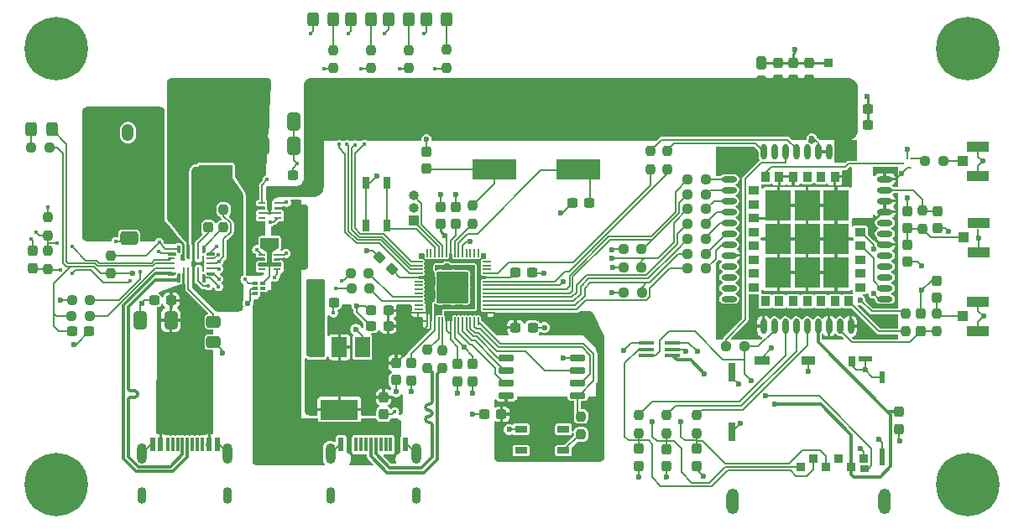
<source format=gbr>
%TF.GenerationSoftware,KiCad,Pcbnew,(6.0.2-0)*%
%TF.CreationDate,2022-03-15T20:23:42+01:00*%
%TF.ProjectId,RP2040GPSTracker,52503230-3430-4475-9053-547261636b65,rev?*%
%TF.SameCoordinates,PX4416780PY363af58*%
%TF.FileFunction,Copper,L1,Top*%
%TF.FilePolarity,Positive*%
%FSLAX46Y46*%
G04 Gerber Fmt 4.6, Leading zero omitted, Abs format (unit mm)*
G04 Created by KiCad (PCBNEW (6.0.2-0)) date 2022-03-15 20:23:42*
%MOMM*%
%LPD*%
G01*
G04 APERTURE LIST*
G04 Aperture macros list*
%AMRoundRect*
0 Rectangle with rounded corners*
0 $1 Rounding radius*
0 $2 $3 $4 $5 $6 $7 $8 $9 X,Y pos of 4 corners*
0 Add a 4 corners polygon primitive as box body*
4,1,4,$2,$3,$4,$5,$6,$7,$8,$9,$2,$3,0*
0 Add four circle primitives for the rounded corners*
1,1,$1+$1,$2,$3*
1,1,$1+$1,$4,$5*
1,1,$1+$1,$6,$7*
1,1,$1+$1,$8,$9*
0 Add four rect primitives between the rounded corners*
20,1,$1+$1,$2,$3,$4,$5,0*
20,1,$1+$1,$4,$5,$6,$7,0*
20,1,$1+$1,$6,$7,$8,$9,0*
20,1,$1+$1,$8,$9,$2,$3,0*%
G04 Aperture macros list end*
%TA.AperFunction,EtchedComponent*%
%ADD10C,0.100000*%
%TD*%
%TA.AperFunction,SMDPad,CuDef*%
%ADD11R,0.600000X1.450000*%
%TD*%
%TA.AperFunction,SMDPad,CuDef*%
%ADD12R,0.300000X1.450000*%
%TD*%
%TA.AperFunction,ComponentPad*%
%ADD13O,0.900000X1.700000*%
%TD*%
%TA.AperFunction,ComponentPad*%
%ADD14O,1.000000X2.100000*%
%TD*%
%TA.AperFunction,SMDPad,CuDef*%
%ADD15RoundRect,0.250000X-0.412500X-0.650000X0.412500X-0.650000X0.412500X0.650000X-0.412500X0.650000X0*%
%TD*%
%TA.AperFunction,SMDPad,CuDef*%
%ADD16RoundRect,0.237500X0.237500X-0.250000X0.237500X0.250000X-0.237500X0.250000X-0.237500X-0.250000X0*%
%TD*%
%TA.AperFunction,SMDPad,CuDef*%
%ADD17RoundRect,0.237500X-0.237500X0.300000X-0.237500X-0.300000X0.237500X-0.300000X0.237500X0.300000X0*%
%TD*%
%TA.AperFunction,SMDPad,CuDef*%
%ADD18RoundRect,0.237500X-0.250000X-0.237500X0.250000X-0.237500X0.250000X0.237500X-0.250000X0.237500X0*%
%TD*%
%TA.AperFunction,SMDPad,CuDef*%
%ADD19RoundRect,0.237500X0.237500X-0.300000X0.237500X0.300000X-0.237500X0.300000X-0.237500X-0.300000X0*%
%TD*%
%TA.AperFunction,SMDPad,CuDef*%
%ADD20RoundRect,0.237500X0.300000X0.237500X-0.300000X0.237500X-0.300000X-0.237500X0.300000X-0.237500X0*%
%TD*%
%TA.AperFunction,SMDPad,CuDef*%
%ADD21R,0.127000X0.127000*%
%TD*%
%TA.AperFunction,SMDPad,CuDef*%
%ADD22R,0.250000X1.400000*%
%TD*%
%TA.AperFunction,SMDPad,CuDef*%
%ADD23R,0.700000X0.250000*%
%TD*%
%TA.AperFunction,ComponentPad*%
%ADD24C,6.400000*%
%TD*%
%TA.AperFunction,SMDPad,CuDef*%
%ADD25O,1.600000X0.600000*%
%TD*%
%TA.AperFunction,SMDPad,CuDef*%
%ADD26O,0.600000X1.600000*%
%TD*%
%TA.AperFunction,SMDPad,CuDef*%
%ADD27R,1.100000X0.900000*%
%TD*%
%TA.AperFunction,SMDPad,CuDef*%
%ADD28R,0.900000X1.100000*%
%TD*%
%TA.AperFunction,SMDPad,CuDef*%
%ADD29R,2.600000X3.100000*%
%TD*%
%TA.AperFunction,SMDPad,CuDef*%
%ADD30RoundRect,0.250000X-0.650000X0.412500X-0.650000X-0.412500X0.650000X-0.412500X0.650000X0.412500X0*%
%TD*%
%TA.AperFunction,SMDPad,CuDef*%
%ADD31RoundRect,0.237500X-0.237500X0.250000X-0.237500X-0.250000X0.237500X-0.250000X0.237500X0.250000X0*%
%TD*%
%TA.AperFunction,SMDPad,CuDef*%
%ADD32RoundRect,0.237500X0.250000X0.237500X-0.250000X0.237500X-0.250000X-0.237500X0.250000X-0.237500X0*%
%TD*%
%TA.AperFunction,SMDPad,CuDef*%
%ADD33R,1.041400X0.990600*%
%TD*%
%TA.AperFunction,SMDPad,CuDef*%
%ADD34R,2.209800X1.041400*%
%TD*%
%TA.AperFunction,SMDPad,CuDef*%
%ADD35RoundRect,0.250000X-0.325000X-0.450000X0.325000X-0.450000X0.325000X0.450000X-0.325000X0.450000X0*%
%TD*%
%TA.AperFunction,ComponentPad*%
%ADD36RoundRect,0.250000X-0.350000X-0.625000X0.350000X-0.625000X0.350000X0.625000X-0.350000X0.625000X0*%
%TD*%
%TA.AperFunction,ComponentPad*%
%ADD37O,1.200000X1.750000*%
%TD*%
%TA.AperFunction,SMDPad,CuDef*%
%ADD38RoundRect,0.250000X0.325000X0.450000X-0.325000X0.450000X-0.325000X-0.450000X0.325000X-0.450000X0*%
%TD*%
%TA.AperFunction,SMDPad,CuDef*%
%ADD39R,1.500000X0.400000*%
%TD*%
%TA.AperFunction,SMDPad,CuDef*%
%ADD40RoundRect,0.050000X0.387500X0.050000X-0.387500X0.050000X-0.387500X-0.050000X0.387500X-0.050000X0*%
%TD*%
%TA.AperFunction,SMDPad,CuDef*%
%ADD41RoundRect,0.050000X0.050000X0.387500X-0.050000X0.387500X-0.050000X-0.387500X0.050000X-0.387500X0*%
%TD*%
%TA.AperFunction,ComponentPad*%
%ADD42C,0.600000*%
%TD*%
%TA.AperFunction,SMDPad,CuDef*%
%ADD43RoundRect,0.144000X1.456000X1.456000X-1.456000X1.456000X-1.456000X-1.456000X1.456000X-1.456000X0*%
%TD*%
%TA.AperFunction,SMDPad,CuDef*%
%ADD44R,3.400000X2.000000*%
%TD*%
%TA.AperFunction,SMDPad,CuDef*%
%ADD45RoundRect,0.237500X-0.300000X-0.237500X0.300000X-0.237500X0.300000X0.237500X-0.300000X0.237500X0*%
%TD*%
%TA.AperFunction,SMDPad,CuDef*%
%ADD46R,0.711200X0.228600*%
%TD*%
%TA.AperFunction,ComponentPad*%
%ADD47R,1.000000X1.000000*%
%TD*%
%TA.AperFunction,ComponentPad*%
%ADD48O,1.000000X1.000000*%
%TD*%
%TA.AperFunction,SMDPad,CuDef*%
%ADD49R,1.500000X2.000000*%
%TD*%
%TA.AperFunction,SMDPad,CuDef*%
%ADD50R,3.800000X2.000000*%
%TD*%
%TA.AperFunction,SMDPad,CuDef*%
%ADD51RoundRect,0.237500X0.237500X-0.287500X0.237500X0.287500X-0.237500X0.287500X-0.237500X-0.287500X0*%
%TD*%
%TA.AperFunction,SMDPad,CuDef*%
%ADD52RoundRect,0.237500X-0.380070X0.044194X0.044194X-0.380070X0.380070X-0.044194X-0.044194X0.380070X0*%
%TD*%
%TA.AperFunction,SMDPad,CuDef*%
%ADD53R,0.203200X0.203200*%
%TD*%
%TA.AperFunction,SMDPad,CuDef*%
%ADD54R,0.101600X0.635000*%
%TD*%
%TA.AperFunction,SMDPad,CuDef*%
%ADD55R,0.838200X0.939800*%
%TD*%
%TA.AperFunction,SMDPad,CuDef*%
%ADD56R,0.939800X0.787400*%
%TD*%
%TA.AperFunction,ComponentPad*%
%ADD57O,1.270000X2.565400*%
%TD*%
%TA.AperFunction,SMDPad,CuDef*%
%ADD58R,0.558800X1.651000*%
%TD*%
%TA.AperFunction,SMDPad,CuDef*%
%ADD59R,0.558800X1.219200*%
%TD*%
%TA.AperFunction,SMDPad,CuDef*%
%ADD60R,1.371600X0.609600*%
%TD*%
%TA.AperFunction,SMDPad,CuDef*%
%ADD61R,0.736600X1.016000*%
%TD*%
%TA.AperFunction,SMDPad,CuDef*%
%ADD62R,1.346200X0.965200*%
%TD*%
%TA.AperFunction,SMDPad,CuDef*%
%ADD63R,1.574800X0.965200*%
%TD*%
%TA.AperFunction,SMDPad,CuDef*%
%ADD64R,0.635000X1.955800*%
%TD*%
%TA.AperFunction,SMDPad,CuDef*%
%ADD65R,4.500000X2.000000*%
%TD*%
%TA.AperFunction,SMDPad,CuDef*%
%ADD66RoundRect,0.250000X0.275000X-0.400000X0.275000X0.400000X-0.275000X0.400000X-0.275000X-0.400000X0*%
%TD*%
%TA.AperFunction,SMDPad,CuDef*%
%ADD67R,0.950000X0.900000*%
%TD*%
%TA.AperFunction,SMDPad,CuDef*%
%ADD68R,0.550000X0.300000*%
%TD*%
%TA.AperFunction,SMDPad,CuDef*%
%ADD69R,0.520000X0.300000*%
%TD*%
%TA.AperFunction,SMDPad,CuDef*%
%ADD70R,0.650000X1.200000*%
%TD*%
%TA.AperFunction,SMDPad,CuDef*%
%ADD71RoundRect,0.250000X-0.475000X0.337500X-0.475000X-0.337500X0.475000X-0.337500X0.475000X0.337500X0*%
%TD*%
%TA.AperFunction,SMDPad,CuDef*%
%ADD72R,1.200000X0.650000*%
%TD*%
%TA.AperFunction,SMDPad,CuDef*%
%ADD73RoundRect,0.150000X0.650000X0.150000X-0.650000X0.150000X-0.650000X-0.150000X0.650000X-0.150000X0*%
%TD*%
%TA.AperFunction,ViaPad*%
%ADD74C,0.600000*%
%TD*%
%TA.AperFunction,ViaPad*%
%ADD75C,0.400000*%
%TD*%
%TA.AperFunction,Conductor*%
%ADD76C,0.150000*%
%TD*%
%TA.AperFunction,Conductor*%
%ADD77C,0.200000*%
%TD*%
%TA.AperFunction,Conductor*%
%ADD78C,0.250000*%
%TD*%
%TA.AperFunction,Conductor*%
%ADD79C,0.300000*%
%TD*%
G04 APERTURE END LIST*
D10*
%TO.C,U6*%
X14897569Y26081644D02*
X14897569Y26331644D01*
X14897569Y26331644D02*
X15597569Y26331644D01*
X15597569Y26331644D02*
X15597569Y26181644D01*
X15597569Y26181644D02*
X15497569Y26081644D01*
X15497569Y26081644D02*
X14897569Y26081644D01*
G36*
X15597569Y26181644D02*
G01*
X15497569Y26081644D01*
X14897569Y26081644D01*
X14897569Y26331644D01*
X15597569Y26331644D01*
X15597569Y26181644D01*
G37*
X15597569Y26181644D02*
X15497569Y26081644D01*
X14897569Y26081644D01*
X14897569Y26331644D01*
X15597569Y26331644D01*
X15597569Y26181644D01*
X19497571Y26081644D02*
X19497571Y26331644D01*
X19497571Y26331644D02*
X18797571Y26331644D01*
X18797571Y26331644D02*
X18797571Y26181644D01*
X18797571Y26181644D02*
X18897571Y26081644D01*
X18897571Y26081644D02*
X19497571Y26081644D01*
G36*
X19497571Y26081644D02*
G01*
X18897571Y26081644D01*
X18797571Y26181644D01*
X18797571Y26331644D01*
X19497571Y26331644D01*
X19497571Y26081644D01*
G37*
X19497571Y26081644D02*
X18897571Y26081644D01*
X18797571Y26181644D01*
X18797571Y26331644D01*
X19497571Y26331644D01*
X19497571Y26081644D01*
X15822255Y29006896D02*
X16072255Y29006896D01*
X16072255Y29006896D02*
X16072255Y28306896D01*
X16072255Y28306896D02*
X15922255Y28306896D01*
X15922255Y28306896D02*
X15822255Y28406896D01*
X15822255Y28406896D02*
X15822255Y29006896D01*
G36*
X16072255Y28306896D02*
G01*
X15922255Y28306896D01*
X15822255Y28406896D01*
X15822255Y29006896D01*
X16072255Y29006896D01*
X16072255Y28306896D01*
G37*
X16072255Y28306896D02*
X15922255Y28306896D01*
X15822255Y28406896D01*
X15822255Y29006896D01*
X16072255Y29006896D01*
X16072255Y28306896D01*
X14897569Y28332148D02*
X14897569Y28082148D01*
X14897569Y28082148D02*
X15597569Y28082148D01*
X15597569Y28082148D02*
X15597569Y28232148D01*
X15597569Y28232148D02*
X15497569Y28332148D01*
X15497569Y28332148D02*
X14897569Y28332148D01*
G36*
X15597569Y28232148D02*
G01*
X15597569Y28082148D01*
X14897569Y28082148D01*
X14897569Y28332148D01*
X15497569Y28332148D01*
X15597569Y28232148D01*
G37*
X15597569Y28232148D02*
X15597569Y28082148D01*
X14897569Y28082148D01*
X14897569Y28332148D01*
X15497569Y28332148D01*
X15597569Y28232148D01*
X18572885Y25406896D02*
X18322885Y25406896D01*
X18322885Y25406896D02*
X18322885Y26106896D01*
X18322885Y26106896D02*
X18472885Y26106896D01*
X18472885Y26106896D02*
X18572885Y26006896D01*
X18572885Y26006896D02*
X18572885Y25406896D01*
G36*
X18572885Y26006896D02*
G01*
X18572885Y25406896D01*
X18322885Y25406896D01*
X18322885Y26106896D01*
X18472885Y26106896D01*
X18572885Y26006896D01*
G37*
X18572885Y26006896D02*
X18572885Y25406896D01*
X18322885Y25406896D01*
X18322885Y26106896D01*
X18472885Y26106896D01*
X18572885Y26006896D01*
X18572885Y29006896D02*
X18322885Y29006896D01*
X18322885Y29006896D02*
X18322885Y28306896D01*
X18322885Y28306896D02*
X18472885Y28306896D01*
X18472885Y28306896D02*
X18572885Y28406896D01*
X18572885Y28406896D02*
X18572885Y29006896D01*
G36*
X18572885Y28406896D02*
G01*
X18472885Y28306896D01*
X18322885Y28306896D01*
X18322885Y29006896D01*
X18572885Y29006896D01*
X18572885Y28406896D01*
G37*
X18572885Y28406896D02*
X18472885Y28306896D01*
X18322885Y28306896D01*
X18322885Y29006896D01*
X18572885Y29006896D01*
X18572885Y28406896D01*
X19497571Y28332148D02*
X19497571Y28082148D01*
X19497571Y28082148D02*
X18797571Y28082148D01*
X18797571Y28082148D02*
X18797571Y28232148D01*
X18797571Y28232148D02*
X18897571Y28332148D01*
X18897571Y28332148D02*
X19497571Y28332148D01*
G36*
X19497571Y28082148D02*
G01*
X18797571Y28082148D01*
X18797571Y28232148D01*
X18897571Y28332148D01*
X19497571Y28332148D01*
X19497571Y28082148D01*
G37*
X19497571Y28082148D02*
X18797571Y28082148D01*
X18797571Y28232148D01*
X18897571Y28332148D01*
X19497571Y28332148D01*
X19497571Y28082148D01*
X15822255Y25406896D02*
X16072255Y25406896D01*
X16072255Y25406896D02*
X16072255Y26206896D01*
X16072255Y26206896D02*
X15922255Y26206896D01*
X15922255Y26206896D02*
X15822255Y26006896D01*
X15822255Y26006896D02*
X15822255Y25406896D01*
G36*
X16072255Y25406896D02*
G01*
X15822255Y25406896D01*
X15822255Y26006896D01*
X15922255Y26206896D01*
X16072255Y26206896D01*
X16072255Y25406896D01*
G37*
X16072255Y25406896D02*
X15822255Y25406896D01*
X15822255Y26006896D01*
X15922255Y26206896D01*
X16072255Y26206896D01*
X16072255Y25406896D01*
%TD*%
D11*
%TO.P,J7,A1,GND*%
%TO.N,GNDPWR*%
X32354800Y8909600D03*
%TO.P,J7,A4,VBUS*%
%TO.N,/PROG_VBUS*%
X33154800Y8909600D03*
D12*
%TO.P,J7,A5,CC1*%
%TO.N,unconnected-(J7-PadA5)*%
X34354800Y8909600D03*
%TO.P,J7,A6,D+*%
%TO.N,/USB_D+*%
X35354800Y8909600D03*
%TO.P,J7,A7,D-*%
%TO.N,/USB_D-*%
X35854800Y8909600D03*
%TO.P,J7,A8,SBU1*%
%TO.N,unconnected-(J7-PadA8)*%
X36854800Y8909600D03*
D11*
%TO.P,J7,A9,VBUS*%
%TO.N,/PROG_VBUS*%
X38054800Y8909600D03*
%TO.P,J7,A12,GND*%
%TO.N,GNDPWR*%
X38854800Y8909600D03*
%TO.P,J7,B1,GND*%
X38854800Y8909600D03*
%TO.P,J7,B4,VBUS*%
%TO.N,/PROG_VBUS*%
X38054800Y8909600D03*
D12*
%TO.P,J7,B5,CC2*%
%TO.N,unconnected-(J7-PadB5)*%
X37354800Y8909600D03*
%TO.P,J7,B6,D+*%
%TO.N,unconnected-(J7-PadB6)*%
X36354800Y8909600D03*
%TO.P,J7,B7,D-*%
%TO.N,unconnected-(J7-PadB7)*%
X34854800Y8909600D03*
%TO.P,J7,B8,SBU2*%
%TO.N,unconnected-(J7-PadB8)*%
X33854800Y8909600D03*
D11*
%TO.P,J7,B9,VBUS*%
%TO.N,/PROG_VBUS*%
X33154800Y8909600D03*
%TO.P,J7,B12,GND*%
%TO.N,GNDPWR*%
X32354800Y8909600D03*
D13*
%TO.P,J7,S1,SHIELD*%
X31279800Y3814600D03*
D14*
X39929800Y7994600D03*
X31279800Y7994600D03*
D13*
X39929800Y3814600D03*
%TD*%
D15*
%TO.P,C46,1*%
%TO.N,/BOOST_OUT*%
X24463600Y39084600D03*
%TO.P,C46,2*%
%TO.N,GNDPWR*%
X27588600Y39084600D03*
%TD*%
D16*
%TO.P,R38,1*%
%TO.N,/BCM_NTC*%
X2740000Y30050000D03*
%TO.P,R38,2*%
%TO.N,GND*%
X2740000Y31875000D03*
%TD*%
D17*
%TO.P,C24,1*%
%TO.N,GND*%
X92440000Y25492500D03*
%TO.P,C24,2*%
%TO.N,Net-(C24-Pad2)*%
X92440000Y23767500D03*
%TD*%
D18*
%TO.P,R32,1*%
%TO.N,Net-(R32-Pad1)*%
X91277500Y37530000D03*
%TO.P,R32,2*%
%TO.N,Net-(J10-Pad1)*%
X93102500Y37530000D03*
%TD*%
D19*
%TO.P,C28,1*%
%TO.N,GND*%
X68180000Y6757500D03*
%TO.P,C28,2*%
%TO.N,Net-(C28-Pad2)*%
X68180000Y8482500D03*
%TD*%
D20*
%TO.P,C35,1*%
%TO.N,GND*%
X31602500Y23250000D03*
%TO.P,C35,2*%
%TO.N,/PI_VREG_IN*%
X29877500Y23250000D03*
%TD*%
D21*
%TO.P,U6,1,DP*%
%TO.N,/BCM_D+*%
X15947255Y25806896D03*
D22*
%TO.P,U6,2,IN*%
%TO.N,/BCM_VBUS*%
X16447381Y26106896D03*
%TO.P,U6,3,PMID*%
%TO.N,Net-(C33-Pad1)*%
X16947507Y26106896D03*
%TO.P,U6,4,SW*%
%TO.N,/BCM_SW*%
X17447633Y26106896D03*
%TO.P,U6,5,PGND*%
%TO.N,GNDPWR*%
X17947759Y26106896D03*
D21*
%TO.P,U6,6,VNTC*%
%TO.N,/BCM_VNTC*%
X18447885Y25756896D03*
%TO.P,U6,7,SCL*%
%TO.N,/BCM_SCL*%
X19147571Y26206644D03*
D23*
%TO.P,U6,8,SDA*%
%TO.N,/BCM_SDA*%
X19147571Y26706770D03*
%TO.P,U6,9,VREF*%
%TO.N,/BCM_VREF_1*%
X19147571Y27206896D03*
%TO.P,U6,10,ILIM*%
%TO.N,Net-(R33-Pad1)*%
X19147571Y27707022D03*
D21*
%TO.P,U6,11,AGND*%
%TO.N,GND*%
X19147571Y28207148D03*
%TO.P,U6,12,OTG*%
%TO.N,/BCM_OTG*%
X18447885Y28656896D03*
D22*
%TO.P,U6,13,BST*%
%TO.N,Net-(C44-Pad2)*%
X17947759Y28306896D03*
%TO.P,U6,14,SW*%
%TO.N,/BCM_SW*%
X17447633Y28306896D03*
%TO.P,U6,15,SYS*%
%TO.N,/BOOST_OUT*%
X16947507Y28306896D03*
%TO.P,U6,16,BATT*%
%TO.N,/BCM_BATT*%
X16447381Y28306896D03*
D21*
%TO.P,U6,17,DISC*%
%TO.N,/BCM_DISC*%
X15947255Y28656896D03*
%TO.P,U6,18,\u002ACE*%
%TO.N,GND*%
X15247569Y28207148D03*
D23*
%TO.P,U6,19,NTC*%
%TO.N,/BCM_NTC*%
X15247569Y27707022D03*
%TO.P,U6,20,\u002ASTAT*%
%TO.N,Net-(D2-Pad1)*%
X15247569Y27206896D03*
%TO.P,U6,21,INT*%
%TO.N,Net-(R29-Pad2)*%
X15247569Y26706770D03*
D21*
%TO.P,U6,22,DM*%
%TO.N,/BCM_D-*%
X15247569Y26206644D03*
%TD*%
D24*
%TO.P,H4,1*%
%TO.N,N/C*%
X3604800Y4864600D03*
%TD*%
D25*
%TO.P,U2,1,UART1_TXD*%
%TO.N,/SIM_TX*%
X71504000Y35731200D03*
%TO.P,U2,2,UART1_RXD*%
%TO.N,/SIM_RX*%
X71504000Y34631200D03*
%TO.P,U2,3,UART1_RTS*%
%TO.N,/SIM_RTS*%
X71504000Y33531200D03*
%TO.P,U2,4,UART1_CTS*%
%TO.N,/SIM_CTS*%
X71504000Y32431200D03*
%TO.P,U2,5,UART1_DCD*%
%TO.N,/SIM_DCD*%
X71504000Y31331200D03*
%TO.P,U2,6,UART1_DTR*%
%TO.N,/SIM_DRT*%
X71504000Y30231200D03*
%TO.P,U2,7,UART1_RI*%
%TO.N,/SIM_RI*%
X71504000Y29131200D03*
%TO.P,U2,8,GND*%
%TO.N,GND*%
X71504000Y28031200D03*
%TO.P,U2,9,MICP*%
%TO.N,unconnected-(U2-Pad9)*%
X71504000Y26931200D03*
%TO.P,U2,10,MICN*%
%TO.N,unconnected-(U2-Pad10)*%
X71504000Y25831200D03*
%TO.P,U2,11,SPK1P*%
%TO.N,unconnected-(U2-Pad11)*%
X71504000Y24731200D03*
%TO.P,U2,12,SPK1N*%
%TO.N,unconnected-(U2-Pad12)*%
X71504000Y23631200D03*
D26*
%TO.P,U2,13,GND*%
%TO.N,GND*%
X74954000Y20881200D03*
%TO.P,U2,14,SIM1_DET*%
%TO.N,/SIM_C_DET*%
X76054000Y20881200D03*
%TO.P,U2,15,SIM1_DATA*%
%TO.N,/SIM_C_DATA*%
X77154000Y20881200D03*
%TO.P,U2,16,SIM1_CLK*%
%TO.N,/SIM_C_CLK*%
X78254000Y20881200D03*
%TO.P,U2,17,SIM1_RST*%
%TO.N,/SIM_C_RST*%
X79354000Y20881200D03*
%TO.P,U2,18,SIM1_VDD*%
%TO.N,/SIM_C_VDD*%
X80454000Y20881200D03*
%TO.P,U2,19,GND*%
%TO.N,GND*%
X81554000Y20881200D03*
%TO.P,U2,20,BT_ANT*%
%TO.N,/SIM_BT_ANT*%
X82654000Y20881200D03*
%TO.P,U2,21,GND*%
%TO.N,GND*%
X83754000Y20881200D03*
D25*
%TO.P,U2,22,UART2_TXD*%
%TO.N,/_GNSS_RXD*%
X87204000Y23631200D03*
%TO.P,U2,23,UART2_RXD*%
%TO.N,/_GNSS_TXD*%
X87204000Y24731200D03*
%TO.P,U2,24,USB_VBUS*%
%TO.N,unconnected-(U2-Pad24)*%
X87204000Y25831200D03*
%TO.P,U2,25,USB_DP*%
%TO.N,unconnected-(U2-Pad25)*%
X87204000Y26931200D03*
%TO.P,U2,26,USB_DM*%
%TO.N,unconnected-(U2-Pad26)*%
X87204000Y28031200D03*
%TO.P,U2,27,GND*%
%TO.N,GND*%
X87204000Y29131200D03*
%TO.P,U2,28,VRTC*%
%TO.N,unconnected-(U2-Pad28)*%
X87204000Y30231200D03*
%TO.P,U2,29,RF_SYNC*%
%TO.N,unconnected-(U2-Pad29)*%
X87204000Y31331200D03*
%TO.P,U2,30,GND*%
%TO.N,GND*%
X87204000Y32431200D03*
%TO.P,U2,31,GND*%
X87204000Y33531200D03*
%TO.P,U2,32,GSM_ANT*%
%TO.N,/SIM_GSM_ANT*%
X87204000Y34631200D03*
%TO.P,U2,33,GND*%
%TO.N,GND*%
X87204000Y35731200D03*
D26*
%TO.P,U2,34,GPS_VBAT*%
%TO.N,/SIM_PWR*%
X83754000Y38481200D03*
%TO.P,U2,35,VBAT*%
X82654000Y38481200D03*
%TO.P,U2,36,GND*%
%TO.N,GND*%
X81554000Y38481200D03*
%TO.P,U2,37,GND*%
X80454000Y38481200D03*
%TO.P,U2,38,ADC*%
%TO.N,unconnected-(U2-Pad38)*%
X79354000Y38481200D03*
%TO.P,U2,39,PWRKEY*%
%TO.N,/SIM_PWRKEY*%
X78254000Y38481200D03*
%TO.P,U2,40,VDD_EXT*%
%TO.N,/SIM_VDD_EXT*%
X77154000Y38481200D03*
%TO.P,U2,41,NETLIGHT*%
%TO.N,N/C*%
X76054000Y38481200D03*
%TO.P,U2,42,STATUS*%
%TO.N,/SIM_STATUS*%
X74954000Y38481200D03*
D27*
%TO.P,U2,43,SPK2N*%
%TO.N,unconnected-(U2-Pad43)*%
X74004000Y34581200D03*
%TO.P,U2,44,SPK2P*%
%TO.N,unconnected-(U2-Pad44)*%
X74004000Y33181200D03*
%TO.P,U2,45,GND*%
%TO.N,GND*%
X74004000Y31781200D03*
%TO.P,U2,46,MCCA3*%
%TO.N,unconnected-(U2-Pad46)*%
X74004000Y30381200D03*
%TO.P,U2,47,MCCA2*%
%TO.N,unconnected-(U2-Pad47)*%
X74004000Y28981200D03*
%TO.P,U2,48,MCCA1*%
%TO.N,unconnected-(U2-Pad48)*%
X74004000Y27581200D03*
%TO.P,U2,49,MCCA0*%
%TO.N,unconnected-(U2-Pad49)*%
X74004000Y26181200D03*
%TO.P,U2,50,MCCK*%
%TO.N,unconnected-(U2-Pad50)*%
X74004000Y24781200D03*
D28*
%TO.P,U2,51,MCCM0*%
%TO.N,unconnected-(U2-Pad51)*%
X75154000Y23381200D03*
%TO.P,U2,52,SIM2_DET*%
%TO.N,unconnected-(U2-Pad52)*%
X76554000Y23381200D03*
%TO.P,U2,53,SIM2_DATA*%
%TO.N,unconnected-(U2-Pad53)*%
X77954000Y23381200D03*
%TO.P,U2,54,SIM2_CLK*%
%TO.N,unconnected-(U2-Pad54)*%
X79354000Y23381200D03*
%TO.P,U2,55,SIM2_RST*%
%TO.N,unconnected-(U2-Pad55)*%
X80754000Y23381200D03*
%TO.P,U2,56,SIM2_VDD*%
%TO.N,unconnected-(U2-Pad56)*%
X82154000Y23381200D03*
%TO.P,U2,57,GPIO1*%
%TO.N,Net-(R13-Pad2)*%
X83554000Y23381200D03*
D27*
%TO.P,U2,58,GPIO2*%
%TO.N,unconnected-(U2-Pad58)*%
X84704000Y24781200D03*
%TO.P,U2,59,GNSS_EN*%
%TO.N,/_GNSS_EN*%
X84704000Y26181200D03*
%TO.P,U2,60,1PPS*%
%TO.N,unconnected-(U2-Pad60)*%
X84704000Y27581200D03*
%TO.P,U2,61,GPS_TXD*%
%TO.N,/_GNSS_TXD*%
X84704000Y28981200D03*
%TO.P,U2,62,GPS_RXD*%
%TO.N,/_GNSS_RXD*%
X84704000Y30381200D03*
D28*
%TO.P,U2,63,GND*%
%TO.N,GND*%
X82154000Y35981200D03*
%TO.P,U2,64,SDA*%
%TO.N,unconnected-(U2-Pad64)*%
X80754000Y35981200D03*
%TO.P,U2,65,SCL*%
%TO.N,unconnected-(U2-Pad65)*%
X79354000Y35981200D03*
%TO.P,U2,66,GND*%
%TO.N,GND*%
X77954000Y35981200D03*
%TO.P,U2,67,GND*%
X76554000Y35981200D03*
%TO.P,U2,68,GPS_ANT*%
%TO.N,/SIM_GNSS_ANT*%
X75154000Y35981200D03*
D29*
%TO.P,U2,69,GND*%
%TO.N,GND*%
X76454000Y33081200D03*
%TO.P,U2,70,GND*%
X76454000Y29681200D03*
%TO.P,U2,71,GND*%
X76454000Y26281200D03*
%TO.P,U2,72,GND*%
X79354000Y26281200D03*
%TO.P,U2,73,GND*%
X82254000Y26281200D03*
%TO.P,U2,74,GND*%
X82254000Y29681200D03*
%TO.P,U2,75,GND*%
X82254000Y33081200D03*
%TO.P,U2,76,GND*%
X79354000Y33081200D03*
%TO.P,U2,77,GND*%
X79354000Y29681200D03*
%TD*%
D30*
%TO.P,C34,1*%
%TO.N,/BCM_BATT*%
X10965000Y32887500D03*
%TO.P,C34,2*%
%TO.N,GNDPWR*%
X10965000Y29762500D03*
%TD*%
D31*
%TO.P,R30,1*%
%TO.N,Net-(D5-Pad2)*%
X35350000Y48765000D03*
%TO.P,R30,2*%
%TO.N,Net-(U3-Pad31)*%
X35350000Y46940000D03*
%TD*%
D18*
%TO.P,R16,1*%
%TO.N,GND*%
X60852500Y24300000D03*
%TO.P,R16,2*%
%TO.N,Net-(R16-Pad2)*%
X62677500Y24300000D03*
%TD*%
D32*
%TO.P,R28,1*%
%TO.N,/BCM_VREF_1*%
X2940000Y38925000D03*
%TO.P,R28,2*%
%TO.N,Net-(D2-Pad2)*%
X1115000Y38925000D03*
%TD*%
D24*
%TO.P,H3,1*%
%TO.N,N/C*%
X95604800Y4864600D03*
%TD*%
D33*
%TO.P,J4,1,1*%
%TO.N,Net-(C24-Pad2)*%
X95085600Y21883200D03*
D34*
%TO.P,J4,2,GND*%
%TO.N,GND*%
X96610601Y20408199D03*
%TO.P,J4,3,GND*%
X96610601Y23358201D03*
%TD*%
D17*
%TO.P,C23,1*%
%TO.N,GND*%
X89460000Y32495000D03*
%TO.P,C23,2*%
%TO.N,Net-(C23-Pad2)*%
X89460000Y30770000D03*
%TD*%
D32*
%TO.P,R7,1*%
%TO.N,/SIM_CTS*%
X69152500Y31200000D03*
%TO.P,R7,2*%
%TO.N,Net-(R7-Pad2)*%
X67327500Y31200000D03*
%TD*%
D18*
%TO.P,R19,1*%
%TO.N,/BCM_SDA*%
X33377500Y24700000D03*
%TO.P,R19,2*%
%TO.N,Net-(R19-Pad2)*%
X35202500Y24700000D03*
%TD*%
D35*
%TO.P,D4,1,K*%
%TO.N,GND*%
X37110000Y51860000D03*
%TO.P,D4,2,A*%
%TO.N,Net-(D4-Pad2)*%
X39160000Y51860000D03*
%TD*%
D20*
%TO.P,C19,1*%
%TO.N,Net-(C19-Pad1)*%
X57381700Y33293400D03*
%TO.P,C19,2*%
%TO.N,GND*%
X55656700Y33293400D03*
%TD*%
D36*
%TO.P,J9,1,Pin_1*%
%TO.N,/BCM_BATT*%
X8850000Y40422000D03*
D37*
%TO.P,J9,2,Pin_2*%
%TO.N,GNDPWR*%
X10850000Y40422000D03*
%TD*%
D17*
%TO.P,C8,1*%
%TO.N,+1V1*%
X45631000Y17055600D03*
%TO.P,C8,2*%
%TO.N,GND*%
X45631000Y15330600D03*
%TD*%
D38*
%TO.P,D2,1,K*%
%TO.N,Net-(D2-Pad1)*%
X3165000Y40750000D03*
%TO.P,D2,2,A*%
%TO.N,Net-(D2-Pad2)*%
X1115000Y40750000D03*
%TD*%
D18*
%TO.P,R18,1*%
%TO.N,/BCM_SCL*%
X33327500Y26200000D03*
%TO.P,R18,2*%
%TO.N,Net-(R18-Pad2)*%
X35152500Y26200000D03*
%TD*%
D19*
%TO.P,C20,1*%
%TO.N,Net-(C20-Pad1)*%
X40990000Y36797500D03*
%TO.P,C20,2*%
%TO.N,GND*%
X40990000Y38522500D03*
%TD*%
D18*
%TO.P,R27,1*%
%TO.N,/SIM_VDD_EXT*%
X71177500Y18830000D03*
%TO.P,R27,2*%
%TO.N,/SIM_C_DET*%
X73002500Y18830000D03*
%TD*%
D17*
%TO.P,C11,1*%
%TO.N,+1V1*%
X39408000Y17129600D03*
%TO.P,C11,2*%
%TO.N,GND*%
X39408000Y15404600D03*
%TD*%
D31*
%TO.P,R22,1*%
%TO.N,Net-(D3-Pad2)*%
X42980000Y48782500D03*
%TO.P,R22,2*%
%TO.N,Net-(U3-Pad29)*%
X42980000Y46957500D03*
%TD*%
D32*
%TO.P,R8,1*%
%TO.N,/SIM_RX*%
X69152500Y34200000D03*
%TO.P,R8,2*%
%TO.N,Net-(R15-Pad2)*%
X67327500Y34200000D03*
%TD*%
D16*
%TO.P,R25,1*%
%TO.N,Net-(C29-Pad2)*%
X65140000Y10040000D03*
%TO.P,R25,2*%
%TO.N,/SIM_C_CLK*%
X65140000Y11865000D03*
%TD*%
%TO.P,R20,1*%
%TO.N,/SIM_BT_ANT*%
X92440000Y20337500D03*
%TO.P,R20,2*%
%TO.N,Net-(C24-Pad2)*%
X92440000Y22162500D03*
%TD*%
D31*
%TO.P,R5,1*%
%TO.N,Net-(R5-Pad1)*%
X56553000Y11768600D03*
%TO.P,R5,2*%
%TO.N,/USB_BOOT*%
X56553000Y9943600D03*
%TD*%
%TO.P,R21,1*%
%TO.N,/SIM_GSM_ANT*%
X90980000Y32552500D03*
%TO.P,R21,2*%
%TO.N,Net-(C23-Pad2)*%
X90980000Y30727500D03*
%TD*%
D39*
%TO.P,CR1,1,1*%
%TO.N,/SIM_C_VDD*%
X65790000Y17900000D03*
%TO.P,CR1,2,2*%
%TO.N,GND*%
X65790000Y18550000D03*
%TO.P,CR1,3,3*%
%TO.N,Net-(C28-Pad2)*%
X65790000Y19200000D03*
%TO.P,CR1,4,4*%
%TO.N,Net-(C29-Pad2)*%
X63130000Y19200000D03*
%TO.P,CR1,5,5*%
%TO.N,Net-(C30-Pad2)*%
X63130000Y18550000D03*
%TO.P,CR1,6,6*%
%TO.N,/SIM_C_DET*%
X63130000Y17900000D03*
%TD*%
D40*
%TO.P,U3,1,IOVDD*%
%TO.N,+3V3*%
X47036500Y22202600D03*
%TO.P,U3,2,GPIO0*%
%TO.N,Net-(R3-Pad2)*%
X47036500Y22602600D03*
%TO.P,U3,3,GPIO1*%
%TO.N,Net-(R16-Pad2)*%
X47036500Y23002600D03*
%TO.P,U3,4,GPIO2*%
%TO.N,Net-(R6-Pad2)*%
X47036500Y23402600D03*
%TO.P,U3,5,GPIO3*%
%TO.N,Net-(R7-Pad2)*%
X47036500Y23802600D03*
%TO.P,U3,6,GPIO4*%
%TO.N,Net-(R15-Pad2)*%
X47036500Y24202600D03*
%TO.P,U3,7,GPIO5*%
%TO.N,Net-(R9-Pad2)*%
X47036500Y24602600D03*
%TO.P,U3,8,GPIO6*%
%TO.N,Net-(R10-Pad2)*%
X47036500Y25002600D03*
%TO.P,U3,9,GPIO7*%
%TO.N,Net-(R11-Pad2)*%
X47036500Y25402600D03*
%TO.P,U3,10,IOVDD*%
%TO.N,+3V3*%
X47036500Y25802600D03*
%TO.P,U3,11,GPIO8*%
%TO.N,Net-(R12-Pad2)*%
X47036500Y26202600D03*
%TO.P,U3,12,GPIO9*%
%TO.N,unconnected-(U3-Pad12)*%
X47036500Y26602600D03*
%TO.P,U3,13,GPIO10*%
%TO.N,unconnected-(U3-Pad13)*%
X47036500Y27002600D03*
%TO.P,U3,14,GPIO11*%
%TO.N,unconnected-(U3-Pad14)*%
X47036500Y27402600D03*
D41*
%TO.P,U3,15,GPIO12*%
%TO.N,unconnected-(U3-Pad15)*%
X46199000Y28240100D03*
%TO.P,U3,16,GPIO13*%
%TO.N,unconnected-(U3-Pad16)*%
X45799000Y28240100D03*
%TO.P,U3,17,GPIO14*%
%TO.N,unconnected-(U3-Pad17)*%
X45399000Y28240100D03*
%TO.P,U3,18,GPIO15*%
%TO.N,unconnected-(U3-Pad18)*%
X44999000Y28240100D03*
%TO.P,U3,19,TESTEN*%
%TO.N,GND*%
X44599000Y28240100D03*
%TO.P,U3,20,XIN*%
%TO.N,Net-(C19-Pad1)*%
X44199000Y28240100D03*
%TO.P,U3,21,XOUT*%
%TO.N,Net-(R17-Pad1)*%
X43799000Y28240100D03*
%TO.P,U3,22,IOVDD*%
%TO.N,+3V3*%
X43399000Y28240100D03*
%TO.P,U3,23,DVDD*%
%TO.N,+1V1*%
X42999000Y28240100D03*
%TO.P,U3,24,SWCLK*%
%TO.N,Net-(J3-Pad3)*%
X42599000Y28240100D03*
%TO.P,U3,25,SWD*%
%TO.N,Net-(J3-Pad1)*%
X42199000Y28240100D03*
%TO.P,U3,26,RUN*%
%TO.N,Net-(J2-Pad1)*%
X41799000Y28240100D03*
%TO.P,U3,27,GPIO16*%
%TO.N,unconnected-(U3-Pad27)*%
X41399000Y28240100D03*
%TO.P,U3,28,GPIO17*%
%TO.N,unconnected-(U3-Pad28)*%
X40999000Y28240100D03*
D40*
%TO.P,U3,29,GPIO18*%
%TO.N,Net-(U3-Pad29)*%
X40161500Y27402600D03*
%TO.P,U3,30,GPIO19*%
%TO.N,Net-(U3-Pad30)*%
X40161500Y27002600D03*
%TO.P,U3,31,GPIO20*%
%TO.N,Net-(U3-Pad31)*%
X40161500Y26602600D03*
%TO.P,U3,32,GPIO21*%
%TO.N,Net-(U3-Pad32)*%
X40161500Y26202600D03*
%TO.P,U3,33,IOVDD*%
%TO.N,+3V3*%
X40161500Y25802600D03*
%TO.P,U3,34,GPIO22*%
%TO.N,unconnected-(U3-Pad34)*%
X40161500Y25402600D03*
%TO.P,U3,35,GPIO23*%
%TO.N,unconnected-(U3-Pad35)*%
X40161500Y25002600D03*
%TO.P,U3,36,GPIO24*%
%TO.N,unconnected-(U3-Pad36)*%
X40161500Y24602600D03*
%TO.P,U3,37,GPIO25*%
%TO.N,unconnected-(U3-Pad37)*%
X40161500Y24202600D03*
%TO.P,U3,38,GPIO26_ADC0*%
%TO.N,Net-(R18-Pad2)*%
X40161500Y23802600D03*
%TO.P,U3,39,GPIO27_ADC1*%
%TO.N,Net-(R19-Pad2)*%
X40161500Y23402600D03*
%TO.P,U3,40,GPIO28_ADC2*%
%TO.N,unconnected-(U3-Pad40)*%
X40161500Y23002600D03*
%TO.P,U3,41,GPIO29_ADC3*%
%TO.N,unconnected-(U3-Pad41)*%
X40161500Y22602600D03*
%TO.P,U3,42,IOVDD*%
%TO.N,+3V3*%
X40161500Y22202600D03*
D41*
%TO.P,U3,43,ADC_AVDD*%
X40999000Y21365100D03*
%TO.P,U3,44,VREG_IN*%
X41399000Y21365100D03*
%TO.P,U3,45,VREG_VOUT*%
%TO.N,+1V1*%
X41799000Y21365100D03*
%TO.P,U3,46,USB_DM*%
%TO.N,Net-(R2-Pad2)*%
X42199000Y21365100D03*
%TO.P,U3,47,USB_DP*%
%TO.N,Net-(R1-Pad2)*%
X42599000Y21365100D03*
%TO.P,U3,48,USB_VDD*%
%TO.N,+3V3*%
X42999000Y21365100D03*
%TO.P,U3,49,IOVDD*%
X43399000Y21365100D03*
%TO.P,U3,50,DVDD*%
%TO.N,+1V1*%
X43799000Y21365100D03*
%TO.P,U3,51,QSPI_SD3*%
%TO.N,Net-(U1-Pad7)*%
X44199000Y21365100D03*
%TO.P,U3,52,QSPI_SCLK*%
%TO.N,Net-(U1-Pad6)*%
X44599000Y21365100D03*
%TO.P,U3,53,QSPI_SD0*%
%TO.N,Net-(U1-Pad5)*%
X44999000Y21365100D03*
%TO.P,U3,54,QSPI_SD2*%
%TO.N,Net-(U1-Pad3)*%
X45399000Y21365100D03*
%TO.P,U3,55,QSPI_SD1*%
%TO.N,Net-(U1-Pad2)*%
X45799000Y21365100D03*
%TO.P,U3,56,QSPI_SS*%
%TO.N,Net-(R5-Pad1)*%
X46199000Y21365100D03*
D42*
%TO.P,U3,57,GND*%
%TO.N,GND*%
X43599000Y23527600D03*
X44874000Y26077600D03*
X42324000Y26077600D03*
X43599000Y24802600D03*
X43599000Y26077600D03*
D43*
X43599000Y24802600D03*
D42*
X44874000Y23527600D03*
X42324000Y24802600D03*
X44874000Y24802600D03*
X42324000Y23527600D03*
%TD*%
D24*
%TO.P,H2,1*%
%TO.N,N/C*%
X95604800Y48864600D03*
%TD*%
D44*
%TO.P,L2,1,1*%
%TO.N,/BOOST_OUT*%
X19714600Y41858400D03*
%TO.P,L2,2,2*%
%TO.N,/BCM_SW*%
X19714600Y36158400D03*
%TD*%
D45*
%TO.P,C6,1*%
%TO.N,GND*%
X35377500Y20900000D03*
%TO.P,C6,2*%
%TO.N,+3V3*%
X37102500Y20900000D03*
%TD*%
D31*
%TO.P,R23,1*%
%TO.N,Net-(D4-Pad2)*%
X39160000Y48760000D03*
%TO.P,R23,2*%
%TO.N,Net-(U3-Pad30)*%
X39160000Y46935000D03*
%TD*%
D20*
%TO.P,C12,1*%
%TO.N,+3V3*%
X48525500Y11975600D03*
%TO.P,C12,2*%
%TO.N,GND*%
X46800500Y11975600D03*
%TD*%
D19*
%TO.P,C45,1*%
%TO.N,/BCM_VNTC*%
X1210000Y26742500D03*
%TO.P,C45,2*%
%TO.N,GND*%
X1210000Y28467500D03*
%TD*%
D46*
%TO.P,U10,1,GND*%
%TO.N,GND*%
X25925100Y26607455D03*
%TO.P,U10,2,VOUT*%
%TO.N,/PI_VREG_IN*%
X25925100Y27107581D03*
%TO.P,U10,3,VIN1*%
%TO.N,/PROG_VBUS*%
X25925100Y27607707D03*
%TO.P,U10,4,ON*%
%TO.N,GND*%
X25925100Y28107833D03*
%TO.P,U10,5,GND*%
X24324900Y28107833D03*
%TO.P,U10,6,VIN2*%
%TO.N,/BOOST_OUT*%
X24324900Y27607707D03*
%TO.P,U10,7,VOUT*%
%TO.N,/PI_VREG_IN*%
X24324900Y27107581D03*
%TO.P,U10,8,ST*%
%TO.N,unconnected-(U10-Pad8)*%
X24324900Y26607455D03*
%TD*%
D16*
%TO.P,R34,1*%
%TO.N,/BCM_VNTC*%
X2740000Y26680000D03*
%TO.P,R34,2*%
%TO.N,/BCM_NTC*%
X2740000Y28505000D03*
%TD*%
D17*
%TO.P,C5,1*%
%TO.N,GND*%
X43954600Y32929500D03*
%TO.P,C5,2*%
%TO.N,+3V3*%
X43954600Y31204500D03*
%TD*%
D32*
%TO.P,R4,1*%
%TO.N,/SIM_DRT*%
X69151050Y28200000D03*
%TO.P,R4,2*%
%TO.N,Net-(R16-Pad2)*%
X67326050Y28200000D03*
%TD*%
D47*
%TO.P,J3,1,Pin_1*%
%TO.N,Net-(J3-Pad1)*%
X39645000Y31525000D03*
D48*
%TO.P,J3,2,Pin_2*%
%TO.N,GND*%
X39645000Y32795000D03*
%TO.P,J3,3,Pin_3*%
%TO.N,Net-(J3-Pad3)*%
X39645000Y34065000D03*
%TD*%
D15*
%TO.P,C38,1*%
%TO.N,/BOOST_OUT*%
X24463600Y41523000D03*
%TO.P,C38,2*%
%TO.N,GNDPWR*%
X27588600Y41523000D03*
%TD*%
D19*
%TO.P,C27,1*%
%TO.N,GND*%
X88660000Y10487500D03*
%TO.P,C27,2*%
%TO.N,/SIM_C_VDD*%
X88660000Y12212500D03*
%TD*%
D31*
%TO.P,R12,1*%
%TO.N,/SIM_PWRKEY*%
X63565000Y38562500D03*
%TO.P,R12,2*%
%TO.N,Net-(R12-Pad2)*%
X63565000Y36737500D03*
%TD*%
D16*
%TO.P,R26,1*%
%TO.N,Net-(C30-Pad2)*%
X62350000Y10077500D03*
%TO.P,R26,2*%
%TO.N,/SIM_C_DATA*%
X62350000Y11902500D03*
%TD*%
D49*
%TO.P,U7,1,ADJUST/GROUND*%
%TO.N,GND*%
X34490000Y18750000D03*
%TO.P,U7,2,OUTPUT*%
%TO.N,+3V3*%
X32190000Y18750000D03*
%TO.P,U7,3,INPUT*%
%TO.N,/PI_VREG_IN*%
X29890000Y18750000D03*
D50*
%TO.P,U7,4,TAB*%
%TO.N,+3V3*%
X32190000Y12450000D03*
%TD*%
D19*
%TO.P,C1,1*%
%TO.N,GND*%
X44107000Y15330600D03*
%TO.P,C1,2*%
%TO.N,+3V3*%
X44107000Y17055600D03*
%TD*%
D31*
%TO.P,R31,1*%
%TO.N,Net-(D6-Pad2)*%
X31560000Y48775000D03*
%TO.P,R31,2*%
%TO.N,Net-(U3-Pad32)*%
X31560000Y46950000D03*
%TD*%
D45*
%TO.P,C7,1*%
%TO.N,GND*%
X35377500Y22450000D03*
%TO.P,C7,2*%
%TO.N,+3V3*%
X37102500Y22450000D03*
%TD*%
D16*
%TO.P,R37,1*%
%TO.N,/BCM_VREF_1*%
X9130000Y26205000D03*
%TO.P,R37,2*%
%TO.N,/BCM_DISC*%
X9130000Y28030000D03*
%TD*%
D51*
%TO.P,D1,1,A1*%
%TO.N,GND*%
X89460000Y27382500D03*
%TO.P,D1,2,A2*%
%TO.N,Net-(C23-Pad2)*%
X89460000Y29132500D03*
%TD*%
D35*
%TO.P,D5,1,K*%
%TO.N,GND*%
X33305000Y51860000D03*
%TO.P,D5,2,A*%
%TO.N,Net-(D5-Pad2)*%
X35355000Y51860000D03*
%TD*%
D31*
%TO.P,R13,1*%
%TO.N,/_GNSS_EN*%
X89340000Y22162500D03*
%TO.P,R13,2*%
%TO.N,Net-(R13-Pad2)*%
X89340000Y20337500D03*
%TD*%
D19*
%TO.P,C30,1*%
%TO.N,GND*%
X62350000Y6777500D03*
%TO.P,C30,2*%
%TO.N,Net-(C30-Pad2)*%
X62350000Y8502500D03*
%TD*%
D52*
%TO.P,C3,1*%
%TO.N,GND*%
X36230120Y27859880D03*
%TO.P,C3,2*%
%TO.N,+3V3*%
X37449880Y26640120D03*
%TD*%
D53*
%TO.P,U8,1,UNBALANCED_PORT*%
%TO.N,/SIM_GNSS_ANT*%
X89036100Y37340000D03*
D54*
%TO.P,U8,2,GND*%
%TO.N,GND*%
X89436100Y36861400D03*
%TO.P,U8,3,GND*%
X89836100Y36861400D03*
%TO.P,U8,4,UNBALANCED_PORT*%
%TO.N,Net-(R32-Pad1)*%
X89836100Y37818600D03*
%TO.P,U8,5,GND*%
%TO.N,GND*%
X89436100Y37818600D03*
%TD*%
D19*
%TO.P,C29,1*%
%TO.N,GND*%
X65140000Y6735000D03*
%TO.P,C29,2*%
%TO.N,Net-(C29-Pad2)*%
X65140000Y8460000D03*
%TD*%
D20*
%TO.P,C4,1*%
%TO.N,GND*%
X51647300Y26305400D03*
%TO.P,C4,2*%
%TO.N,+3V3*%
X49922300Y26305400D03*
%TD*%
D16*
%TO.P,R24,1*%
%TO.N,Net-(C28-Pad2)*%
X68180000Y10057500D03*
%TO.P,R24,2*%
%TO.N,/SIM_C_RST*%
X68180000Y11882500D03*
%TD*%
D18*
%TO.P,R29,1*%
%TO.N,/BCM_VREF_1*%
X5177500Y21920000D03*
%TO.P,R29,2*%
%TO.N,Net-(R29-Pad2)*%
X7002500Y21920000D03*
%TD*%
D45*
%TO.P,C36,1*%
%TO.N,/BCM_VREF_1*%
X5227500Y20360000D03*
%TO.P,C36,2*%
%TO.N,GND*%
X6952500Y20360000D03*
%TD*%
D55*
%TO.P,J8,1,C1*%
%TO.N,/SIM_C_VDD*%
X83804999Y6659499D03*
%TO.P,J8,2,C2*%
%TO.N,Net-(C28-Pad2)*%
X81264999Y6659499D03*
%TO.P,J8,3,C3*%
%TO.N,Net-(C29-Pad2)*%
X78724999Y6659499D03*
%TO.P,J8,4,C5*%
%TO.N,GND*%
X85074999Y7509500D03*
%TO.P,J8,5,C6*%
%TO.N,unconnected-(J8-Pad5)*%
X82534999Y7509500D03*
%TO.P,J8,6,C7*%
%TO.N,Net-(C30-Pad2)*%
X79994999Y7509500D03*
D56*
%TO.P,J8,7,SW*%
%TO.N,/SIM_C_DET*%
X85124999Y6479499D03*
D57*
%TO.P,J8,8,GND*%
%TO.N,GND*%
X87215000Y3159500D03*
D58*
%TO.P,J8,9,GND*%
X86965001Y7659499D03*
D59*
%TO.P,J8,10,GND*%
X86965001Y15744499D03*
D60*
%TO.P,J8,11,GND*%
X85230000Y17564500D03*
D61*
%TO.P,J8,12,GND*%
X83914999Y17349500D03*
D62*
%TO.P,J8,13,GND*%
X79465102Y17384499D03*
D63*
%TO.P,J8,14,GND*%
X74830001Y17384500D03*
D64*
%TO.P,J8,15,GND*%
X71815000Y16209500D03*
%TO.P,J8,16,GND*%
X71765000Y10239500D03*
D57*
%TO.P,J8,17,GND*%
X71865000Y3159500D03*
%TD*%
D20*
%TO.P,C18,1*%
%TO.N,GND*%
X85482500Y42790000D03*
%TO.P,C18,2*%
%TO.N,/SIM_PWR*%
X83757500Y42790000D03*
%TD*%
D18*
%TO.P,R15,1*%
%TO.N,GND*%
X60830800Y28699000D03*
%TO.P,R15,2*%
%TO.N,Net-(R15-Pad2)*%
X62655800Y28699000D03*
%TD*%
D32*
%TO.P,R9,1*%
%TO.N,/SIM_TX*%
X69151050Y35700000D03*
%TO.P,R9,2*%
%TO.N,Net-(R9-Pad2)*%
X67326050Y35700000D03*
%TD*%
D17*
%TO.P,C22,1*%
%TO.N,GND*%
X90860000Y22112500D03*
%TO.P,C22,2*%
%TO.N,/SIM_BT_ANT*%
X90860000Y20387500D03*
%TD*%
D19*
%TO.P,C37,1*%
%TO.N,GND*%
X36640000Y11977500D03*
%TO.P,C37,2*%
%TO.N,+3V3*%
X36640000Y13702500D03*
%TD*%
D24*
%TO.P,H1,1*%
%TO.N,N/C*%
X3604800Y48864600D03*
%TD*%
D65*
%TO.P,Y1,1,1*%
%TO.N,Net-(C19-Pad1)*%
X56315000Y36700000D03*
%TO.P,Y1,2,2*%
%TO.N,Net-(C20-Pad1)*%
X47815000Y36700000D03*
%TD*%
D66*
%TO.P,C13,1*%
%TO.N,/SIM_PWR*%
X74770000Y45542000D03*
%TO.P,C13,2*%
%TO.N,GND*%
X74770000Y47492000D03*
%TD*%
D16*
%TO.P,R1,1*%
%TO.N,/USB_D+*%
X42583000Y16627600D03*
%TO.P,R1,2*%
%TO.N,Net-(R1-Pad2)*%
X42583000Y18452600D03*
%TD*%
D46*
%TO.P,U5,1,GND*%
%TO.N,GND*%
X25940100Y31799811D03*
%TO.P,U5,2,VOUT*%
%TO.N,/SIM_PWR*%
X25940100Y32299937D03*
%TO.P,U5,3,VIN1*%
%TO.N,/PROG_VBUS*%
X25940100Y32800063D03*
%TO.P,U5,4,ON*%
%TO.N,GND*%
X25940100Y33300189D03*
%TO.P,U5,5,GND*%
X24339900Y33300189D03*
%TO.P,U5,6,VIN2*%
%TO.N,/BOOST_OUT*%
X24339900Y32800063D03*
%TO.P,U5,7,VOUT*%
%TO.N,/SIM_PWR*%
X24339900Y32299937D03*
%TO.P,U5,8,ST*%
%TO.N,unconnected-(U5-Pad8)*%
X24339900Y31799811D03*
%TD*%
D67*
%TO.P,Z1,A*%
%TO.N,/SIM_PWR*%
X81512800Y44342200D03*
%TO.P,Z1,K*%
%TO.N,GND*%
X81512800Y47492200D03*
%TD*%
D20*
%TO.P,C2,1*%
%TO.N,GND*%
X51675100Y20738600D03*
%TO.P,C2,2*%
%TO.N,+3V3*%
X49950100Y20738600D03*
%TD*%
D68*
%TO.P,U4,1,A*%
%TO.N,/BCM_DISC*%
X23704987Y25209999D03*
D69*
%TO.P,U4,2,B*%
%TO.N,GND*%
X23690001Y24710000D03*
%TO.P,U4,3,GND*%
X23690001Y24210001D03*
%TO.P,U4,4,C*%
%TO.N,/PROG_VBUS*%
X24429999Y24210001D03*
%TO.P,U4,5,NC*%
%TO.N,unconnected-(U4-Pad5)*%
X24429999Y24710000D03*
%TO.P,U4,6,VCC*%
%TO.N,/PI_VREG_IN*%
X24429999Y25209999D03*
%TD*%
D19*
%TO.P,C16,1*%
%TO.N,/SIM_PWR*%
X79560000Y45765900D03*
%TO.P,C16,2*%
%TO.N,GND*%
X79560000Y47490900D03*
%TD*%
D32*
%TO.P,R6,1*%
%TO.N,/SIM_DCD*%
X69151050Y29700000D03*
%TO.P,R6,2*%
%TO.N,Net-(R6-Pad2)*%
X67326050Y29700000D03*
%TD*%
%TO.P,R3,1*%
%TO.N,/SIM_RI*%
X69152500Y26700000D03*
%TO.P,R3,2*%
%TO.N,Net-(R3-Pad2)*%
X67327500Y26700000D03*
%TD*%
D31*
%TO.P,R11,1*%
%TO.N,/SIM_STATUS*%
X65215000Y38562500D03*
%TO.P,R11,2*%
%TO.N,Net-(R11-Pad2)*%
X65215000Y36737500D03*
%TD*%
D19*
%TO.P,C21,1*%
%TO.N,GND*%
X92520000Y30770000D03*
%TO.P,C21,2*%
%TO.N,/SIM_GSM_ANT*%
X92520000Y32495000D03*
%TD*%
D31*
%TO.P,R35,1*%
%TO.N,/BCM_VREF_1*%
X20502000Y32656500D03*
%TO.P,R35,2*%
%TO.N,/BCM_OTG*%
X20502000Y30831500D03*
%TD*%
D33*
%TO.P,J10,1,1*%
%TO.N,Net-(J10-Pad1)*%
X95085600Y37520000D03*
D34*
%TO.P,J10,2,GND*%
%TO.N,GND*%
X96610601Y36044999D03*
%TO.P,J10,3,GND*%
X96610601Y38995001D03*
%TD*%
D45*
%TO.P,C32,1*%
%TO.N,GNDPWR*%
X13497500Y23470000D03*
%TO.P,C32,2*%
%TO.N,/BCM_VBUS*%
X15222500Y23470000D03*
%TD*%
D11*
%TO.P,J6,A1,GND*%
%TO.N,GNDPWR*%
X13354800Y8909600D03*
%TO.P,J6,A4,VBUS*%
%TO.N,/BCM_VBUS*%
X14154800Y8909600D03*
D12*
%TO.P,J6,A5,CC1*%
%TO.N,unconnected-(J6-PadA5)*%
X15354800Y8909600D03*
%TO.P,J6,A6,D+*%
%TO.N,/BCM_D+*%
X16354800Y8909600D03*
%TO.P,J6,A7,D-*%
%TO.N,/BCM_D-*%
X16854800Y8909600D03*
%TO.P,J6,A8,SBU1*%
%TO.N,unconnected-(J6-PadA8)*%
X17854800Y8909600D03*
D11*
%TO.P,J6,A9,VBUS*%
%TO.N,/BCM_VBUS*%
X19054800Y8909600D03*
%TO.P,J6,A12,GND*%
%TO.N,GNDPWR*%
X19854800Y8909600D03*
%TO.P,J6,B1,GND*%
X19854800Y8909600D03*
%TO.P,J6,B4,VBUS*%
%TO.N,/BCM_VBUS*%
X19054800Y8909600D03*
D12*
%TO.P,J6,B5,CC2*%
%TO.N,unconnected-(J6-PadB5)*%
X18354800Y8909600D03*
%TO.P,J6,B6,D+*%
%TO.N,unconnected-(J6-PadB6)*%
X17354800Y8909600D03*
%TO.P,J6,B7,D-*%
%TO.N,unconnected-(J6-PadB7)*%
X15854800Y8909600D03*
%TO.P,J6,B8,SBU2*%
%TO.N,unconnected-(J6-PadB8)*%
X14854800Y8909600D03*
D11*
%TO.P,J6,B9,VBUS*%
%TO.N,/BCM_VBUS*%
X14154800Y8909600D03*
%TO.P,J6,B12,GND*%
%TO.N,GNDPWR*%
X13354800Y8909600D03*
D14*
%TO.P,J6,S1,SHIELD*%
X20929800Y7994600D03*
D13*
X12279800Y3814600D03*
X20929800Y3814600D03*
D14*
X12279800Y7994600D03*
%TD*%
D19*
%TO.P,C9,1*%
%TO.N,+1V1*%
X42405200Y31204500D03*
%TO.P,C9,2*%
%TO.N,GND*%
X42405200Y32929500D03*
%TD*%
%TO.P,C10,1*%
%TO.N,GND*%
X37884000Y15431100D03*
%TO.P,C10,2*%
%TO.N,+3V3*%
X37884000Y17156100D03*
%TD*%
D32*
%TO.P,R33,1*%
%TO.N,Net-(R33-Pad1)*%
X7012500Y23500000D03*
%TO.P,R33,2*%
%TO.N,GND*%
X5187500Y23500000D03*
%TD*%
D15*
%TO.P,C31,1*%
%TO.N,GNDPWR*%
X12057500Y21490000D03*
%TO.P,C31,2*%
%TO.N,/BCM_VBUS*%
X15182500Y21490000D03*
%TD*%
D35*
%TO.P,D3,1,K*%
%TO.N,GND*%
X40915000Y51850000D03*
%TO.P,D3,2,A*%
%TO.N,Net-(D3-Pad2)*%
X42965000Y51850000D03*
%TD*%
D16*
%TO.P,R17,1*%
%TO.N,Net-(R17-Pad1)*%
X45631000Y31232600D03*
%TO.P,R17,2*%
%TO.N,Net-(C20-Pad1)*%
X45631000Y33057600D03*
%TD*%
D45*
%TO.P,C17,1*%
%TO.N,/SIM_PWR*%
X83757500Y41240000D03*
%TO.P,C17,2*%
%TO.N,GND*%
X85482500Y41240000D03*
%TD*%
D33*
%TO.P,J5,1,1*%
%TO.N,Net-(C23-Pad2)*%
X95105600Y29830000D03*
D34*
%TO.P,J5,2,GND*%
%TO.N,GND*%
X96630601Y28354999D03*
%TO.P,J5,3,GND*%
X96630601Y31305001D03*
%TD*%
D70*
%TO.P,J2,1,A*%
%TO.N,Net-(J2-Pad1)*%
X36995000Y31070000D03*
X36995000Y35370000D03*
%TO.P,J2,2,B*%
%TO.N,GND*%
X34845000Y31070000D03*
X34845000Y35370000D03*
%TD*%
D45*
%TO.P,C26,1*%
%TO.N,GNDPWR*%
X27477500Y36100000D03*
%TO.P,C26,2*%
%TO.N,/SIM_PWR*%
X29202500Y36100000D03*
%TD*%
D19*
%TO.P,C14,1*%
%TO.N,/SIM_PWR*%
X76432800Y45765900D03*
%TO.P,C14,2*%
%TO.N,GND*%
X76432800Y47490900D03*
%TD*%
D18*
%TO.P,R14,1*%
%TO.N,GND*%
X60828900Y26844800D03*
%TO.P,R14,2*%
%TO.N,Net-(R10-Pad2)*%
X62653900Y26844800D03*
%TD*%
D71*
%TO.P,C33,1*%
%TO.N,Net-(C33-Pad1)*%
X19486000Y21335000D03*
%TO.P,C33,2*%
%TO.N,GNDPWR*%
X19486000Y19260000D03*
%TD*%
D19*
%TO.P,C15,1*%
%TO.N,/SIM_PWR*%
X77956800Y45765900D03*
%TO.P,C15,2*%
%TO.N,GND*%
X77956800Y47490900D03*
%TD*%
D16*
%TO.P,R2,1*%
%TO.N,/USB_D-*%
X41059000Y16674600D03*
%TO.P,R2,2*%
%TO.N,Net-(R2-Pad2)*%
X41059000Y18499600D03*
%TD*%
D72*
%TO.P,J1,1,A*%
%TO.N,N/C*%
X50491400Y8309800D03*
%TO.N,/USB_BOOT*%
X54791400Y8309800D03*
%TO.P,J1,2,B*%
%TO.N,N/C*%
X54791400Y10459800D03*
%TO.N,GND*%
X50491400Y10459800D03*
%TD*%
D32*
%TO.P,R10,1*%
%TO.N,/SIM_RTS*%
X69152500Y32700000D03*
%TO.P,R10,2*%
%TO.N,Net-(R10-Pad2)*%
X67327500Y32700000D03*
%TD*%
D17*
%TO.P,C44,1*%
%TO.N,/BCM_SW*%
X18978000Y32555700D03*
%TO.P,C44,2*%
%TO.N,Net-(C44-Pad2)*%
X18978000Y30830700D03*
%TD*%
D35*
%TO.P,D6,1,K*%
%TO.N,GND*%
X29495000Y51860000D03*
%TO.P,D6,2,A*%
%TO.N,Net-(D6-Pad2)*%
X31545000Y51860000D03*
%TD*%
D73*
%TO.P,U1,1,~{CS}*%
%TO.N,Net-(R5-Pad1)*%
X56216000Y13880600D03*
%TO.P,U1,2,DO(IO1)*%
%TO.N,Net-(U1-Pad2)*%
X56216000Y15150600D03*
%TO.P,U1,3,IO2*%
%TO.N,Net-(U1-Pad3)*%
X56216000Y16420600D03*
%TO.P,U1,4,GND*%
%TO.N,GND*%
X56216000Y17690600D03*
%TO.P,U1,5,DI(IO0)*%
%TO.N,Net-(U1-Pad5)*%
X49016000Y17690600D03*
%TO.P,U1,6,CLK*%
%TO.N,Net-(U1-Pad6)*%
X49016000Y16420600D03*
%TO.P,U1,7,IO3*%
%TO.N,Net-(U1-Pad7)*%
X49016000Y15150600D03*
%TO.P,U1,8,VCC*%
%TO.N,+3V3*%
X49016000Y13880600D03*
%TD*%
D74*
%TO.N,GND*%
X62350000Y5600000D03*
X89460000Y33804400D03*
X73940000Y23550000D03*
X54775000Y17690600D03*
X72640000Y11080000D03*
D75*
X37765000Y12225000D03*
D74*
X80312600Y25086800D03*
X78362600Y27466800D03*
X67100000Y18360000D03*
X4040000Y23500000D03*
D75*
X31590000Y22200000D03*
D74*
X71988000Y38063200D03*
X45631000Y11975600D03*
X54521000Y32295600D03*
X88680000Y9260000D03*
X39408000Y14261600D03*
X81242600Y30896800D03*
X77412600Y25096800D03*
X96670000Y29790000D03*
X89436100Y38780000D03*
D75*
X29302500Y50462500D03*
D74*
X85932400Y30728000D03*
D75*
X2740000Y32925000D03*
D74*
X83162600Y31906800D03*
X78402600Y34276800D03*
X33960000Y22910000D03*
D75*
X36715000Y50425000D03*
D74*
X42405200Y34149800D03*
D75*
X13940000Y28450000D03*
D74*
X78115000Y48800000D03*
X72120000Y22580000D03*
D75*
X25226400Y31413800D03*
D74*
X77412600Y28526800D03*
X93610000Y30470000D03*
X77412600Y31896800D03*
X81312600Y34286800D03*
D75*
X1065000Y29700000D03*
D74*
X34940000Y28500000D03*
X90890000Y26990000D03*
X44107000Y14134600D03*
X59665000Y24300000D03*
X90880000Y24480000D03*
X81252600Y27466800D03*
X88833950Y36259250D03*
X86630000Y9420000D03*
X49314000Y10451600D03*
X80292600Y31876800D03*
X97150000Y21870000D03*
X78402600Y30886800D03*
X43954600Y34149800D03*
X83232600Y25116800D03*
X52870000Y20738600D03*
D75*
X23840000Y28619800D03*
D74*
X33840000Y20550000D03*
X86821600Y21299200D03*
X79836400Y39821200D03*
X85373600Y44088400D03*
X40960000Y39744750D03*
X83242600Y28446800D03*
X59734800Y26844800D03*
X35950000Y36060000D03*
X22940000Y23200000D03*
X79460000Y16270000D03*
X65140000Y5620000D03*
X72460000Y15020000D03*
X75462600Y27466800D03*
X52774800Y26235400D03*
X97090000Y37520000D03*
X5380000Y19050000D03*
X75482600Y30846800D03*
D75*
X26775800Y28213400D03*
X24908900Y35668300D03*
D74*
X83272600Y35976800D03*
D75*
X19765400Y28899200D03*
X26852000Y33395000D03*
X33090000Y50425000D03*
D74*
X45631000Y14134600D03*
X68860000Y5740740D03*
X75780000Y18650000D03*
D75*
X25658200Y25825800D03*
D74*
X45343200Y29407200D03*
X75492600Y34286800D03*
X85230000Y16450000D03*
X84710000Y8560000D03*
X80332600Y28496800D03*
D75*
X40740000Y50450000D03*
D74*
X59661420Y28578580D03*
X37884000Y14261600D03*
%TO.N,+1V1*%
X42799500Y30065400D03*
X42125800Y22592800D03*
X42999000Y26910000D03*
X44733600Y18790000D03*
%TO.N,/SIM_C_VDD*%
X76115000Y12985000D03*
X69000000Y16060000D03*
%TO.N,Net-(C28-Pad2)*%
X66650000Y11260000D03*
X68260000Y18300000D03*
%TO.N,Net-(C29-Pad2)*%
X63760000Y11270000D03*
X60840000Y18390000D03*
%TO.N,/BCM_VREF_1*%
X11290000Y26250000D03*
D75*
X20020000Y27400000D03*
%TO.N,/BCM_VNTC*%
X4065000Y26550000D03*
X11065000Y25425000D03*
X19994000Y24886000D03*
X5190000Y26175000D03*
D74*
%TO.N,/SIM_C_DET*%
X73700000Y15360000D03*
X75190000Y13870000D03*
D75*
%TO.N,/BCM_DISC*%
X22650000Y25580000D03*
X13990000Y29325000D03*
D74*
%TO.N,Net-(R10-Pad2)*%
X54724200Y25336000D03*
X59690000Y27750000D03*
%TO.N,/_GNSS_EN*%
X84713400Y23534400D03*
X84713400Y26176000D03*
D75*
%TO.N,/BCM_SCL*%
X32365000Y25450000D03*
X20002000Y25656000D03*
%TO.N,/BCM_SDA*%
X20002000Y26672000D03*
X31840000Y24650000D03*
%TO.N,Net-(R33-Pad1)*%
X12060000Y26400000D03*
X19930000Y28070000D03*
%TO.N,/BCM_NTC*%
X1565000Y30375000D03*
X3740000Y29250000D03*
X5190000Y28925000D03*
D74*
%TO.N,/_GNSS_RXD*%
X86059600Y24169400D03*
X86059600Y28639800D03*
%TO.N,GNDPWR*%
X12275000Y23205000D03*
X20340000Y18150000D03*
D75*
X27940000Y37300000D03*
X9615000Y29425000D03*
X18978000Y24962200D03*
D74*
%TO.N,/PI_VREG_IN*%
X25680000Y29440000D03*
X29790000Y24550000D03*
X30390000Y25200000D03*
X24510000Y29470000D03*
X25110000Y28830000D03*
X29230000Y25200000D03*
D75*
%TO.N,Net-(U3-Pad29)*%
X41800000Y46890000D03*
X34715000Y39225000D03*
%TO.N,Net-(U3-Pad30)*%
X38220000Y46880000D03*
X33740000Y39200000D03*
%TO.N,Net-(U3-Pad31)*%
X34380000Y46860000D03*
X32948000Y39211600D03*
%TO.N,Net-(U3-Pad32)*%
X30590000Y46860000D03*
X32160600Y39211600D03*
%TD*%
D76*
%TO.N,GND*%
X23360001Y24210001D02*
X23200000Y24050000D01*
D77*
X45038400Y29407200D02*
X45343200Y29407200D01*
D76*
X37110000Y51860000D02*
X37110000Y50820000D01*
D78*
X74770200Y47492200D02*
X81512800Y47492200D01*
D77*
X68180000Y6420740D02*
X68860000Y5740740D01*
D76*
X1065000Y29700000D02*
X1210000Y29555000D01*
X40915000Y51850000D02*
X40915000Y50625000D01*
D77*
X49322200Y10459800D02*
X49314000Y10451600D01*
X83914999Y17349500D02*
X83914999Y16875001D01*
X50491400Y10459800D02*
X49322200Y10459800D01*
X66910000Y18550000D02*
X67100000Y18360000D01*
X91892500Y25492500D02*
X92440000Y25492500D01*
X51717300Y26235400D02*
X51647300Y26305400D01*
D76*
X40915000Y50625000D02*
X40740000Y50450000D01*
D77*
X46800500Y11975600D02*
X45631000Y11975600D01*
X97150000Y21870000D02*
X96610000Y22410000D01*
X96610000Y38000000D02*
X96610000Y38993200D01*
X71815000Y15665000D02*
X72460000Y15020000D01*
D76*
X23420000Y24710000D02*
X23200000Y24490000D01*
X25940100Y33300189D02*
X26757189Y33300189D01*
D77*
X85935501Y15744499D02*
X85230000Y16450000D01*
D76*
X89436100Y37818600D02*
X89436100Y38780000D01*
D77*
X89460000Y32495000D02*
X89460000Y33804400D01*
D78*
X74004000Y31781200D02*
X75154000Y31781200D01*
D76*
X22940000Y23200000D02*
X23200000Y23460000D01*
D77*
X97150000Y21870000D02*
X96610000Y21330000D01*
D76*
X1210000Y29555000D02*
X1210000Y28467500D01*
X33305000Y51860000D02*
X33315000Y51850000D01*
D77*
X93310000Y30770000D02*
X93610000Y30470000D01*
D78*
X78115000Y48800000D02*
X78115000Y48571400D01*
D76*
X19765400Y28899200D02*
X19147571Y28281371D01*
X24339900Y35099300D02*
X24908900Y35668300D01*
X25925100Y28107833D02*
X26670233Y28107833D01*
D77*
X33960000Y22910000D02*
X33960000Y22317500D01*
X80454000Y39457600D02*
X80454000Y38481200D01*
X88305900Y35731200D02*
X87204000Y35731200D01*
X44107000Y15330600D02*
X44107000Y14134600D01*
D78*
X87204000Y32431200D02*
X86920796Y32431200D01*
D77*
X97090000Y37520000D02*
X96610000Y37040000D01*
X92520000Y30770000D02*
X93310000Y30770000D01*
X84340000Y16450000D02*
X85230000Y16450000D01*
X52774800Y26235400D02*
X51717300Y26235400D01*
X33960000Y22317500D02*
X35377500Y20900000D01*
D76*
X35260000Y35370000D02*
X35950000Y36060000D01*
D77*
X96610000Y21330000D02*
X96610000Y20410000D01*
X45631000Y15330600D02*
X45631000Y14134600D01*
X89460000Y27382500D02*
X90497500Y27382500D01*
X34940000Y28500000D02*
X35540000Y28500000D01*
D78*
X85932400Y29952800D02*
X86754000Y29131200D01*
D76*
X23840000Y28619800D02*
X23840000Y28592733D01*
X29495000Y50655000D02*
X29302500Y50462500D01*
D77*
X86965001Y7659499D02*
X86965001Y9084999D01*
X34740000Y22930000D02*
X35220000Y22450000D01*
X54658900Y32295600D02*
X54521000Y32295600D01*
X85230000Y17564500D02*
X85230000Y16450000D01*
X13940000Y28450000D02*
X14182852Y28207148D01*
X33980000Y22930000D02*
X33960000Y22910000D01*
X65140000Y6735000D02*
X65140000Y5620000D01*
X40960000Y39744750D02*
X40960000Y38575250D01*
D78*
X75154000Y31781200D02*
X76454000Y33081200D01*
D77*
X89836100Y36861400D02*
X89436100Y36861400D01*
D76*
X26757189Y33300189D02*
X26852000Y33395000D01*
X19147571Y28281371D02*
X19147571Y28207148D01*
D77*
X96610000Y29850000D02*
X96610000Y30703200D01*
X96630601Y29750601D02*
X96670000Y29790000D01*
X5187500Y23500000D02*
X4040000Y23500000D01*
X96610000Y22410000D02*
X96610000Y23356400D01*
X71765000Y10239500D02*
X71799500Y10239500D01*
X5380000Y19050000D02*
X5642500Y19050000D01*
X90497500Y27382500D02*
X90890000Y26990000D01*
X42405200Y32929500D02*
X42405200Y34149800D01*
D76*
X23840000Y28592733D02*
X24324900Y28107833D01*
D77*
X74830001Y17384500D02*
X74830001Y17700001D01*
X60828900Y26844800D02*
X59734800Y26844800D01*
X79465102Y16275102D02*
X79460000Y16270000D01*
X34740000Y22930000D02*
X33980000Y22930000D01*
X88680000Y9260000D02*
X88660000Y9280000D01*
X34490000Y19900000D02*
X34490000Y18750000D01*
X88833950Y36259250D02*
X88305900Y35731200D01*
X33840000Y20550000D02*
X34490000Y19900000D01*
X96630601Y28354999D02*
X96630601Y29750601D01*
X79465102Y17384499D02*
X79465102Y16275102D01*
X90860000Y22112500D02*
X90860000Y24460000D01*
X44599000Y28240100D02*
X44599000Y28967800D01*
X79836400Y39821200D02*
X80454000Y39457600D01*
D78*
X85482500Y42790000D02*
X85482500Y43979500D01*
D77*
X5642500Y19050000D02*
X6952500Y20360000D01*
D76*
X23690001Y24210001D02*
X23360001Y24210001D01*
D77*
X36180120Y27859880D02*
X36230120Y27859880D01*
X14182852Y28207148D02*
X15247569Y28207148D01*
X31590000Y23277500D02*
X31590000Y22122500D01*
X90860000Y24460000D02*
X90880000Y24480000D01*
X39408000Y14261600D02*
X39408000Y15404600D01*
X52870000Y20738600D02*
X51675100Y20738600D01*
D76*
X37765000Y12225000D02*
X37517500Y11977500D01*
D77*
X86965001Y9084999D02*
X86630000Y9420000D01*
D78*
X78115000Y48571400D02*
X77956800Y48413200D01*
D76*
X2740000Y31875000D02*
X2740000Y32925000D01*
D77*
X90880000Y24480000D02*
X91892500Y25492500D01*
D78*
X85482500Y43979500D02*
X85373600Y44088400D01*
D77*
X85074999Y8195001D02*
X84710000Y8560000D01*
X55656700Y33293400D02*
X54658900Y32295600D01*
D76*
X25554089Y31413800D02*
X25940100Y31799811D01*
D77*
X89436100Y36861400D02*
X88833950Y36259250D01*
D78*
X85932400Y30728000D02*
X85932400Y29952800D01*
D77*
X71799500Y10239500D02*
X72640000Y11080000D01*
X68180000Y6757500D02*
X68180000Y6420740D01*
X37884000Y14261600D02*
X37884000Y15431100D01*
D76*
X25226400Y31413800D02*
X25554089Y31413800D01*
X23200000Y24490000D02*
X23200000Y24050000D01*
D77*
X96670000Y29790000D02*
X96610000Y29850000D01*
D76*
X34845000Y35370000D02*
X35260000Y35370000D01*
D77*
X56216000Y17690600D02*
X54775000Y17690600D01*
D76*
X33315000Y50650000D02*
X33090000Y50425000D01*
D77*
X71815000Y16209500D02*
X71815000Y15665000D01*
D78*
X85482500Y41240000D02*
X85482500Y42790000D01*
D76*
X29495000Y51860000D02*
X29495000Y50655000D01*
X37517500Y11977500D02*
X36640000Y11977500D01*
D77*
X86965001Y15744499D02*
X85935501Y15744499D01*
D78*
X86920796Y32431200D02*
X85932400Y31442804D01*
D77*
X85074999Y7509500D02*
X85074999Y8195001D01*
X60852500Y24300000D02*
X59665000Y24300000D01*
D78*
X86754000Y29131200D02*
X87204000Y29131200D01*
D77*
X62350000Y6777500D02*
X62350000Y5600000D01*
X74830001Y17700001D02*
X75780000Y18650000D01*
D76*
X23690001Y24710000D02*
X23420000Y24710000D01*
D77*
X35540000Y28500000D02*
X36180120Y27859880D01*
D78*
X87204000Y33531200D02*
X87204000Y32431200D01*
D77*
X43954600Y32929500D02*
X43954600Y34149800D01*
X59781840Y28699000D02*
X59661420Y28578580D01*
X83914999Y16875001D02*
X84340000Y16450000D01*
X35220000Y22450000D02*
X35377500Y22450000D01*
X44599000Y28967800D02*
X45038400Y29407200D01*
D76*
X37110000Y50820000D02*
X36715000Y50425000D01*
X25925100Y26092700D02*
X25925100Y26607455D01*
D78*
X77956800Y48413200D02*
X77956800Y47490900D01*
D76*
X34845000Y35370000D02*
X34845000Y31070000D01*
X26670233Y28107833D02*
X26775800Y28213400D01*
X23200000Y23460000D02*
X23200000Y24050000D01*
D78*
X85932400Y31442804D02*
X85932400Y30728000D01*
D77*
X97090000Y37520000D02*
X96610000Y38000000D01*
D76*
X33315000Y51850000D02*
X33315000Y50650000D01*
X25658200Y25825800D02*
X25925100Y26092700D01*
D77*
X65790000Y18550000D02*
X66910000Y18550000D01*
X88660000Y9280000D02*
X88660000Y10487500D01*
D78*
X74770000Y47492000D02*
X74770200Y47492200D01*
D77*
X96610000Y37040000D02*
X96610000Y36020000D01*
X60830800Y28699000D02*
X59781840Y28699000D01*
D76*
X24339900Y33300189D02*
X24339900Y35099300D01*
D77*
%TO.N,+3V3*%
X47036500Y22202600D02*
X46326000Y22202600D01*
X43399000Y20157600D02*
X43399000Y21365100D01*
X37884000Y17309600D02*
X38057034Y17309600D01*
X40136200Y21355400D02*
X40989300Y21355400D01*
X49419500Y25802600D02*
X49922300Y26305400D01*
X40161500Y22202600D02*
X39094000Y22202600D01*
X41246000Y22202600D02*
X41126000Y22202600D01*
X41399000Y22049600D02*
X41246000Y22202600D01*
X40999000Y22075600D02*
X40999000Y21365100D01*
X40989300Y21355400D02*
X40999000Y21365100D01*
X40161500Y25802600D02*
X38287400Y25802600D01*
X43158000Y22202600D02*
X42999000Y22043600D01*
X43399000Y28240100D02*
X43399000Y27669600D01*
X40999000Y22075600D02*
X41076000Y22152600D01*
X43345000Y20103600D02*
X42999000Y20449600D01*
X47036500Y22202600D02*
X47857000Y22202600D01*
X37640000Y26450000D02*
X37402500Y26450000D01*
X40999000Y20897400D02*
X40314000Y20212400D01*
X42999000Y22043600D02*
X42999000Y21365100D01*
X41126000Y22202600D02*
X40999000Y22075600D01*
X43399000Y27669600D02*
X43599000Y27469600D01*
X43345000Y20103600D02*
X43399000Y20157600D01*
X43399000Y29509370D02*
X43954600Y30064970D01*
X40999000Y21365100D02*
X40999000Y20897400D01*
X38287400Y25802600D02*
X37640000Y26450000D01*
X40161500Y25802600D02*
X40916000Y25802600D01*
X44107000Y17055600D02*
X44107000Y18789582D01*
X44107000Y18789582D02*
X43399480Y19497102D01*
X43399000Y28240100D02*
X43399000Y29509370D01*
X41076000Y22152600D02*
X41076000Y22803200D01*
X47036500Y21746100D02*
X47409000Y21373600D01*
X43704705Y22202600D02*
X43399000Y21896895D01*
X47036500Y25802600D02*
X49419500Y25802600D01*
X37884000Y17156100D02*
X37884000Y17309600D01*
X38057034Y17309600D02*
X41399000Y20651566D01*
X43399480Y19497102D02*
X43399480Y20049120D01*
X40161500Y22202600D02*
X40136200Y22177300D01*
X41399000Y21365100D02*
X41399000Y22049600D01*
X40136200Y22177300D02*
X40136200Y21355400D01*
X43954600Y30064970D02*
X43954600Y31204500D01*
X40161500Y22202600D02*
X41246000Y22202600D01*
X41399000Y20651566D02*
X41399000Y21365100D01*
X42999000Y20449600D02*
X42999000Y21365100D01*
X39094000Y22202600D02*
X39027000Y22135600D01*
X47036500Y22202600D02*
X47036500Y21746100D01*
X43399000Y21896895D02*
X43399000Y21365100D01*
X43399480Y20049120D02*
X43345000Y20103600D01*
%TO.N,+1V1*%
X45631000Y17830588D02*
X45631000Y17055600D01*
X43799000Y19662588D02*
X43799000Y21365100D01*
X41948000Y22415000D02*
X42125800Y22592800D01*
X41799000Y21935800D02*
X41948000Y22084800D01*
X39408000Y18095560D02*
X41799000Y20486560D01*
D78*
X42405200Y30459700D02*
X42405200Y31204500D01*
X42799500Y30065400D02*
X42405200Y30459700D01*
D77*
X44733600Y18790000D02*
X45631000Y17830588D01*
X44733600Y18790000D02*
X43799000Y19662588D01*
X42999000Y29865900D02*
X42999000Y28240100D01*
X42799500Y30065400D02*
X42999000Y29865900D01*
X41948000Y22084800D02*
X41948000Y22415000D01*
X39408000Y17129600D02*
X39408000Y18095560D01*
X41799000Y21365100D02*
X41799000Y21935800D01*
X41799000Y20486560D02*
X41799000Y21365100D01*
%TO.N,Net-(C19-Pad1)*%
X45136406Y30220000D02*
X44199000Y29282594D01*
X58002500Y36700000D02*
X57927500Y36625000D01*
X57506000Y33417700D02*
X57506000Y36203500D01*
X52500400Y36625000D02*
X46095400Y30220000D01*
X57927500Y36625000D02*
X52500400Y36625000D01*
X46095400Y30220000D02*
X45136406Y30220000D01*
X57381700Y33293400D02*
X57506000Y33417700D01*
X44199000Y29282594D02*
X44199000Y28240100D01*
X57506000Y36203500D02*
X58002500Y36700000D01*
%TO.N,Net-(C20-Pad1)*%
X45631000Y33057600D02*
X47815000Y35241600D01*
X47815000Y35241600D02*
X47815000Y36700000D01*
X41087500Y36700000D02*
X46127500Y36700000D01*
X40990000Y36797500D02*
X41087500Y36700000D01*
%TO.N,/SIM_GSM_ANT*%
X90048800Y34631200D02*
X90980000Y33700000D01*
X87204000Y34631200D02*
X90048800Y34631200D01*
X91060000Y32495000D02*
X91000000Y32555000D01*
X92520000Y32495000D02*
X91060000Y32495000D01*
X90980000Y33700000D02*
X90980000Y32552500D01*
%TO.N,/SIM_BT_ANT*%
X83895200Y19240000D02*
X89712500Y19240000D01*
X82654000Y20481200D02*
X83895200Y19240000D01*
X92390000Y20387500D02*
X92440000Y20337500D01*
X82654000Y20881200D02*
X82654000Y20481200D01*
X89712500Y19240000D02*
X90860000Y20387500D01*
X90860000Y20387500D02*
X92390000Y20387500D01*
%TO.N,Net-(C23-Pad2)*%
X91000000Y30730000D02*
X89500000Y30730000D01*
X89500000Y30730000D02*
X89460000Y30770000D01*
X90980000Y30727500D02*
X91877500Y29830000D01*
X91877500Y29830000D02*
X95105600Y29830000D01*
X89460000Y30770000D02*
X89460000Y29132500D01*
%TO.N,Net-(C24-Pad2)*%
X92440000Y22162500D02*
X92719300Y21883200D01*
X92440000Y22162500D02*
X92440000Y23767500D01*
X92719300Y21883200D02*
X95124100Y21883200D01*
D79*
%TO.N,/SIM_C_VDD*%
X80454000Y19235177D02*
X87476677Y12212500D01*
X83804999Y9895001D02*
X80710000Y12990000D01*
X86720000Y5660000D02*
X84034598Y5660000D01*
X66230000Y17460000D02*
X65790000Y17900000D01*
X83804999Y6659499D02*
X83804999Y9895001D01*
X76120000Y12990000D02*
X76115000Y12985000D01*
X67600000Y17460000D02*
X66230000Y17460000D01*
X87790000Y6730000D02*
X86720000Y5660000D01*
X84034598Y5660000D02*
X83804999Y5889599D01*
X80454000Y20881200D02*
X80454000Y19235177D01*
X87790000Y11899177D02*
X87790000Y6730000D01*
X83804999Y5889599D02*
X83804999Y6659499D01*
X87476677Y12212500D02*
X87790000Y11899177D01*
X80710000Y12990000D02*
X76120000Y12990000D01*
X69000000Y16060000D02*
X67600000Y17460000D01*
X87476677Y12212500D02*
X88660000Y12212500D01*
D77*
%TO.N,Net-(C28-Pad2)*%
X68180000Y9250000D02*
X68220000Y9290000D01*
X67360000Y19200000D02*
X65790000Y19200000D01*
X80640000Y8350000D02*
X81264999Y7725001D01*
X68180000Y9250000D02*
X68180000Y8482500D01*
X68800000Y9290000D02*
X71103981Y6986019D01*
X68220000Y9290000D02*
X68800000Y9290000D01*
X81264999Y7725001D02*
X81264999Y6659499D01*
X68105000Y9325000D02*
X67035000Y9325000D01*
X78927478Y8350000D02*
X80640000Y8350000D01*
X67035000Y9325000D02*
X66650000Y9710000D01*
X71103981Y6986019D02*
X77563497Y6986019D01*
X77563497Y6986019D02*
X78927478Y8350000D01*
X68180000Y10057500D02*
X68180000Y9250000D01*
X68180000Y9250000D02*
X68105000Y9325000D01*
X68260000Y18300000D02*
X67360000Y19200000D01*
X66650000Y9710000D02*
X66650000Y11260000D01*
%TO.N,Net-(C29-Pad2)*%
X65140000Y9280000D02*
X65140000Y8460000D01*
X69523241Y5068241D02*
X71114499Y6659499D01*
X61650000Y19200000D02*
X63130000Y19200000D01*
X65140000Y9280000D02*
X65890000Y9280000D01*
X67701279Y5068241D02*
X69523241Y5068241D01*
X65890000Y9280000D02*
X66660000Y8510000D01*
X71114499Y6659499D02*
X78724999Y6659499D01*
X65140000Y9280000D02*
X64210000Y9280000D01*
X66660000Y8510000D02*
X66660000Y6109520D01*
X64210000Y9280000D02*
X63760000Y9730000D01*
X60840000Y18390000D02*
X61650000Y19200000D01*
X65140000Y10040000D02*
X65140000Y9280000D01*
X66660000Y6109520D02*
X67701279Y5068241D01*
X63760000Y9730000D02*
X63760000Y11270000D01*
%TO.N,Net-(C30-Pad2)*%
X79994999Y6441477D02*
X79994999Y7509500D01*
X62350000Y10077500D02*
X62350000Y9340000D01*
X62350000Y9340000D02*
X63350000Y9340000D01*
X64610000Y4730000D02*
X69740000Y4730000D01*
X63350000Y9340000D02*
X63740000Y8950000D01*
X78390000Y5760000D02*
X79313522Y5760000D01*
X60970000Y9740000D02*
X60970000Y17143022D01*
X79313522Y5760000D02*
X79994999Y6441477D01*
X62350000Y9340000D02*
X62350000Y8502500D01*
X60970000Y17143022D02*
X62376978Y18550000D01*
X71342979Y6332979D02*
X77662021Y6332979D01*
X69740000Y4730000D02*
X71342979Y6332979D01*
X62376978Y18550000D02*
X63130000Y18550000D01*
X61370000Y9340000D02*
X60970000Y9740000D01*
X62350000Y9340000D02*
X61370000Y9340000D01*
X77662021Y6332979D02*
X78235253Y5759747D01*
X63740000Y5600000D02*
X64610000Y4730000D01*
X78235253Y5759747D02*
X78390253Y5759747D01*
X63740000Y8950000D02*
X63740000Y5600000D01*
%TO.N,Net-(C33-Pad1)*%
X19486000Y22108000D02*
X19486000Y21335000D01*
X16947507Y24646493D02*
X19486000Y22108000D01*
X16947507Y26106896D02*
X16947507Y24646493D01*
%TO.N,/BCM_VREF_1*%
X9130000Y26205000D02*
X8085000Y26205000D01*
X3690000Y38925000D02*
X2940000Y38925000D01*
X3400000Y22130000D02*
X3610000Y21920000D01*
X3890000Y20360000D02*
X5227500Y20360000D01*
X11290000Y26250000D02*
X11245000Y26205000D01*
X4669624Y26880376D02*
X4313480Y27236520D01*
X4313480Y27236520D02*
X4313480Y38301520D01*
D76*
X20502000Y31975223D02*
X21203520Y31273703D01*
X20502000Y27882000D02*
X20020000Y27400000D01*
D77*
X5050376Y26880376D02*
X3400000Y25230000D01*
X8085000Y26205000D02*
X7409624Y26880376D01*
X19806896Y27206896D02*
X19990000Y27390000D01*
D76*
X20502000Y29687777D02*
X20502000Y27882000D01*
D77*
X11245000Y26205000D02*
X9130000Y26205000D01*
X5050376Y26880376D02*
X4669624Y26880376D01*
D76*
X21203520Y30389297D02*
X20502000Y29687777D01*
D77*
X3610000Y21920000D02*
X5177500Y21920000D01*
X3400000Y22130000D02*
X3400000Y20850000D01*
X19147571Y27206896D02*
X19806896Y27206896D01*
X3400000Y20850000D02*
X3890000Y20360000D01*
D76*
X20502000Y32656500D02*
X20502000Y31975223D01*
D77*
X4313480Y38301520D02*
X3690000Y38925000D01*
X3400000Y25230000D02*
X3400000Y22130000D01*
D76*
X21203520Y31273703D02*
X21203520Y30389297D01*
D77*
X7409624Y26880376D02*
X5050376Y26880376D01*
%TO.N,Net-(C44-Pad2)*%
X17962000Y29262150D02*
X18978000Y30278150D01*
X17947759Y28306896D02*
X17962000Y28321137D01*
X18978000Y30278150D02*
X18978000Y30830700D01*
X17962000Y28321137D02*
X17962000Y29262150D01*
D76*
%TO.N,/BCM_VNTC*%
X2740000Y26680000D02*
X1272500Y26680000D01*
X5593856Y26578856D02*
X5190000Y26175000D01*
X11065000Y25425000D02*
X10940000Y25300000D01*
X19994000Y24886000D02*
X19994000Y24911400D01*
X10940000Y25300000D02*
X8365000Y25300000D01*
X19994000Y24911400D02*
X19148504Y25756896D01*
X19148504Y25756896D02*
X18447885Y25756896D01*
X2870000Y26550000D02*
X2740000Y26680000D01*
X4065000Y26550000D02*
X2870000Y26550000D01*
X8365000Y25300000D02*
X7086144Y26578856D01*
X1272500Y26680000D02*
X1210000Y26742500D01*
X7086144Y26578856D02*
X5593856Y26578856D01*
D77*
%TO.N,/SIM_C_DET*%
X76054000Y20881200D02*
X76054000Y20211500D01*
X85870000Y6816479D02*
X85533020Y6479499D01*
X73002500Y16057500D02*
X73700000Y15360000D01*
X64530000Y18350000D02*
X64530000Y19470000D01*
X85870000Y8550000D02*
X85870000Y6816479D01*
X70873089Y17486911D02*
X72963089Y17486911D01*
X72963089Y17486911D02*
X73002500Y17447500D01*
X76054000Y20481200D02*
X74402800Y18830000D01*
X64530000Y19470000D02*
X65410000Y20350000D01*
X63130000Y17900000D02*
X64080000Y17900000D01*
X64080000Y17900000D02*
X64530000Y18350000D01*
X74402800Y18830000D02*
X73002500Y18830000D01*
X75190000Y13870000D02*
X80550000Y13870000D01*
X76054000Y20881200D02*
X76054000Y20481200D01*
X73002500Y17447500D02*
X73002500Y16057500D01*
X68010000Y20350000D02*
X70873089Y17486911D01*
X73002500Y18830000D02*
X73002500Y17447500D01*
X65410000Y20350000D02*
X68010000Y20350000D01*
X80550000Y13870000D02*
X85870000Y8550000D01*
X85533020Y6479499D02*
X85124999Y6479499D01*
%TO.N,Net-(D2-Pad1)*%
X4640000Y27400000D02*
X4640000Y39275000D01*
X13359251Y26950000D02*
X7801770Y26950000D01*
X7801770Y26950000D02*
X7544873Y27206896D01*
X4833104Y27206896D02*
X4640000Y27400000D01*
X13616147Y27206896D02*
X13359251Y26950000D01*
X15247569Y27206896D02*
X13616147Y27206896D01*
X4640000Y39275000D02*
X3165000Y40750000D01*
X7544873Y27206896D02*
X4833104Y27206896D01*
D76*
%TO.N,Net-(D2-Pad2)*%
X1115000Y40750000D02*
X1115000Y38925000D01*
D77*
%TO.N,/USB_BOOT*%
X56553000Y9943600D02*
X56425200Y9943600D01*
X56425200Y9943600D02*
X54791400Y8309800D01*
D76*
%TO.N,Net-(J2-Pad1)*%
X36995000Y35370000D02*
X36995000Y31070000D01*
D77*
X41799000Y28841000D02*
X39914521Y30725479D01*
X37339521Y30725479D02*
X36995000Y31070000D01*
X39914521Y30725479D02*
X37339521Y30725479D01*
X41799000Y28240100D02*
X41799000Y28841000D01*
%TO.N,Net-(J3-Pad1)*%
X39645000Y31490901D02*
X39645000Y31525000D01*
X42199000Y28240100D02*
X42199000Y28936901D01*
X42199000Y28936901D02*
X39645000Y31490901D01*
%TO.N,Net-(J3-Pad3)*%
X42599000Y28998671D02*
X40483835Y31113836D01*
X42599000Y28240100D02*
X42599000Y28998671D01*
X40444521Y33265479D02*
X39645000Y34065000D01*
X40444521Y31153150D02*
X40444521Y33265479D01*
%TO.N,Net-(J10-Pad1)*%
X93112500Y37520000D02*
X95124100Y37520000D01*
X93102500Y37530000D02*
X93112500Y37520000D01*
%TO.N,/BCM_OTG*%
X18447885Y28777385D02*
X20502000Y30831500D01*
X18447885Y28656896D02*
X18447885Y28777385D01*
%TO.N,/BCM_DISC*%
X23020001Y25209999D02*
X23704987Y25209999D01*
X22650000Y25580000D02*
X23020001Y25209999D01*
X12695000Y28030000D02*
X9130000Y28030000D01*
X13990000Y29325000D02*
X14658104Y28656896D01*
X13990000Y29325000D02*
X12695000Y28030000D01*
X14658104Y28656896D02*
X15947255Y28656896D01*
D79*
%TO.N,/USB_D+*%
X35354800Y7747200D02*
X37012000Y6090000D01*
X37012000Y6090000D02*
X40682830Y6090000D01*
X42040520Y16085120D02*
X42583000Y16627600D01*
X42040519Y7447689D02*
X42040520Y16085120D01*
X40682830Y6090000D02*
X42040519Y7447689D01*
X35354800Y8909600D02*
X35354800Y7747200D01*
D77*
%TO.N,Net-(R1-Pad2)*%
X42583000Y18452600D02*
X42583000Y19217293D01*
X42583000Y19217293D02*
X42599000Y19233293D01*
X42599000Y19233293D02*
X42599000Y21365100D01*
D79*
%TO.N,/USB_D-*%
X41541000Y16192600D02*
X41059000Y16674600D01*
X41168843Y11776000D02*
X41241000Y11776000D01*
X41168843Y12976000D02*
X41241000Y12976000D01*
X41241000Y11176000D02*
X41168843Y11176000D01*
X35854800Y8909600D02*
X35854800Y7981578D01*
X35854800Y7981578D02*
X37236378Y6600000D01*
X41541000Y13276000D02*
X41541000Y13326000D01*
X40486402Y6600000D02*
X41541000Y7654598D01*
X37236378Y6600000D02*
X40486402Y6600000D01*
X41541000Y13326000D02*
X41541000Y16192600D01*
X41541000Y7654598D02*
X41541000Y10876000D01*
X41241000Y12376000D02*
X41168843Y12376000D01*
X41541000Y13276000D02*
G75*
G02*
X41241000Y12976000I-300000J0D01*
G01*
X41241000Y11176000D02*
G75*
G02*
X41541000Y10876000I0J-300000D01*
G01*
X41241000Y12376000D02*
G75*
G02*
X41541000Y12076000I0J-300000D01*
G01*
X41168843Y12976000D02*
G75*
G03*
X40868843Y12676000I0J-300000D01*
G01*
X41168843Y11776000D02*
G75*
G03*
X40868843Y11476000I0J-300000D01*
G01*
X41541000Y12076000D02*
G75*
G02*
X41241000Y11776000I-300000J0D01*
G01*
X40868843Y11476000D02*
G75*
G03*
X41168843Y11176000I300000J0D01*
G01*
X40868843Y12676000D02*
G75*
G03*
X41168843Y12376000I300000J0D01*
G01*
D77*
%TO.N,Net-(R2-Pad2)*%
X41059000Y18499600D02*
X42199000Y19639600D01*
X42199000Y19639600D02*
X42199000Y21365100D01*
%TO.N,/SIM_RI*%
X70771200Y29131200D02*
X71504000Y29131200D01*
X70140000Y27687500D02*
X70140000Y28500000D01*
X69152500Y26700000D02*
X70140000Y27687500D01*
X70140000Y28500000D02*
X70771200Y29131200D01*
%TO.N,Net-(R3-Pad2)*%
X65515000Y26700000D02*
X67327500Y26700000D01*
X47036500Y22602600D02*
X56127624Y22602600D01*
X57050504Y23525480D02*
X63149940Y23525480D01*
X63149940Y23525480D02*
X63464520Y23840060D01*
X63464520Y23840060D02*
X63464520Y24649520D01*
X63464520Y24649520D02*
X65515000Y26700000D01*
X56127624Y22602600D02*
X57050504Y23525480D01*
%TO.N,/SIM_DRT*%
X71182250Y30231200D02*
X71504000Y30231200D01*
X69151050Y28200000D02*
X71182250Y30231200D01*
X70955500Y30231200D02*
X71504000Y30231200D01*
%TO.N,Net-(R16-Pad2)*%
X57491252Y25271240D02*
X63161240Y25271240D01*
X63461240Y25271240D02*
X66390000Y28200000D01*
X56921790Y23961772D02*
X56921790Y24701778D01*
X62677500Y24300000D02*
X62677500Y24787500D01*
X55962618Y23002600D02*
X56921790Y23961772D01*
X66390000Y28200000D02*
X67326050Y28200000D01*
X47036500Y23002600D02*
X55962618Y23002600D01*
X62677500Y24787500D02*
X63161240Y25271240D01*
X63161240Y25271240D02*
X63461240Y25271240D01*
X56921790Y24701778D02*
X57491252Y25271240D01*
%TO.N,Net-(R5-Pad1)*%
X56381717Y13880600D02*
X57841520Y15340403D01*
X56826966Y19124640D02*
X48413360Y19124640D01*
X48413360Y19124640D02*
X46199000Y21339000D01*
X57841520Y18110086D02*
X56826966Y19124640D01*
X56216000Y12105600D02*
X56553000Y11768600D01*
X56216000Y13880600D02*
X56216000Y12105600D01*
X57841520Y15340403D02*
X57841520Y18110086D01*
X46199000Y21339000D02*
X46199000Y21365100D01*
X56216000Y13880600D02*
X56381717Y13880600D01*
%TO.N,/SIM_DCD*%
X69151050Y29861050D02*
X70621200Y31331200D01*
X70621200Y31331200D02*
X71504000Y31331200D01*
X69151050Y29700000D02*
X69151050Y29861050D01*
%TO.N,Net-(R6-Pad2)*%
X56522271Y24867265D02*
X57325766Y25670760D01*
X55797612Y23402600D02*
X56522271Y24127259D01*
X57325766Y25670760D02*
X63291827Y25670761D01*
X56522271Y24127259D02*
X56522271Y24867265D01*
X66164984Y28538934D02*
X67326050Y29700000D01*
X66160000Y28538934D02*
X66164984Y28538934D01*
X63291827Y25670761D02*
X66160000Y28538934D01*
X47036500Y23402600D02*
X55797612Y23402600D01*
%TO.N,/SIM_CTS*%
X69152500Y31200000D02*
X69152500Y31312500D01*
X69152500Y31312500D02*
X70271200Y32431200D01*
X70271200Y32431200D02*
X71504000Y32431200D01*
%TO.N,Net-(R7-Pad2)*%
X56122751Y25032751D02*
X57160280Y26070280D01*
X63126340Y26070280D02*
X63440920Y26384860D01*
X66280000Y30152500D02*
X67327500Y31200000D01*
X63444860Y26384860D02*
X66280000Y29220000D01*
X66280000Y29220000D02*
X66280000Y30152500D01*
X63440920Y26384860D02*
X63444860Y26384860D01*
X55632606Y23802600D02*
X56122751Y24292745D01*
X57160280Y26070280D02*
X63126340Y26070280D01*
X56122751Y24292745D02*
X56122751Y25032751D01*
X47036500Y23802600D02*
X55632606Y23802600D01*
%TO.N,/SIM_RX*%
X69152500Y34200000D02*
X69583700Y34631200D01*
X69583700Y34631200D02*
X71504000Y34631200D01*
%TO.N,Net-(R15-Pad2)*%
X55723231Y25863461D02*
X59484770Y29625000D01*
X62655800Y28699000D02*
X62808200Y28699000D01*
X63763550Y29625000D02*
X66420000Y32281450D01*
X62808200Y28699000D02*
X63722600Y29613400D01*
X55723231Y24458231D02*
X55723231Y25863461D01*
X47036500Y24202600D02*
X55467600Y24202600D01*
X59484770Y29625000D02*
X63763550Y29625000D01*
X67260000Y34200000D02*
X67327500Y34200000D01*
X55467600Y24202600D02*
X55723231Y24458231D01*
X66420000Y32281450D02*
X66420000Y33360000D01*
X66420000Y33360000D02*
X67260000Y34200000D01*
%TO.N,/SIM_TX*%
X69182250Y35731200D02*
X71504000Y35731200D01*
X69151050Y35700000D02*
X69182250Y35731200D01*
%TO.N,Net-(R9-Pad2)*%
X63628300Y29951520D02*
X66093480Y32416700D01*
X59349521Y29951520D02*
X63628300Y29951520D01*
X55083000Y24602600D02*
X55396711Y24916311D01*
X55396711Y25998711D02*
X59349521Y29951520D01*
X55396711Y24916311D02*
X55396711Y25998711D01*
X66093480Y34467430D02*
X67326050Y35700000D01*
X47036500Y24602600D02*
X55083000Y24602600D01*
X66093480Y32416700D02*
X66093480Y34467430D01*
%TO.N,/SIM_RTS*%
X69996200Y33531200D02*
X71504000Y33531200D01*
X69152500Y32700000D02*
X69165000Y32700000D01*
X69165000Y32700000D02*
X69996200Y33531200D01*
%TO.N,Net-(R10-Pad2)*%
X65953480Y29355250D02*
X65953480Y31325980D01*
X47036500Y25002600D02*
X54390800Y25002600D01*
X62653900Y26844800D02*
X62653900Y27450140D01*
X62653900Y27450140D02*
X62953760Y27750000D01*
X54390800Y25002600D02*
X54724200Y25336000D01*
X59690000Y27750000D02*
X62953760Y27750000D01*
X65953480Y31325980D02*
X67327500Y32700000D01*
X62953760Y27750000D02*
X64348230Y27750000D01*
X64348230Y27750000D02*
X65953480Y29355250D01*
%TO.N,/SIM_STATUS*%
X74134720Y39300480D02*
X65952980Y39300480D01*
X65952980Y39300480D02*
X65215000Y38562500D01*
X74954000Y38481200D02*
X74134720Y39300480D01*
D76*
%TO.N,Net-(R11-Pad2)*%
X54910000Y26410000D02*
X53902600Y25402600D01*
X54919000Y26410000D02*
X55346230Y26410000D01*
X54919000Y26410000D02*
X54910000Y26410000D01*
X53902600Y25402600D02*
X47036500Y25402600D01*
D77*
X65215000Y36278770D02*
X65215000Y36737500D01*
X55346230Y26410000D02*
X65215000Y36278770D01*
%TO.N,/SIM_PWRKEY*%
X64702500Y39700000D02*
X63565000Y38562500D01*
X78254000Y38481200D02*
X78254000Y38766000D01*
X78280000Y38792000D02*
X77372000Y39700000D01*
X77372000Y39700000D02*
X64702500Y39700000D01*
X78254000Y38766000D02*
X78280000Y38792000D01*
%TO.N,Net-(R12-Pad2)*%
X48112000Y26202600D02*
X49214800Y27305400D01*
X63565000Y35090540D02*
X63565000Y36737500D01*
X49214800Y27305400D02*
X55779860Y27305400D01*
X55779860Y27305400D02*
X63565000Y35090540D01*
X47036500Y26202600D02*
X48112000Y26202600D01*
%TO.N,/_GNSS_EN*%
X89136500Y22366000D02*
X89340000Y22162500D01*
X85881800Y22366000D02*
X89136500Y22366000D01*
X84713400Y23534400D02*
X85881800Y22366000D01*
%TO.N,Net-(R13-Pad2)*%
X89340000Y20337500D02*
X86597700Y20337500D01*
X86597700Y20337500D02*
X85121700Y21813500D01*
X85121700Y21813500D02*
X83554000Y23381200D01*
%TO.N,Net-(R17-Pad1)*%
X45631000Y31232600D02*
X45584000Y31232600D01*
X43799000Y29447600D02*
X43799000Y28240100D01*
X45584000Y31232600D02*
X43799000Y29447600D01*
D76*
%TO.N,/BCM_SCL*%
X32664520Y25537020D02*
X33327500Y26200000D01*
X32365000Y25450000D02*
X32452020Y25537020D01*
X19451356Y26206644D02*
X19147571Y26206644D01*
X20002000Y25656000D02*
X19451356Y26206644D01*
X32452020Y25537020D02*
X32664520Y25537020D01*
D77*
%TO.N,Net-(R18-Pad2)*%
X40161500Y23802600D02*
X37549900Y23802600D01*
X37549900Y23802600D02*
X35152500Y26200000D01*
D76*
%TO.N,/BCM_SDA*%
X19967230Y26706770D02*
X19147571Y26706770D01*
X20002000Y26672000D02*
X19967230Y26706770D01*
X31840000Y24650000D02*
X31890000Y24700000D01*
X31890000Y24700000D02*
X33377500Y24700000D01*
D77*
%TO.N,Net-(R19-Pad2)*%
X40161500Y23402600D02*
X36499900Y23402600D01*
X36499900Y23402600D02*
X35202500Y24700000D01*
%TO.N,/SIM_C_RST*%
X68180000Y11882500D02*
X68747980Y12450480D01*
X72910480Y12450480D02*
X79354000Y18894000D01*
X68747980Y12450480D02*
X72910480Y12450480D01*
X79354000Y18894000D02*
X79354000Y20881200D01*
%TO.N,/SIM_C_CLK*%
X72744994Y12850000D02*
X78254000Y18359006D01*
X78254000Y18359006D02*
X78254000Y20881200D01*
X66125000Y12850000D02*
X72744994Y12850000D01*
X65140000Y11865000D02*
X66125000Y12850000D01*
%TO.N,/SIM_C_DATA*%
X77154000Y17894000D02*
X72509520Y13249520D01*
X77154000Y20881200D02*
X77154000Y17894000D01*
X72509520Y13249520D02*
X63697020Y13249520D01*
X63697020Y13249520D02*
X62350000Y11902500D01*
%TO.N,/SIM_VDD_EXT*%
X71177500Y19564662D02*
X71177500Y18830000D01*
X77149200Y37350000D02*
X74699200Y37350000D01*
X77154000Y37354800D02*
X77149200Y37350000D01*
X73130800Y21517962D02*
X71177500Y19564662D01*
X73130800Y35781600D02*
X73130800Y21517962D01*
X77154000Y38481200D02*
X77154000Y37354800D01*
X74699200Y37350000D02*
X73130800Y35781600D01*
%TO.N,Net-(R29-Pad2)*%
X13577790Y26706770D02*
X8791020Y21920000D01*
X8791020Y21920000D02*
X7002500Y21920000D01*
X15247569Y26706770D02*
X13577790Y26706770D01*
%TO.N,Net-(R32-Pad1)*%
X90988900Y37818600D02*
X91277500Y37530000D01*
D76*
X89836100Y37818600D02*
X90988900Y37818600D01*
%TO.N,Net-(R33-Pad1)*%
X19147571Y27707022D02*
X19567022Y27707022D01*
X9944606Y23500000D02*
X7012500Y23500000D01*
X12060000Y26400000D02*
X12060000Y25615394D01*
X19567022Y27707022D02*
X19930000Y28070000D01*
X12060000Y25615394D02*
X9944606Y23500000D01*
%TO.N,/BCM_NTC*%
X1565000Y30375000D02*
X1890000Y30050000D01*
X7669766Y27508416D02*
X7926663Y27251520D01*
X2740000Y29275000D02*
X2740000Y30050000D01*
X5190000Y28925000D02*
X6606584Y27508416D01*
X6606584Y27508416D02*
X7669766Y27508416D01*
X7926663Y27251520D02*
X13234357Y27251520D01*
X2740000Y28505000D02*
X2740000Y29275000D01*
X3590000Y29275000D02*
X2740000Y29275000D01*
X3615000Y29250000D02*
X3590000Y29275000D01*
X3740000Y29250000D02*
X3615000Y29250000D01*
X1890000Y30050000D02*
X2740000Y30050000D01*
X13234357Y27251520D02*
X13516244Y27533407D01*
X15073954Y27533407D02*
X15247569Y27707022D01*
X13516244Y27533407D02*
X15073954Y27533407D01*
D77*
%TO.N,Net-(U1-Pad2)*%
X56661480Y18725120D02*
X48247873Y18725121D01*
X46004225Y20628080D02*
X45799000Y20833305D01*
X56553000Y15150600D02*
X57442000Y16039600D01*
X46344914Y20628080D02*
X46004225Y20628080D01*
X48247873Y18725121D02*
X46344914Y20628080D01*
X56216000Y15150600D02*
X56553000Y15150600D01*
X57442000Y17944600D02*
X56661480Y18725120D01*
X57442000Y16039600D02*
X57442000Y17944600D01*
X45799000Y20833305D02*
X45799000Y21365100D01*
%TO.N,Net-(U1-Pad3)*%
X45838738Y20228561D02*
X45399000Y20668299D01*
X56216000Y16420600D02*
X52867358Y16420600D01*
X50962358Y18325600D02*
X48082386Y18325602D01*
X48082386Y18325602D02*
X46179428Y20228560D01*
X52867358Y16420600D02*
X50962358Y18325600D01*
X46179428Y20228560D02*
X45838738Y20228561D01*
X45399000Y20668299D02*
X45399000Y21365100D01*
%TO.N,Net-(U1-Pad5)*%
X49016000Y17690600D02*
X48152382Y17690600D01*
X44999000Y20503293D02*
X44999000Y21365100D01*
X46013942Y19829040D02*
X45673251Y19829042D01*
X48152382Y17690600D02*
X46013942Y19829040D01*
X45673251Y19829042D02*
X44999000Y20503293D01*
%TO.N,Net-(U1-Pad6)*%
X45507764Y19429523D02*
X44599000Y20338287D01*
X44599000Y20338287D02*
X44599000Y21365100D01*
X47916480Y17361496D02*
X45848455Y19429521D01*
X47916480Y17354403D02*
X47916480Y17361496D01*
X45848455Y19429521D02*
X45507764Y19429523D01*
X49016000Y16420600D02*
X48850283Y16420600D01*
X48850283Y16420600D02*
X47916480Y17354403D01*
%TO.N,Net-(U1-Pad7)*%
X47916480Y16675120D02*
X45561597Y19030003D01*
X44199000Y20173281D02*
X44199000Y21365100D01*
X45342277Y19030004D02*
X44199000Y20173281D01*
X49016000Y15150600D02*
X48850283Y15150600D01*
X48850283Y15150600D02*
X47916480Y16084403D01*
X47916480Y16084403D02*
X47916480Y16675120D01*
X45561597Y19030003D02*
X45342277Y19030004D01*
%TO.N,/_GNSS_RXD*%
X86597800Y23631200D02*
X87204000Y23631200D01*
X86059600Y29125600D02*
X84804000Y30381200D01*
X86059600Y24169400D02*
X86597800Y23631200D01*
X84804000Y30381200D02*
X84704000Y30381200D01*
X86059600Y28639800D02*
X86059600Y29125600D01*
%TO.N,/_GNSS_TXD*%
X84804000Y28981200D02*
X86085000Y27700200D01*
X86767800Y24731200D02*
X87204000Y24731200D01*
X84704000Y28981200D02*
X84804000Y28981200D01*
X86085000Y27700200D02*
X86085000Y25414000D01*
X86085000Y25414000D02*
X86767800Y24731200D01*
%TO.N,/SIM_GNSS_ANT*%
X75154000Y35981200D02*
X75154000Y36354000D01*
X75750480Y36950480D02*
X83214080Y36950480D01*
X83214080Y36950480D02*
X83544800Y37281200D01*
X75154000Y36354000D02*
X75750480Y36950480D01*
X83544800Y37281200D02*
X88977300Y37281200D01*
X88977300Y37281200D02*
X89036100Y37340000D01*
D79*
%TO.N,/BCM_D+*%
X10866000Y14624000D02*
X10866000Y14674000D01*
X10866000Y22832810D02*
X13593190Y25560000D01*
X11914920Y6645080D02*
X10866000Y7694000D01*
X15700359Y25560000D02*
X15947255Y25806896D01*
X11566000Y14324000D02*
X11166000Y14324000D01*
X13593190Y25560000D02*
X15700359Y25560000D01*
X16354800Y7884600D02*
X15115280Y6645080D01*
X10866000Y7694000D02*
X10866000Y13424000D01*
X10866000Y14674000D02*
X10866000Y22832810D01*
X11166000Y13724000D02*
X11566000Y13724000D01*
X16354800Y8909600D02*
X16354800Y7884600D01*
X15115280Y6645080D02*
X11914920Y6645080D01*
X10866000Y14624000D02*
G75*
G03*
X11166000Y14324000I300000J0D01*
G01*
X11166000Y13724000D02*
G75*
G03*
X10866000Y13424000I0J-300000D01*
G01*
X11866000Y14024000D02*
G75*
G02*
X11566000Y13724000I-300000J0D01*
G01*
X11566000Y14324000D02*
G75*
G02*
X11866000Y14024000I0J-300000D01*
G01*
%TO.N,/BCM_D-*%
X15371911Y6210000D02*
X11670000Y6210000D01*
X10410000Y23006500D02*
X13610144Y26206644D01*
X16854800Y8909600D02*
X16854800Y7692889D01*
X11670000Y6210000D02*
X10410000Y7470000D01*
X16854800Y7692889D02*
X15371911Y6210000D01*
X13610144Y26206644D02*
X15247569Y26206644D01*
X10410000Y7470000D02*
X10410000Y23006500D01*
D77*
%TO.N,/BCM_BATT*%
X16447381Y28306896D02*
X16447381Y29142619D01*
X16447381Y29142619D02*
X16090000Y29500000D01*
%TO.N,GNDPWR*%
X32194800Y8909600D02*
X31279800Y7994600D01*
D76*
X18419200Y24962200D02*
X17947759Y25433641D01*
X17947759Y25433641D02*
X17947759Y26106896D01*
D77*
X12057500Y22987500D02*
X12275000Y23205000D01*
X10627500Y29425000D02*
X9615000Y29425000D01*
X39014800Y8909600D02*
X39929800Y7994600D01*
X27477500Y36100000D02*
X27477500Y36837500D01*
X38854800Y8909600D02*
X39014800Y8909600D01*
D76*
X19854800Y8909600D02*
X20014800Y8909600D01*
X13354800Y8909600D02*
X13194800Y8909600D01*
D77*
X27588600Y37651400D02*
X27588600Y39084600D01*
X10965000Y29762500D02*
X10627500Y29425000D01*
X27940000Y37300000D02*
X27588600Y37651400D01*
D76*
X18978000Y24962200D02*
X18419200Y24962200D01*
D77*
X12275000Y23205000D02*
X12540000Y23470000D01*
X20340000Y18406000D02*
X19486000Y19260000D01*
X20340000Y18150000D02*
X20340000Y18406000D01*
D76*
X13194800Y8909600D02*
X12279800Y7994600D01*
D77*
X12057500Y21490000D02*
X12057500Y22987500D01*
X27477500Y36837500D02*
X27940000Y37300000D01*
D76*
X20014800Y8909600D02*
X20929800Y7994600D01*
D77*
X32354800Y8909600D02*
X32194800Y8909600D01*
X12540000Y23470000D02*
X13497500Y23470000D01*
X27588600Y41523000D02*
X27588600Y39084600D01*
%TO.N,/PI_VREG_IN*%
X25090000Y26898081D02*
X25090000Y25870000D01*
X25090000Y25870000D02*
X24429999Y25209999D01*
X24324900Y27107581D02*
X24880500Y27107581D01*
X24880500Y27107581D02*
X25090000Y26898081D01*
%TO.N,Net-(D3-Pad2)*%
X42965000Y48797500D02*
X42980000Y48782500D01*
X42965000Y51850000D02*
X42965000Y48797500D01*
%TO.N,Net-(D4-Pad2)*%
X39160000Y48760000D02*
X39160000Y51860000D01*
%TO.N,Net-(D5-Pad2)*%
X35350000Y48765000D02*
X35350000Y51855000D01*
X35350000Y51855000D02*
X35355000Y51860000D01*
%TO.N,Net-(D6-Pad2)*%
X31560000Y48775000D02*
X31560000Y51845000D01*
X31560000Y51845000D02*
X31545000Y51860000D01*
%TO.N,Net-(U3-Pad29)*%
X42912500Y46890000D02*
X42980000Y46957500D01*
X40161500Y27402600D02*
X39448400Y27402600D01*
X34294200Y30220000D02*
X33760800Y30753400D01*
X36631000Y30220000D02*
X34294200Y30220000D01*
X33760800Y38297200D02*
X34675200Y39211600D01*
X39448400Y27402600D02*
X36631000Y30220000D01*
X33760800Y30753400D02*
X33760800Y38297200D01*
X41800000Y46890000D02*
X42912500Y46890000D01*
%TO.N,Net-(U3-Pad30)*%
X39386631Y27002600D02*
X36495751Y29893480D01*
X40161500Y27002600D02*
X39386631Y27002600D01*
X39105000Y46880000D02*
X39160000Y46935000D01*
X36495751Y29893480D02*
X34158951Y29893480D01*
X34158951Y29893480D02*
X33434280Y30618151D01*
X38220000Y46880000D02*
X39105000Y46880000D01*
X33434280Y30618151D02*
X33434280Y38894280D01*
X33434280Y38894280D02*
X33740000Y39200000D01*
%TO.N,Net-(U3-Pad31)*%
X40161500Y26602600D02*
X39324861Y26602600D01*
X34380000Y46860000D02*
X35270000Y46860000D01*
X39324861Y26602600D02*
X36360501Y29566960D01*
X36360501Y29566960D02*
X34023701Y29566960D01*
X33107760Y30482902D02*
X33107760Y39051840D01*
X33107760Y39051840D02*
X32948000Y39211600D01*
X35270000Y46860000D02*
X35350000Y46940000D01*
X34023701Y29566960D02*
X33107760Y30482902D01*
%TO.N,Net-(U3-Pad32)*%
X39263091Y26202600D02*
X36225251Y29240440D01*
X32781240Y38258760D02*
X32160600Y38879400D01*
X33888451Y29240440D02*
X32781240Y30347654D01*
X32160600Y38879400D02*
X32160600Y39211600D01*
X40161500Y26202600D02*
X39263091Y26202600D01*
X30590000Y46860000D02*
X31470000Y46860000D01*
X32781240Y30347654D02*
X32781240Y38258760D01*
X36225251Y29240440D02*
X33888451Y29240440D01*
X31470000Y46860000D02*
X31560000Y46950000D01*
%TD*%
%TA.AperFunction,Conductor*%
%TO.N,/PI_VREG_IN*%
G36*
X30699191Y25561093D02*
G01*
X30735155Y25511593D01*
X30740000Y25481000D01*
X30740000Y17959000D01*
X30721093Y17900809D01*
X30671593Y17864845D01*
X30641000Y17860000D01*
X28969000Y17860000D01*
X28910809Y17878907D01*
X28874845Y17928407D01*
X28870000Y17959000D01*
X28870000Y25481000D01*
X28888907Y25539191D01*
X28938407Y25575155D01*
X28969000Y25580000D01*
X30641000Y25580000D01*
X30699191Y25561093D01*
G37*
%TD.AperFunction*%
%TD*%
%TA.AperFunction,Conductor*%
%TO.N,+3V3*%
G36*
X57333733Y22439428D02*
G01*
X57355453Y22436362D01*
X57451422Y22422814D01*
X57478017Y22415152D01*
X57580093Y22369478D01*
X57603528Y22354754D01*
X57688978Y22282603D01*
X57707422Y22261966D01*
X57773456Y22163149D01*
X57780337Y22151103D01*
X58864062Y19901035D01*
X58868311Y19890777D01*
X58899776Y19800867D01*
X58904710Y19779252D01*
X58915377Y19684593D01*
X58916000Y19673507D01*
X58916000Y7674994D01*
X58915152Y7662067D01*
X58901480Y7558251D01*
X58900653Y7551975D01*
X58893959Y7527002D01*
X58853953Y7430462D01*
X58841024Y7408078D01*
X58777382Y7325182D01*
X58759098Y7306911D01*
X58676170Y7243325D01*
X58653775Y7230407D01*
X58605494Y7210434D01*
X58557210Y7190460D01*
X58532239Y7183783D01*
X58422133Y7169350D01*
X58409205Y7168510D01*
X53442166Y7171546D01*
X48296180Y7174691D01*
X48283265Y7175545D01*
X48173260Y7190090D01*
X48148311Y7196789D01*
X48051856Y7236794D01*
X48029494Y7249716D01*
X47946670Y7313316D01*
X47928410Y7331588D01*
X47864865Y7414445D01*
X47851952Y7436821D01*
X47812008Y7533297D01*
X47805324Y7558251D01*
X47790846Y7668266D01*
X47790000Y7681183D01*
X47790000Y7960126D01*
X49640900Y7960126D01*
X49655434Y7887060D01*
X49710799Y7804199D01*
X49793660Y7748834D01*
X49866726Y7734300D01*
X51116074Y7734300D01*
X51189140Y7748834D01*
X51272001Y7804199D01*
X51327366Y7887060D01*
X51341900Y7960126D01*
X53940900Y7960126D01*
X53955434Y7887060D01*
X54010799Y7804199D01*
X54093660Y7748834D01*
X54166726Y7734300D01*
X55416074Y7734300D01*
X55489140Y7748834D01*
X55572001Y7804199D01*
X55627366Y7887060D01*
X55641900Y7960126D01*
X55641900Y8623610D01*
X55660807Y8681801D01*
X55670896Y8693614D01*
X56157811Y9180529D01*
X56212328Y9208306D01*
X56238506Y9208946D01*
X56266648Y9205889D01*
X56266649Y9205889D01*
X56269309Y9205600D01*
X56552893Y9205600D01*
X56836690Y9205601D01*
X56839349Y9205890D01*
X56839353Y9205890D01*
X56890194Y9211412D01*
X56890197Y9211413D01*
X56896368Y9212083D01*
X56902182Y9214263D01*
X56902184Y9214263D01*
X57020650Y9258673D01*
X57020653Y9258674D01*
X57027259Y9261151D01*
X57139116Y9344984D01*
X57222949Y9456841D01*
X57272017Y9587732D01*
X57278500Y9647409D01*
X57278499Y10239790D01*
X57278210Y10242453D01*
X57272688Y10293294D01*
X57272687Y10293297D01*
X57272017Y10299468D01*
X57269837Y10305284D01*
X57225427Y10423750D01*
X57225426Y10423753D01*
X57222949Y10430359D01*
X57139116Y10542216D01*
X57027259Y10626049D01*
X57020653Y10628526D01*
X57020650Y10628527D01*
X56970138Y10647462D01*
X56896368Y10675117D01*
X56836691Y10681600D01*
X56553107Y10681600D01*
X56269310Y10681599D01*
X56266651Y10681310D01*
X56266647Y10681310D01*
X56215806Y10675788D01*
X56215803Y10675787D01*
X56209632Y10675117D01*
X56203818Y10672937D01*
X56203816Y10672937D01*
X56085350Y10628527D01*
X56085347Y10628526D01*
X56078741Y10626049D01*
X55966884Y10542216D01*
X55883051Y10430359D01*
X55833983Y10299468D01*
X55831531Y10300387D01*
X55805362Y10257470D01*
X55748886Y10233931D01*
X55689359Y10248082D01*
X55649520Y10294520D01*
X55641900Y10332608D01*
X55641900Y10809474D01*
X55627366Y10882540D01*
X55572001Y10965401D01*
X55489140Y11020766D01*
X55416074Y11035300D01*
X54166726Y11035300D01*
X54093660Y11020766D01*
X54010799Y10965401D01*
X53955434Y10882540D01*
X53940900Y10809474D01*
X53940900Y10110126D01*
X53955434Y10037060D01*
X53960851Y10028953D01*
X53999748Y9970739D01*
X54010799Y9954199D01*
X54093660Y9898834D01*
X54166726Y9884300D01*
X55416074Y9884300D01*
X55489140Y9898834D01*
X55572001Y9954199D01*
X55583053Y9970739D01*
X55621949Y10028953D01*
X55627366Y10037060D01*
X55629268Y10046622D01*
X55629270Y10046626D01*
X55631404Y10057355D01*
X55661301Y10110738D01*
X55716867Y10136353D01*
X55776876Y10124415D01*
X55818408Y10079484D01*
X55827501Y10038039D01*
X55827501Y9882591D01*
X55808594Y9824400D01*
X55798505Y9812587D01*
X54900214Y8914296D01*
X54845697Y8886519D01*
X54830210Y8885300D01*
X54166726Y8885300D01*
X54093660Y8870766D01*
X54010799Y8815401D01*
X53955434Y8732540D01*
X53940900Y8659474D01*
X53940900Y7960126D01*
X51341900Y7960126D01*
X51341900Y8659474D01*
X51327366Y8732540D01*
X51272001Y8815401D01*
X51189140Y8870766D01*
X51116074Y8885300D01*
X49866726Y8885300D01*
X49793660Y8870766D01*
X49710799Y8815401D01*
X49655434Y8732540D01*
X49640900Y8659474D01*
X49640900Y7960126D01*
X47790000Y7960126D01*
X47790000Y10451600D01*
X48758750Y10451600D01*
X48777670Y10307891D01*
X48833139Y10173975D01*
X48921379Y10058979D01*
X49036375Y9970739D01*
X49170291Y9915270D01*
X49176720Y9914424D01*
X49176722Y9914423D01*
X49286221Y9900007D01*
X49295133Y9898834D01*
X49307567Y9897197D01*
X49314000Y9896350D01*
X49320433Y9897197D01*
X49332868Y9898834D01*
X49341779Y9900007D01*
X49451278Y9914423D01*
X49451280Y9914424D01*
X49457709Y9915270D01*
X49591625Y9970739D01*
X49593630Y9972278D01*
X49651842Y9984648D01*
X49708516Y9957615D01*
X49710799Y9954199D01*
X49793660Y9898834D01*
X49866726Y9884300D01*
X51116074Y9884300D01*
X51189140Y9898834D01*
X51272001Y9954199D01*
X51283053Y9970739D01*
X51321949Y10028953D01*
X51327366Y10037060D01*
X51341900Y10110126D01*
X51341900Y10809474D01*
X51327366Y10882540D01*
X51272001Y10965401D01*
X51189140Y11020766D01*
X51116074Y11035300D01*
X49866726Y11035300D01*
X49793660Y11020766D01*
X49710799Y10965401D01*
X49705380Y10957291D01*
X49701096Y10953007D01*
X49646579Y10925230D01*
X49592764Y10935212D01*
X49591625Y10932461D01*
X49457709Y10987930D01*
X49451280Y10988776D01*
X49451278Y10988777D01*
X49320433Y11006003D01*
X49314000Y11006850D01*
X49307567Y11006003D01*
X49176722Y10988777D01*
X49176720Y10988776D01*
X49170291Y10987930D01*
X49036375Y10932461D01*
X48921379Y10844221D01*
X48833139Y10729225D01*
X48777670Y10595309D01*
X48758750Y10451600D01*
X47790000Y10451600D01*
X47790000Y11194385D01*
X47808907Y11252576D01*
X47858407Y11288540D01*
X47919593Y11288540D01*
X47948855Y11273242D01*
X47953787Y11269499D01*
X47965434Y11262936D01*
X48090170Y11213549D01*
X48102397Y11210444D01*
X48180777Y11200959D01*
X48186733Y11200600D01*
X48359820Y11200600D01*
X48372505Y11204722D01*
X48375500Y11208843D01*
X48375500Y11216280D01*
X48675500Y11216280D01*
X48679622Y11203595D01*
X48683743Y11200600D01*
X48864267Y11200600D01*
X48870223Y11200959D01*
X48948603Y11210444D01*
X48960830Y11213549D01*
X49085566Y11262936D01*
X49097218Y11269501D01*
X49203760Y11350371D01*
X49213229Y11359840D01*
X49294099Y11466382D01*
X49300664Y11478034D01*
X49350051Y11602770D01*
X49353156Y11614997D01*
X49362641Y11693377D01*
X49363000Y11699333D01*
X49363000Y11809920D01*
X49358878Y11822605D01*
X49354757Y11825600D01*
X48691180Y11825600D01*
X48678495Y11821478D01*
X48675500Y11817357D01*
X48675500Y11216280D01*
X48375500Y11216280D01*
X48375500Y12141280D01*
X48675500Y12141280D01*
X48679622Y12128595D01*
X48683743Y12125600D01*
X49347320Y12125600D01*
X49360005Y12129722D01*
X49363000Y12133843D01*
X49363000Y12251867D01*
X49362641Y12257823D01*
X49353156Y12336203D01*
X49350051Y12348430D01*
X49300664Y12473166D01*
X49294099Y12484818D01*
X49213229Y12591360D01*
X49203760Y12600829D01*
X49097218Y12681699D01*
X49085566Y12688264D01*
X48960830Y12737651D01*
X48948603Y12740756D01*
X48870223Y12750241D01*
X48864267Y12750600D01*
X48691180Y12750600D01*
X48678495Y12746478D01*
X48675500Y12742357D01*
X48675500Y12141280D01*
X48375500Y12141280D01*
X48375500Y12734920D01*
X48371378Y12747605D01*
X48367257Y12750600D01*
X48186733Y12750600D01*
X48180777Y12750241D01*
X48102397Y12740756D01*
X48090170Y12737651D01*
X47965434Y12688264D01*
X47953787Y12681701D01*
X47948855Y12677958D01*
X47891072Y12657837D01*
X47832499Y12675522D01*
X47795506Y12724258D01*
X47790000Y12756815D01*
X47790000Y13297912D01*
X47790847Y13310834D01*
X47805336Y13420887D01*
X47812023Y13445847D01*
X47812950Y13448085D01*
X47818586Y13461693D01*
X47858320Y13508218D01*
X47917814Y13522504D01*
X47974343Y13499092D01*
X47989684Y13482627D01*
X48039808Y13414765D01*
X48050165Y13404408D01*
X48147101Y13332809D01*
X48160034Y13325962D01*
X48275031Y13285578D01*
X48286734Y13283010D01*
X48309918Y13280818D01*
X48314554Y13280600D01*
X48850320Y13280600D01*
X48863005Y13284722D01*
X48866000Y13288843D01*
X48866000Y13804400D01*
X49166000Y13804400D01*
X49166000Y13296281D01*
X49170122Y13283596D01*
X49174243Y13280601D01*
X49717443Y13280601D01*
X49722086Y13280820D01*
X49745269Y13283011D01*
X49756965Y13285576D01*
X49871966Y13325962D01*
X49884899Y13332809D01*
X49981835Y13404408D01*
X49992192Y13414765D01*
X50063791Y13511701D01*
X50070638Y13524634D01*
X50111022Y13639631D01*
X50113590Y13651334D01*
X50115782Y13674518D01*
X50116000Y13679154D01*
X50116000Y13705400D01*
X50134907Y13763591D01*
X50184407Y13799555D01*
X50215000Y13804400D01*
X55066501Y13804400D01*
X55124692Y13785493D01*
X55160656Y13735993D01*
X55165501Y13705400D01*
X55165501Y13699082D01*
X55180354Y13605296D01*
X55209152Y13548777D01*
X55221454Y13524634D01*
X55237950Y13492258D01*
X55327658Y13402550D01*
X55334595Y13399015D01*
X55334597Y13399014D01*
X55433756Y13348490D01*
X55440696Y13344954D01*
X55448390Y13343735D01*
X55448391Y13343735D01*
X55530635Y13330709D01*
X55530637Y13330709D01*
X55534481Y13330100D01*
X55766500Y13330100D01*
X55824691Y13311193D01*
X55860655Y13261693D01*
X55865500Y13231100D01*
X55865500Y12226486D01*
X55859200Y12191736D01*
X55833983Y12124468D01*
X55827500Y12064791D01*
X55827501Y11472410D01*
X55827790Y11469751D01*
X55827790Y11469747D01*
X55828156Y11466382D01*
X55833983Y11412732D01*
X55836163Y11406918D01*
X55836163Y11406916D01*
X55880540Y11288540D01*
X55883051Y11281841D01*
X55966884Y11169984D01*
X56078741Y11086151D01*
X56085347Y11083674D01*
X56085350Y11083673D01*
X56135862Y11064738D01*
X56209632Y11037083D01*
X56269309Y11030600D01*
X56552893Y11030600D01*
X56836690Y11030601D01*
X56839349Y11030890D01*
X56839353Y11030890D01*
X56890194Y11036412D01*
X56890197Y11036413D01*
X56896368Y11037083D01*
X56902182Y11039263D01*
X56902184Y11039263D01*
X57020650Y11083673D01*
X57020653Y11083674D01*
X57027259Y11086151D01*
X57139116Y11169984D01*
X57222949Y11281841D01*
X57225461Y11288540D01*
X57252189Y11359840D01*
X57272017Y11412732D01*
X57278500Y11472409D01*
X57278499Y12064790D01*
X57272017Y12124468D01*
X57265715Y12141280D01*
X57225427Y12248750D01*
X57225426Y12248753D01*
X57222949Y12255359D01*
X57139116Y12367216D01*
X57027259Y12451049D01*
X57020653Y12453526D01*
X57020650Y12453527D01*
X56968261Y12473166D01*
X56896368Y12500117D01*
X56836691Y12506600D01*
X56665500Y12506600D01*
X56607309Y12525507D01*
X56571345Y12575007D01*
X56566500Y12605600D01*
X56566500Y13231101D01*
X56585407Y13289292D01*
X56634907Y13325256D01*
X56665500Y13330101D01*
X56897518Y13330101D01*
X56901361Y13330710D01*
X56901366Y13330710D01*
X56938217Y13336547D01*
X56991304Y13344954D01*
X57047823Y13373752D01*
X57097403Y13399014D01*
X57097405Y13399015D01*
X57104342Y13402550D01*
X57194050Y13492258D01*
X57209462Y13522504D01*
X57248110Y13598356D01*
X57248110Y13598357D01*
X57251646Y13605296D01*
X57266500Y13699081D01*
X57266500Y13705400D01*
X57266752Y13706176D01*
X57266805Y13706849D01*
X57266967Y13706836D01*
X57285407Y13763591D01*
X57334907Y13799555D01*
X57365500Y13804400D01*
X58077000Y13804400D01*
X58077000Y15038591D01*
X58098258Y15099886D01*
X58100507Y15102739D01*
X58104419Y15107140D01*
X58104418Y15107141D01*
X58107071Y15110272D01*
X58109948Y15113149D01*
X58120564Y15128004D01*
X58123355Y15131722D01*
X58147847Y15162789D01*
X58147847Y15162790D01*
X58152912Y15169214D01*
X58155478Y15176521D01*
X58156125Y15177767D01*
X58160631Y15184072D01*
X58174308Y15229807D01*
X58175749Y15234242D01*
X58189513Y15273436D01*
X58189514Y15273439D01*
X58191575Y15279309D01*
X58192020Y15284447D01*
X58192020Y15286583D01*
X58192095Y15288322D01*
X58192209Y15289665D01*
X58194063Y15295866D01*
X58192096Y15345941D01*
X58192020Y15349827D01*
X58192020Y18062138D01*
X58194238Y18082974D01*
X58194748Y18085345D01*
X58196471Y18093347D01*
X58192706Y18125157D01*
X58192359Y18131049D01*
X58192356Y18131049D01*
X58192020Y18135116D01*
X58192020Y18139201D01*
X58191350Y18143227D01*
X58191349Y18143238D01*
X58189024Y18157205D01*
X58188366Y18161824D01*
X58187558Y18168650D01*
X58182756Y18209225D01*
X58179403Y18216208D01*
X58178981Y18217542D01*
X58177708Y18225189D01*
X58155026Y18267225D01*
X58152908Y18271383D01*
X58134942Y18308798D01*
X58134941Y18308799D01*
X58132246Y18314412D01*
X58128928Y18318360D01*
X58127418Y18319870D01*
X58126238Y18321157D01*
X58125372Y18322183D01*
X58122298Y18327880D01*
X58116294Y18333430D01*
X58116291Y18333434D01*
X58107914Y18341177D01*
X58078019Y18394562D01*
X58077000Y18400766D01*
X58077000Y18605000D01*
X56756200Y19951200D01*
X52352315Y19951200D01*
X52294124Y19970107D01*
X52258160Y20019607D01*
X52258160Y20080793D01*
X52292942Y20129420D01*
X52318068Y20148251D01*
X52323716Y20152484D01*
X52407549Y20264341D01*
X52408481Y20263642D01*
X52447943Y20300825D01*
X52508633Y20308596D01*
X52550513Y20289860D01*
X52587222Y20261692D01*
X52587228Y20261689D01*
X52592375Y20257739D01*
X52726291Y20202270D01*
X52732720Y20201424D01*
X52732722Y20201423D01*
X52863567Y20184197D01*
X52870000Y20183350D01*
X52876433Y20184197D01*
X53007278Y20201423D01*
X53007280Y20201424D01*
X53013709Y20202270D01*
X53147625Y20257739D01*
X53262621Y20345979D01*
X53350861Y20460975D01*
X53406330Y20594891D01*
X53410875Y20629409D01*
X53424403Y20732167D01*
X53425250Y20738600D01*
X53406330Y20882309D01*
X53350861Y21016225D01*
X53262621Y21131221D01*
X53147625Y21219461D01*
X53013709Y21274930D01*
X53007280Y21275776D01*
X53007278Y21275777D01*
X52876433Y21293003D01*
X52870000Y21293850D01*
X52863567Y21293003D01*
X52732722Y21275777D01*
X52732720Y21275776D01*
X52726291Y21274930D01*
X52592375Y21219461D01*
X52587228Y21215511D01*
X52587222Y21215508D01*
X52550513Y21187340D01*
X52492837Y21166916D01*
X52434172Y21184294D01*
X52408032Y21213221D01*
X52407549Y21212859D01*
X52403610Y21218115D01*
X52403609Y21218116D01*
X52323716Y21324716D01*
X52284163Y21354360D01*
X52217507Y21404316D01*
X52211859Y21408549D01*
X52205253Y21411026D01*
X52205250Y21411027D01*
X52154738Y21429962D01*
X52080968Y21457617D01*
X52021291Y21464100D01*
X51675230Y21464100D01*
X51328910Y21464099D01*
X51326251Y21463810D01*
X51326247Y21463810D01*
X51275406Y21458288D01*
X51275403Y21458287D01*
X51269232Y21457617D01*
X51263418Y21455437D01*
X51263416Y21455437D01*
X51144950Y21411027D01*
X51144947Y21411026D01*
X51138341Y21408549D01*
X51132693Y21404316D01*
X51066038Y21354360D01*
X51026484Y21324716D01*
X50942651Y21212859D01*
X50940174Y21206251D01*
X50931591Y21183356D01*
X50893460Y21135505D01*
X50834485Y21119206D01*
X50777194Y21140684D01*
X50746843Y21181664D01*
X50725264Y21236167D01*
X50718699Y21247818D01*
X50637829Y21354360D01*
X50628360Y21363829D01*
X50521818Y21444699D01*
X50510166Y21451264D01*
X50385430Y21500651D01*
X50373203Y21503756D01*
X50294823Y21513241D01*
X50288867Y21513600D01*
X50115780Y21513600D01*
X50103095Y21509478D01*
X50100100Y21505357D01*
X50100100Y20687600D01*
X50081193Y20629409D01*
X50031693Y20593445D01*
X50001100Y20588600D01*
X49128280Y20588600D01*
X49115595Y20584478D01*
X49112600Y20580357D01*
X49112600Y20462333D01*
X49112959Y20456377D01*
X49122444Y20377997D01*
X49125549Y20365770D01*
X49174936Y20241034D01*
X49181501Y20229382D01*
X49262371Y20122840D01*
X49265007Y20120204D01*
X49266304Y20117659D01*
X49266457Y20117457D01*
X49266421Y20117429D01*
X49292784Y20065687D01*
X49283213Y20005255D01*
X49239948Y19961990D01*
X49195003Y19951200D01*
X48123490Y19951200D01*
X48065299Y19970107D01*
X48053486Y19980196D01*
X47129402Y20904280D01*
X49112600Y20904280D01*
X49116722Y20891595D01*
X49120843Y20888600D01*
X49784420Y20888600D01*
X49797105Y20892722D01*
X49800100Y20896843D01*
X49800100Y21497920D01*
X49795978Y21510605D01*
X49791857Y21513600D01*
X49611333Y21513600D01*
X49605377Y21513241D01*
X49526997Y21503756D01*
X49514770Y21500651D01*
X49390034Y21451264D01*
X49378382Y21444699D01*
X49271840Y21363829D01*
X49262371Y21354360D01*
X49181501Y21247818D01*
X49174936Y21236166D01*
X49125549Y21111430D01*
X49122444Y21099203D01*
X49112959Y21020823D01*
X49112600Y21014867D01*
X49112600Y20904280D01*
X47129402Y20904280D01*
X46578496Y21455186D01*
X46550719Y21509703D01*
X46549500Y21525190D01*
X46549500Y21703600D01*
X46568407Y21761791D01*
X46617907Y21797755D01*
X46648500Y21802600D01*
X46920820Y21802600D01*
X46933505Y21806722D01*
X46936500Y21810843D01*
X46936500Y22153100D01*
X46955407Y22211291D01*
X47004907Y22247255D01*
X47035500Y22252100D01*
X47056808Y22252100D01*
X47114999Y22233193D01*
X47150963Y22183693D01*
X47150963Y22122507D01*
X47136901Y22094910D01*
X47136500Y22094358D01*
X47136500Y21818281D01*
X47140622Y21805596D01*
X47144743Y21802601D01*
X47453557Y21802601D01*
X47460754Y21803128D01*
X47518355Y21811606D01*
X47532873Y21816117D01*
X47623216Y21860473D01*
X47636342Y21869870D01*
X47707101Y21940752D01*
X47716474Y21953894D01*
X47760678Y22044326D01*
X47765160Y22058826D01*
X47769282Y22087083D01*
X47762696Y22125615D01*
X47757024Y22136418D01*
X47765855Y22196963D01*
X47808587Y22240753D01*
X47854608Y22252100D01*
X56079676Y22252100D01*
X56100512Y22249882D01*
X56101794Y22249606D01*
X56110885Y22247649D01*
X56142695Y22251414D01*
X56148587Y22251761D01*
X56148587Y22251764D01*
X56152654Y22252100D01*
X56156739Y22252100D01*
X56160765Y22252770D01*
X56160776Y22252771D01*
X56174743Y22255096D01*
X56179350Y22255752D01*
X56202313Y22258470D01*
X56218636Y22260402D01*
X56218637Y22260402D01*
X56226762Y22261364D01*
X56233746Y22264718D01*
X56235078Y22265139D01*
X56242727Y22266412D01*
X56284784Y22289105D01*
X56288907Y22291205D01*
X56326341Y22309180D01*
X56326345Y22309182D01*
X56331950Y22311874D01*
X56335898Y22315192D01*
X56337406Y22316700D01*
X56338695Y22317882D01*
X56339721Y22318748D01*
X56345418Y22321822D01*
X56350969Y22327827D01*
X56350974Y22327831D01*
X56379433Y22358618D01*
X56382127Y22361421D01*
X56432110Y22411404D01*
X56486627Y22439181D01*
X56502114Y22440400D01*
X57319895Y22440400D01*
X57333733Y22439428D01*
G37*
%TD.AperFunction*%
%TD*%
%TA.AperFunction,Conductor*%
%TO.N,/BCM_VBUS*%
G36*
X16531572Y26212989D02*
G01*
X16567536Y26163489D01*
X16572381Y26132896D01*
X16572381Y25122576D01*
X16576503Y25109891D01*
X16599979Y25092834D01*
X16598978Y25091457D01*
X16618011Y25081759D01*
X16645788Y25027243D01*
X16647007Y25011756D01*
X16647007Y24700001D01*
X16646704Y24695876D01*
X16645082Y24691151D01*
X16645425Y24682017D01*
X16646937Y24641732D01*
X16647007Y24638019D01*
X16647007Y24618545D01*
X16647832Y24614115D01*
X16648168Y24608922D01*
X16649281Y24579285D01*
X16652887Y24570891D01*
X16652888Y24570888D01*
X16653824Y24568710D01*
X16660190Y24547759D01*
X16662298Y24536440D01*
X16667095Y24528658D01*
X16676275Y24513765D01*
X16682958Y24500898D01*
X16693471Y24476430D01*
X16697485Y24471544D01*
X16701849Y24467180D01*
X16716120Y24449125D01*
X16721039Y24441145D01*
X16744276Y24423475D01*
X16754346Y24414683D01*
X18905671Y22263357D01*
X18933448Y22208840D01*
X18923877Y22148408D01*
X18880612Y22105143D01*
X18868473Y22099947D01*
X18797816Y22075134D01*
X18791865Y22070739D01*
X18791864Y22070738D01*
X18694807Y21999050D01*
X18688850Y21994650D01*
X18608366Y21885684D01*
X18563481Y21757869D01*
X18560500Y21726334D01*
X18560500Y20943666D01*
X18563481Y20912131D01*
X18608366Y20784316D01*
X18688850Y20675350D01*
X18797816Y20594866D01*
X18925631Y20549981D01*
X18931638Y20549413D01*
X18931639Y20549413D01*
X18954855Y20547218D01*
X18954865Y20547218D01*
X18957166Y20547000D01*
X19369068Y20547000D01*
X19427259Y20528093D01*
X19463223Y20478593D01*
X19468067Y20447623D01*
X19467483Y20294122D01*
X19466921Y20146623D01*
X19447793Y20088505D01*
X19398156Y20052730D01*
X19367922Y20048000D01*
X18957166Y20048000D01*
X18954865Y20047782D01*
X18954855Y20047782D01*
X18931639Y20045587D01*
X18931638Y20045587D01*
X18925631Y20045019D01*
X18797816Y20000134D01*
X18688850Y19919650D01*
X18608366Y19810684D01*
X18563481Y19682869D01*
X18560500Y19651334D01*
X18560500Y18868666D01*
X18563481Y18837131D01*
X18608366Y18709316D01*
X18688850Y18600350D01*
X18797816Y18519866D01*
X18925631Y18474981D01*
X18931638Y18474413D01*
X18931639Y18474413D01*
X18954855Y18472218D01*
X18954865Y18472218D01*
X18957166Y18472000D01*
X19361164Y18472000D01*
X19419355Y18453093D01*
X19455319Y18403593D01*
X19460162Y18372626D01*
X19460000Y18330000D01*
X19460001Y18328948D01*
X19460001Y18328716D01*
X19467886Y10033694D01*
X19449034Y9975485D01*
X19399568Y9939475D01*
X19368886Y9934600D01*
X19220480Y9934600D01*
X19207795Y9930478D01*
X19204800Y9926357D01*
X19204800Y8858600D01*
X19185893Y8800409D01*
X19136393Y8764445D01*
X19105800Y8759600D01*
X18804300Y8759600D01*
X18746109Y8778507D01*
X18710145Y8828007D01*
X18705300Y8858600D01*
X18705300Y8960600D01*
X18724207Y9018791D01*
X18773707Y9054755D01*
X18804300Y9059600D01*
X18889120Y9059600D01*
X18901805Y9063722D01*
X18904800Y9067843D01*
X18904800Y9918920D01*
X18900678Y9931605D01*
X18896557Y9934600D01*
X18713161Y9934600D01*
X18707315Y9934254D01*
X18691447Y9932366D01*
X18677281Y9928472D01*
X18590286Y9889830D01*
X18575479Y9879653D01*
X18560009Y9864157D01*
X18505517Y9836332D01*
X18489945Y9835100D01*
X18185052Y9835100D01*
X18126569Y9823467D01*
X18125913Y9826764D01*
X18083136Y9823397D01*
X18083031Y9823467D01*
X18024548Y9835100D01*
X17685052Y9835100D01*
X17626569Y9823467D01*
X17625913Y9826764D01*
X17583136Y9823397D01*
X17583031Y9823467D01*
X17524548Y9835100D01*
X17185052Y9835100D01*
X17126569Y9823467D01*
X17125913Y9826764D01*
X17083136Y9823397D01*
X17083031Y9823467D01*
X17024548Y9835100D01*
X16685052Y9835100D01*
X16626569Y9823467D01*
X16625913Y9826764D01*
X16583136Y9823397D01*
X16583031Y9823467D01*
X16524548Y9835100D01*
X16185052Y9835100D01*
X16126569Y9823467D01*
X16125913Y9826764D01*
X16083136Y9823397D01*
X16083031Y9823467D01*
X16024548Y9835100D01*
X15685052Y9835100D01*
X15626569Y9823467D01*
X15625913Y9826764D01*
X15583136Y9823397D01*
X15583031Y9823467D01*
X15524548Y9835100D01*
X15185052Y9835100D01*
X15126569Y9823467D01*
X15125913Y9826764D01*
X15083136Y9823397D01*
X15083031Y9823467D01*
X15024548Y9835100D01*
X14719594Y9835100D01*
X14661403Y9854007D01*
X14649651Y9864036D01*
X14633695Y9879964D01*
X14618866Y9890118D01*
X14531820Y9928600D01*
X14517615Y9932473D01*
X14502220Y9934268D01*
X14496508Y9934600D01*
X14320480Y9934600D01*
X14307795Y9930478D01*
X14304800Y9926357D01*
X14304800Y8858600D01*
X14285893Y8800409D01*
X14236393Y8764445D01*
X14205800Y8759600D01*
X13954300Y8759600D01*
X13896109Y8778507D01*
X13860145Y8828007D01*
X13855300Y8858600D01*
X13855300Y8960600D01*
X13874207Y9018791D01*
X13923707Y9054755D01*
X13954300Y9059600D01*
X13989120Y9059600D01*
X14001805Y9063722D01*
X14004800Y9067843D01*
X14004800Y9918920D01*
X14000678Y9931605D01*
X13996557Y9934600D01*
X13830356Y9934600D01*
X13772165Y9953507D01*
X13736201Y10003007D01*
X13731356Y10033660D01*
X13737916Y20800257D01*
X14220000Y20800257D01*
X14220359Y20794301D01*
X14230090Y20713887D01*
X14233195Y20701660D01*
X14283842Y20573740D01*
X14290408Y20562087D01*
X14373352Y20452814D01*
X14382814Y20443352D01*
X14492087Y20360408D01*
X14503740Y20353842D01*
X14631660Y20303195D01*
X14643887Y20300090D01*
X14724301Y20290359D01*
X14730257Y20290000D01*
X15016820Y20290000D01*
X15029505Y20294122D01*
X15032500Y20298243D01*
X15032500Y20305680D01*
X15332500Y20305680D01*
X15336622Y20292995D01*
X15340743Y20290000D01*
X15634743Y20290000D01*
X15640699Y20290359D01*
X15721113Y20300090D01*
X15733340Y20303195D01*
X15861260Y20353842D01*
X15872913Y20360408D01*
X15982186Y20443352D01*
X15991648Y20452814D01*
X16074592Y20562087D01*
X16081158Y20573740D01*
X16131805Y20701660D01*
X16134910Y20713887D01*
X16144641Y20794301D01*
X16145000Y20800257D01*
X16145000Y21324320D01*
X16140878Y21337005D01*
X16136757Y21340000D01*
X15348180Y21340000D01*
X15335495Y21335878D01*
X15332500Y21331757D01*
X15332500Y20305680D01*
X15032500Y20305680D01*
X15032500Y21324320D01*
X15028378Y21337005D01*
X15024257Y21340000D01*
X14235680Y21340000D01*
X14222995Y21335878D01*
X14220000Y21331757D01*
X14220000Y20800257D01*
X13737916Y20800257D01*
X13739071Y22695561D01*
X13758014Y22753741D01*
X13807536Y22789674D01*
X13838071Y22794501D01*
X13849832Y22794501D01*
X13880500Y22797399D01*
X13886184Y22799395D01*
X13886188Y22799396D01*
X13997786Y22838587D01*
X14004768Y22841039D01*
X14110711Y22919289D01*
X14188961Y23025232D01*
X14212733Y23092924D01*
X14249854Y23141563D01*
X14308474Y23159094D01*
X14366203Y23138820D01*
X14398189Y23096565D01*
X14447336Y22972433D01*
X14453901Y22960782D01*
X14534771Y22854240D01*
X14544240Y22844771D01*
X14579690Y22817863D01*
X14614610Y22767621D01*
X14613328Y22706449D01*
X14576336Y22657713D01*
X14556279Y22646959D01*
X14503740Y22626158D01*
X14492087Y22619592D01*
X14382814Y22536648D01*
X14373352Y22527186D01*
X14290408Y22417913D01*
X14283842Y22406260D01*
X14233195Y22278340D01*
X14230090Y22266113D01*
X14220359Y22185699D01*
X14220000Y22179743D01*
X14220000Y21655680D01*
X14224122Y21642995D01*
X14228243Y21640000D01*
X15016820Y21640000D01*
X15029505Y21644122D01*
X15032500Y21648243D01*
X15032500Y21655680D01*
X15332500Y21655680D01*
X15336622Y21642995D01*
X15340743Y21640000D01*
X16129320Y21640000D01*
X16142005Y21644122D01*
X16145000Y21648243D01*
X16145000Y22179743D01*
X16144641Y22185699D01*
X16134910Y22266113D01*
X16131805Y22278340D01*
X16081158Y22406260D01*
X16074592Y22417913D01*
X15991648Y22527186D01*
X15982186Y22536648D01*
X15872913Y22619592D01*
X15855380Y22629471D01*
X15855982Y22630540D01*
X15814154Y22665142D01*
X15798936Y22724405D01*
X15821458Y22781294D01*
X15837886Y22797047D01*
X15900760Y22844771D01*
X15910229Y22854240D01*
X15991099Y22960782D01*
X15997664Y22972434D01*
X16047051Y23097170D01*
X16050156Y23109397D01*
X16059641Y23187777D01*
X16060000Y23193733D01*
X16060000Y23304320D01*
X16055878Y23317005D01*
X16051757Y23320000D01*
X15388180Y23320000D01*
X15375495Y23315878D01*
X15372500Y23311757D01*
X15372500Y22733980D01*
X15353593Y22675789D01*
X15332500Y22646757D01*
X15332500Y21655680D01*
X15032500Y21655680D01*
X15032500Y22651020D01*
X15051407Y22709211D01*
X15072500Y22738243D01*
X15072500Y23635680D01*
X15372500Y23635680D01*
X15376622Y23622995D01*
X15380743Y23620000D01*
X16044320Y23620000D01*
X16057005Y23624122D01*
X16060000Y23628243D01*
X16060000Y23746267D01*
X16059641Y23752223D01*
X16050156Y23830603D01*
X16047051Y23842830D01*
X15997664Y23967566D01*
X15991099Y23979218D01*
X15910229Y24085760D01*
X15900760Y24095229D01*
X15794218Y24176099D01*
X15782566Y24182664D01*
X15657830Y24232051D01*
X15645603Y24235156D01*
X15567223Y24244641D01*
X15561267Y24245000D01*
X15388180Y24245000D01*
X15375495Y24240878D01*
X15372500Y24236757D01*
X15372500Y23635680D01*
X15072500Y23635680D01*
X15072500Y24229320D01*
X15068378Y24242005D01*
X15064257Y24245000D01*
X14883733Y24245000D01*
X14877777Y24244641D01*
X14799397Y24235156D01*
X14787170Y24232051D01*
X14662434Y24182664D01*
X14650782Y24176099D01*
X14544240Y24095229D01*
X14534771Y24085760D01*
X14453901Y23979218D01*
X14447336Y23967567D01*
X14398189Y23843435D01*
X14359188Y23796291D01*
X14299925Y23781074D01*
X14243036Y23803598D01*
X14212733Y23847076D01*
X14191413Y23907786D01*
X14188961Y23914768D01*
X14110711Y24020711D01*
X14004768Y24098961D01*
X13997788Y24101412D01*
X13997781Y24101416D01*
X13979428Y24107861D01*
X13930789Y24144981D01*
X13913258Y24203601D01*
X13933532Y24261330D01*
X13963390Y24287381D01*
X14054679Y24339155D01*
X14068147Y24345506D01*
X14303745Y24435615D01*
X15928616Y25057080D01*
X15928617Y25057081D01*
X16166131Y25147923D01*
X16245361Y25112896D01*
X16259566Y25109023D01*
X16274961Y25107228D01*
X16280673Y25106896D01*
X16306701Y25106896D01*
X16319386Y25111018D01*
X16322381Y25115139D01*
X16322381Y25373153D01*
X16324283Y25392466D01*
X16325251Y25397333D01*
X16325251Y25397334D01*
X16327153Y25406896D01*
X16324283Y25421326D01*
X16322381Y25440639D01*
X16322381Y26132896D01*
X16341288Y26191087D01*
X16390788Y26227051D01*
X16421381Y26231896D01*
X16473381Y26231896D01*
X16531572Y26212989D01*
G37*
%TD.AperFunction*%
%TD*%
%TA.AperFunction,Conductor*%
%TO.N,/PROG_VBUS*%
G36*
X28785311Y33126142D02*
G01*
X28814769Y33116570D01*
X28885428Y33080567D01*
X28910487Y33062362D01*
X28966562Y33006287D01*
X28984767Y32981228D01*
X29020770Y32910569D01*
X29030342Y32881111D01*
X29043981Y32794997D01*
X29045200Y32779510D01*
X29045200Y26949290D01*
X29043981Y26933803D01*
X29030342Y26847689D01*
X29020770Y26818231D01*
X28984767Y26747572D01*
X28966562Y26722513D01*
X28910487Y26666438D01*
X28885428Y26648233D01*
X28814769Y26612230D01*
X28785311Y26602658D01*
X28691499Y26587800D01*
X26674200Y26587800D01*
X26674200Y27773130D01*
X26696301Y27766225D01*
X26696303Y27766225D01*
X26703033Y27764122D01*
X26767544Y27762940D01*
X26825002Y27761886D01*
X26825004Y27761886D01*
X26832055Y27761757D01*
X26838858Y27763612D01*
X26838860Y27763612D01*
X26880628Y27775000D01*
X26956555Y27795700D01*
X27066524Y27863221D01*
X27153122Y27958893D01*
X27209388Y28075025D01*
X27230797Y28202280D01*
X27230933Y28213400D01*
X27212639Y28341141D01*
X27159228Y28458612D01*
X27074993Y28556372D01*
X27069076Y28560207D01*
X27069074Y28560209D01*
X26972624Y28622723D01*
X26966706Y28626559D01*
X26959950Y28628579D01*
X26959949Y28628580D01*
X26878499Y28652939D01*
X26843073Y28663534D01*
X26766444Y28664002D01*
X26721082Y28664279D01*
X26714031Y28664322D01*
X26707254Y28662385D01*
X26707253Y28662385D01*
X26674200Y28652939D01*
X26674200Y32978536D01*
X26735494Y32959387D01*
X26779233Y32945722D01*
X26843744Y32944539D01*
X26901202Y32943486D01*
X26901204Y32943486D01*
X26908255Y32943357D01*
X26915058Y32945212D01*
X26915060Y32945212D01*
X26957684Y32956833D01*
X27032755Y32977300D01*
X27142724Y33044821D01*
X27229322Y33140493D01*
X27229568Y33141000D01*
X28691499Y33141000D01*
X28785311Y33126142D01*
G37*
%TD.AperFunction*%
%TD*%
%TA.AperFunction,Conductor*%
%TO.N,/PI_VREG_IN*%
G36*
X25989191Y29781093D02*
G01*
X26025155Y29731593D01*
X26030000Y29701000D01*
X26030000Y28798448D01*
X26011093Y28740257D01*
X25978825Y28711766D01*
X25916599Y28677434D01*
X25450000Y28420000D01*
X25450000Y28410476D01*
X25426526Y28367740D01*
X25424948Y28366685D01*
X25380633Y28300364D01*
X25378731Y28290801D01*
X25378730Y28290799D01*
X25374221Y28268128D01*
X25369000Y28241881D01*
X25369000Y27973785D01*
X25380633Y27915302D01*
X25386051Y27907193D01*
X25389782Y27898187D01*
X25386786Y27896946D01*
X25398933Y27853897D01*
X25387382Y27818347D01*
X25389782Y27817353D01*
X25386051Y27808347D01*
X25380633Y27800238D01*
X25369000Y27741755D01*
X25369000Y27473659D01*
X25380633Y27415176D01*
X25424948Y27348855D01*
X25491269Y27304540D01*
X25500832Y27302638D01*
X25500834Y27302637D01*
X25523505Y27298128D01*
X25549752Y27292907D01*
X26221000Y27292907D01*
X26279191Y27274000D01*
X26315155Y27224500D01*
X26320000Y27193907D01*
X26320000Y27021255D01*
X26301093Y26963064D01*
X26251593Y26927100D01*
X26221000Y26922255D01*
X25549752Y26922255D01*
X25523505Y26917034D01*
X25500834Y26912525D01*
X25500832Y26912524D01*
X25491269Y26910622D01*
X25440480Y26876685D01*
X25385478Y26860000D01*
X24864522Y26860000D01*
X24809520Y26876685D01*
X24758731Y26910622D01*
X24749168Y26912524D01*
X24749166Y26912525D01*
X24726495Y26917034D01*
X24700248Y26922255D01*
X24049000Y26922255D01*
X23990809Y26941162D01*
X23954845Y26990662D01*
X23950000Y27021255D01*
X23950000Y27193907D01*
X23968907Y27252098D01*
X24018407Y27288062D01*
X24049000Y27292907D01*
X24700248Y27292907D01*
X24726495Y27298128D01*
X24749166Y27302637D01*
X24749168Y27302638D01*
X24758731Y27304540D01*
X24825052Y27348855D01*
X24869367Y27415176D01*
X24881000Y27473659D01*
X24881000Y27741755D01*
X24869367Y27800238D01*
X24863949Y27808347D01*
X24860218Y27817353D01*
X24863214Y27818594D01*
X24851067Y27861643D01*
X24862618Y27897193D01*
X24860218Y27898187D01*
X24863949Y27907193D01*
X24869367Y27915302D01*
X24881000Y27973785D01*
X24881000Y28241881D01*
X24875779Y28268128D01*
X24871270Y28290799D01*
X24871269Y28290801D01*
X24869367Y28300364D01*
X24826685Y28364241D01*
X24818673Y28390652D01*
X24814845Y28389408D01*
X24810000Y28404320D01*
X24810000Y28420000D01*
X24795797Y28427575D01*
X24327312Y28677434D01*
X24284865Y28721501D01*
X24278879Y28737002D01*
X24277839Y28740559D01*
X24276839Y28747541D01*
X24223428Y28865012D01*
X24223988Y28865267D01*
X24210000Y28913103D01*
X24210000Y29701000D01*
X24228907Y29759191D01*
X24278407Y29795155D01*
X24309000Y29800000D01*
X25931000Y29800000D01*
X25989191Y29781093D01*
G37*
%TD.AperFunction*%
%TD*%
%TA.AperFunction,Conductor*%
%TO.N,/PROG_VBUS*%
G36*
X27566482Y33683104D02*
G01*
X28228636Y33682365D01*
X28286804Y33663394D01*
X28322713Y33613854D01*
X28326681Y33596261D01*
X28336957Y33518043D01*
X28337800Y33505148D01*
X28337800Y11570000D01*
X29940600Y11568413D01*
X29998770Y11549449D01*
X30034685Y11499913D01*
X30039500Y11469414D01*
X30039500Y11425326D01*
X30054034Y11352260D01*
X30109399Y11269399D01*
X30192260Y11214034D01*
X30265326Y11199500D01*
X34114674Y11199500D01*
X34187740Y11214034D01*
X34270601Y11269399D01*
X34325966Y11352260D01*
X34340500Y11425326D01*
X34340500Y11464960D01*
X34359407Y11523151D01*
X34408907Y11559115D01*
X34439597Y11563960D01*
X35855869Y11562558D01*
X35914040Y11543593D01*
X35948470Y11498309D01*
X35970051Y11440741D01*
X36053884Y11328884D01*
X36165741Y11245051D01*
X36172347Y11242574D01*
X36172350Y11242573D01*
X36222862Y11223638D01*
X36296632Y11195983D01*
X36356309Y11189500D01*
X36639893Y11189500D01*
X36923690Y11189501D01*
X36926349Y11189790D01*
X36926353Y11189790D01*
X36977194Y11195312D01*
X36977197Y11195313D01*
X36983368Y11195983D01*
X36989182Y11198163D01*
X36989184Y11198163D01*
X37107650Y11242573D01*
X37107653Y11242574D01*
X37114259Y11245051D01*
X37226116Y11328884D01*
X37309949Y11440741D01*
X37330948Y11496757D01*
X37369078Y11544608D01*
X37423745Y11561006D01*
X37682021Y11560750D01*
X37934013Y11560500D01*
X37946925Y11559641D01*
X38056893Y11545063D01*
X38081837Y11538358D01*
X38178257Y11498335D01*
X38200616Y11485406D01*
X38283399Y11421808D01*
X38301653Y11403536D01*
X38365171Y11320687D01*
X38378077Y11298315D01*
X38418002Y11201861D01*
X38424683Y11176912D01*
X38439154Y11066925D01*
X38440000Y11054011D01*
X38440000Y10120000D01*
X38440002Y10119535D01*
X38440002Y10119245D01*
X38440626Y9912801D01*
X38421894Y9854554D01*
X38396626Y9830186D01*
X38374199Y9815201D01*
X38318834Y9732340D01*
X38304300Y9659274D01*
X38304300Y8161465D01*
X38285393Y8103274D01*
X38241744Y8069417D01*
X38182291Y8045878D01*
X38182287Y8045876D01*
X38176501Y8043585D01*
X38171464Y8039926D01*
X38171465Y8039926D01*
X38047891Y7950144D01*
X38042513Y7946237D01*
X38038547Y7941442D01*
X38038544Y7941440D01*
X38032472Y7934100D01*
X37936944Y7818626D01*
X37934293Y7812993D01*
X37934292Y7812991D01*
X37869078Y7674405D01*
X37866427Y7668771D01*
X37835394Y7506086D01*
X37845793Y7340795D01*
X37847718Y7334871D01*
X37893565Y7193770D01*
X37896972Y7183283D01*
X37916479Y7152545D01*
X37931695Y7093285D01*
X37909171Y7036396D01*
X37857511Y7003610D01*
X37832890Y7000500D01*
X37443278Y7000500D01*
X37385087Y7019407D01*
X37373274Y7029496D01*
X36637675Y7765096D01*
X36609898Y7819613D01*
X36619469Y7880045D01*
X36662734Y7923310D01*
X36707679Y7934100D01*
X37029474Y7934100D01*
X37085488Y7945242D01*
X37124112Y7945242D01*
X37180126Y7934100D01*
X37529474Y7934100D01*
X37602540Y7948634D01*
X37685401Y8003999D01*
X37740766Y8086860D01*
X37755300Y8159926D01*
X37755300Y9659274D01*
X37740766Y9732340D01*
X37685401Y9815201D01*
X37662976Y9830185D01*
X37610647Y9865149D01*
X37610648Y9865149D01*
X37602540Y9870566D01*
X37529474Y9885100D01*
X37180126Y9885100D01*
X37124112Y9873958D01*
X37085488Y9873958D01*
X37029474Y9885100D01*
X36680126Y9885100D01*
X36624112Y9873958D01*
X36585488Y9873958D01*
X36529474Y9885100D01*
X36180126Y9885100D01*
X36124112Y9873958D01*
X36085488Y9873958D01*
X36029474Y9885100D01*
X35680126Y9885100D01*
X35624112Y9873958D01*
X35585488Y9873958D01*
X35529474Y9885100D01*
X35180126Y9885100D01*
X35124112Y9873958D01*
X35085488Y9873958D01*
X35029474Y9885100D01*
X34680126Y9885100D01*
X34624112Y9873958D01*
X34585488Y9873958D01*
X34529474Y9885100D01*
X34180126Y9885100D01*
X34124112Y9873958D01*
X34085488Y9873958D01*
X34029474Y9885100D01*
X33680126Y9885100D01*
X33607060Y9870566D01*
X33598952Y9865149D01*
X33598953Y9865149D01*
X33546625Y9830185D01*
X33524199Y9815201D01*
X33468834Y9732340D01*
X33454300Y9659274D01*
X33454300Y8159926D01*
X33468834Y8086860D01*
X33524199Y8003999D01*
X33607060Y7948634D01*
X33680126Y7934100D01*
X34029474Y7934100D01*
X34085488Y7945242D01*
X34124112Y7945242D01*
X34180126Y7934100D01*
X34529474Y7934100D01*
X34585488Y7945242D01*
X34624112Y7945242D01*
X34680126Y7934100D01*
X34855300Y7934100D01*
X34913491Y7915193D01*
X34949455Y7865693D01*
X34954300Y7835100D01*
X34954300Y7683767D01*
X34959173Y7668771D01*
X34961755Y7660825D01*
X34965381Y7645719D01*
X34969154Y7621896D01*
X34980105Y7600403D01*
X34986048Y7586057D01*
X34993504Y7563110D01*
X34998085Y7556805D01*
X35007683Y7543595D01*
X35015798Y7530354D01*
X35026750Y7508858D01*
X35049313Y7486295D01*
X35049316Y7486291D01*
X35556603Y6979004D01*
X35584380Y6924487D01*
X35574809Y6864055D01*
X35531544Y6820790D01*
X35486599Y6810000D01*
X33231806Y6810000D01*
X33173615Y6828907D01*
X33137651Y6878407D01*
X33137651Y6939593D01*
X33163538Y6980385D01*
X33167087Y6982963D01*
X33272656Y7110574D01*
X33290533Y7148563D01*
X33340522Y7254795D01*
X33340522Y7254796D01*
X33343173Y7260429D01*
X33374206Y7423114D01*
X33363807Y7588405D01*
X33312628Y7745917D01*
X33223886Y7885752D01*
X33219350Y7890012D01*
X33219348Y7890014D01*
X33107699Y7994860D01*
X33107698Y7994861D01*
X33103156Y7999126D01*
X32958024Y8078913D01*
X32959312Y8081255D01*
X32920725Y8113159D01*
X32905300Y8166228D01*
X32905300Y9659274D01*
X32890766Y9732340D01*
X32835401Y9815201D01*
X32812976Y9830185D01*
X32760647Y9865149D01*
X32760648Y9865149D01*
X32752540Y9870566D01*
X32679474Y9885100D01*
X32030126Y9885100D01*
X31957060Y9870566D01*
X31948952Y9865149D01*
X31948953Y9865149D01*
X31896625Y9830185D01*
X31874199Y9815201D01*
X31818834Y9732340D01*
X31804300Y9659274D01*
X31804300Y9279886D01*
X31785393Y9221695D01*
X31735893Y9185731D01*
X31674707Y9185731D01*
X31655576Y9194279D01*
X31586072Y9234650D01*
X31586071Y9234650D01*
X31581098Y9237539D01*
X31475683Y9269466D01*
X31419112Y9286600D01*
X31419110Y9286600D01*
X31413607Y9288267D01*
X31285751Y9296199D01*
X31244678Y9298747D01*
X31244677Y9298747D01*
X31238938Y9299103D01*
X31066460Y9269466D01*
X30905427Y9200946D01*
X30764476Y9097217D01*
X30760753Y9092835D01*
X30760751Y9092833D01*
X30751170Y9081555D01*
X30651168Y8963845D01*
X30571581Y8807984D01*
X30529985Y8637994D01*
X30529300Y8626952D01*
X30529300Y7400778D01*
X30544457Y7270772D01*
X30546419Y7265366D01*
X30546420Y7265363D01*
X30581474Y7168792D01*
X30604169Y7106269D01*
X30607322Y7101460D01*
X30607324Y7101456D01*
X30697916Y6963281D01*
X30714010Y6904250D01*
X30692333Y6847034D01*
X30641164Y6813486D01*
X30615124Y6810000D01*
X23896797Y6810000D01*
X23883871Y6810848D01*
X23849264Y6815406D01*
X23773776Y6825347D01*
X23748809Y6832039D01*
X23652262Y6872049D01*
X23629879Y6884978D01*
X23546987Y6948617D01*
X23528712Y6966903D01*
X23517775Y6981168D01*
X23496919Y7008367D01*
X23465127Y7049831D01*
X23452210Y7072226D01*
X23412263Y7168792D01*
X23405584Y7193770D01*
X23391153Y7303869D01*
X23390313Y7316796D01*
X23391863Y9830185D01*
X23399902Y22861517D01*
X23416387Y22910036D01*
X23413666Y22911607D01*
X23416911Y22917227D01*
X23420861Y22922375D01*
X23476330Y23056291D01*
X23477663Y23066412D01*
X23494403Y23193567D01*
X23495250Y23200000D01*
X23487246Y23260795D01*
X23495521Y23314556D01*
X23499554Y23320316D01*
X23501796Y23328682D01*
X23504259Y23333964D01*
X23506257Y23339454D01*
X23510588Y23346955D01*
X23517336Y23385222D01*
X23519205Y23393651D01*
X23527023Y23422830D01*
X23529264Y23431194D01*
X23528330Y23441869D01*
X23528907Y23444367D01*
X23529264Y23448449D01*
X23529838Y23448399D01*
X23542093Y23501485D01*
X23588270Y23541627D01*
X23607638Y23547595D01*
X23631819Y23552405D01*
X23660439Y23558098D01*
X23679752Y23560000D01*
X24060000Y23560000D01*
X24060000Y23816150D01*
X24084623Y23848678D01*
X24122492Y23873981D01*
X24130602Y23879400D01*
X24185967Y23962261D01*
X24200501Y24035327D01*
X24200501Y24210500D01*
X24219408Y24268691D01*
X24268908Y24304655D01*
X24299501Y24309500D01*
X24714673Y24309500D01*
X24787739Y24324034D01*
X24870600Y24379399D01*
X24925965Y24462260D01*
X24926876Y24466840D01*
X24938115Y24480000D01*
X25300000Y24480000D01*
X25297297Y25339674D01*
X25316022Y25397924D01*
X25365408Y25434043D01*
X25426593Y25434235D01*
X25451153Y25422398D01*
X25462260Y25415004D01*
X25468988Y25412902D01*
X25468990Y25412901D01*
X25523846Y25395763D01*
X25585433Y25376522D01*
X25649944Y25375340D01*
X25707402Y25374286D01*
X25707404Y25374286D01*
X25714455Y25374157D01*
X25721258Y25376012D01*
X25721260Y25376012D01*
X25763028Y25387400D01*
X25838955Y25408100D01*
X25948924Y25475621D01*
X25953668Y25480862D01*
X26030790Y25566065D01*
X26030790Y25566066D01*
X26035522Y25571293D01*
X26091788Y25687425D01*
X26095257Y25708040D01*
X26109119Y25790438D01*
X26136743Y25844017D01*
X26142157Y25849431D01*
X26148525Y25855266D01*
X26160675Y25865461D01*
X26178294Y25880245D01*
X26197729Y25913908D01*
X26202368Y25921189D01*
X26210319Y25932544D01*
X26224654Y25953016D01*
X26226896Y25961384D01*
X26229362Y25966671D01*
X26231358Y25972156D01*
X26235688Y25979655D01*
X26242434Y26017917D01*
X26244304Y26026351D01*
X26252122Y26055526D01*
X26254364Y26063893D01*
X26250977Y26102609D01*
X26250600Y26111237D01*
X26250600Y26150512D01*
X26269507Y26208703D01*
X26319007Y26244667D01*
X26330285Y26247610D01*
X26368878Y26255287D01*
X26378440Y26257189D01*
X26420319Y26285171D01*
X26453191Y26307135D01*
X26461301Y26312554D01*
X26516666Y26395415D01*
X26531200Y26468481D01*
X26531200Y26746429D01*
X26519874Y26803367D01*
X26527066Y26864128D01*
X26530594Y26871053D01*
X26536480Y26881563D01*
X26536483Y26881571D01*
X26538858Y26885811D01*
X26557765Y26944002D01*
X26558375Y26947851D01*
X26569391Y27017407D01*
X26569391Y27017412D01*
X26570000Y27021255D01*
X26570000Y27193907D01*
X26566923Y27233012D01*
X26562078Y27263605D01*
X26558247Y27282862D01*
X26517409Y27371447D01*
X26498175Y27397920D01*
X26483153Y27418597D01*
X26483148Y27418604D01*
X26481445Y27420947D01*
X26441552Y27464103D01*
X26434752Y27467911D01*
X26434751Y27467912D01*
X26409183Y27482230D01*
X26356444Y27511765D01*
X26298253Y27530672D01*
X26294409Y27531281D01*
X26294404Y27531282D01*
X26224848Y27542298D01*
X26224843Y27542298D01*
X26221000Y27542907D01*
X25718000Y27542907D01*
X25659809Y27561814D01*
X25623845Y27611314D01*
X25619000Y27641907D01*
X25619000Y27644033D01*
X25637907Y27702224D01*
X25687407Y27738188D01*
X25718000Y27743033D01*
X26305374Y27743033D01*
X26378440Y27757567D01*
X26390536Y27765649D01*
X26445536Y27782333D01*
X26629637Y27782333D01*
X26659159Y27777829D01*
X26696301Y27766225D01*
X26696302Y27766225D01*
X26703033Y27764122D01*
X26769347Y27762906D01*
X26825002Y27761886D01*
X26825004Y27761886D01*
X26832055Y27761757D01*
X26838858Y27763612D01*
X26838860Y27763612D01*
X26880628Y27775000D01*
X26956555Y27795700D01*
X27066524Y27863221D01*
X27103502Y27904074D01*
X27148390Y27953665D01*
X27148390Y27953666D01*
X27153122Y27958893D01*
X27209388Y28075025D01*
X27220396Y28140459D01*
X27230163Y28198509D01*
X27230163Y28198514D01*
X27230797Y28202280D01*
X27230933Y28213400D01*
X27212639Y28341141D01*
X27159228Y28458612D01*
X27074993Y28556372D01*
X27069076Y28560207D01*
X27069074Y28560209D01*
X26972624Y28622723D01*
X26966706Y28626559D01*
X26959950Y28628579D01*
X26959949Y28628580D01*
X26909362Y28643709D01*
X26843073Y28663534D01*
X26766444Y28664002D01*
X26721082Y28664279D01*
X26714031Y28664322D01*
X26707254Y28662385D01*
X26707253Y28662385D01*
X26596735Y28630799D01*
X26596733Y28630798D01*
X26589955Y28628861D01*
X26480819Y28560001D01*
X26449344Y28524362D01*
X26426656Y28498673D01*
X26373964Y28467573D01*
X26333137Y28467111D01*
X26310153Y28471683D01*
X26310147Y28471684D01*
X26305374Y28472633D01*
X26301008Y28472633D01*
X26245095Y28497087D01*
X26214154Y28549872D01*
X26220149Y28610763D01*
X26224476Y28619466D01*
X26229737Y28628861D01*
X26248858Y28663004D01*
X26261857Y28703010D01*
X26266562Y28717492D01*
X26266562Y28717494D01*
X26267765Y28721195D01*
X26268375Y28725044D01*
X26279391Y28794600D01*
X26279391Y28794605D01*
X26280000Y28798448D01*
X26280000Y29701000D01*
X26276923Y29740105D01*
X26272078Y29770698D01*
X26268247Y29789955D01*
X26227409Y29878540D01*
X26196159Y29921552D01*
X26193153Y29925690D01*
X26193148Y29925697D01*
X26191445Y29928040D01*
X26151552Y29971196D01*
X26144752Y29975004D01*
X26144751Y29975005D01*
X26119183Y29989323D01*
X26066444Y30018858D01*
X26008253Y30037765D01*
X26004409Y30038374D01*
X26004404Y30038375D01*
X25934848Y30049391D01*
X25934843Y30049391D01*
X25931000Y30050000D01*
X25381174Y30050000D01*
X25322983Y30068907D01*
X25287019Y30118407D01*
X25282174Y30148689D01*
X25281475Y30370751D01*
X25279857Y30885462D01*
X25298581Y30943709D01*
X25352815Y30981285D01*
X25400355Y30994246D01*
X25400356Y30994246D01*
X25407155Y30996100D01*
X25517121Y31063619D01*
X25517123Y31063620D01*
X25517124Y31063621D01*
X25568632Y31084798D01*
X25574267Y31085291D01*
X25582896Y31084536D01*
X25620439Y31094596D01*
X25628873Y31096466D01*
X25658606Y31101708D01*
X25658608Y31101709D01*
X25667134Y31103212D01*
X25674633Y31107542D01*
X25680118Y31109538D01*
X25685405Y31112004D01*
X25693773Y31114246D01*
X25725600Y31136532D01*
X25732884Y31141173D01*
X25766544Y31160606D01*
X25791520Y31190371D01*
X25797354Y31196739D01*
X26006630Y31406015D01*
X26061147Y31433792D01*
X26076634Y31435011D01*
X26320374Y31435011D01*
X26393440Y31449545D01*
X26476301Y31504910D01*
X26531666Y31587771D01*
X26546200Y31660837D01*
X26546200Y31938785D01*
X26531666Y32011851D01*
X26529281Y32015421D01*
X26524749Y32072983D01*
X26527634Y32081863D01*
X26531666Y32087897D01*
X26546200Y32160963D01*
X26546200Y32438911D01*
X26531666Y32511977D01*
X26476301Y32594838D01*
X26393440Y32650203D01*
X26320374Y32664737D01*
X25733000Y32664737D01*
X25674809Y32683644D01*
X25638845Y32733144D01*
X25634000Y32763737D01*
X25634000Y32836389D01*
X25652907Y32894580D01*
X25702407Y32930544D01*
X25733000Y32935389D01*
X26320374Y32935389D01*
X26393440Y32949923D01*
X26405536Y32958005D01*
X26460536Y32974689D01*
X26671409Y32974689D01*
X26700933Y32970185D01*
X26779233Y32945722D01*
X26843744Y32944539D01*
X26901202Y32943486D01*
X26901204Y32943486D01*
X26908255Y32943357D01*
X26915058Y32945212D01*
X26915060Y32945212D01*
X26956828Y32956600D01*
X27032755Y32977300D01*
X27142724Y33044821D01*
X27229322Y33140493D01*
X27285588Y33256625D01*
X27306997Y33383880D01*
X27307133Y33395000D01*
X27288839Y33522741D01*
X27280981Y33540024D01*
X27274108Y33600823D01*
X27304284Y33654049D01*
X27359982Y33679373D01*
X27371103Y33680000D01*
X27445428Y33680000D01*
X27446612Y33680058D01*
X27446619Y33680058D01*
X27455198Y33680477D01*
X27469791Y33681190D01*
X27484283Y33682609D01*
X27484313Y33682306D01*
X27494644Y33683184D01*
X27566482Y33683104D01*
G37*
%TD.AperFunction*%
%TD*%
%TA.AperFunction,Conductor*%
%TO.N,+1V1*%
G36*
X43267766Y27191287D02*
G01*
X43293076Y27147450D01*
X43294200Y27134600D01*
X43294200Y27063200D01*
X45811000Y27063200D01*
X45858566Y27045887D01*
X45883876Y27002050D01*
X45885000Y26989200D01*
X45885000Y22616000D01*
X45867687Y22568434D01*
X45823850Y22543124D01*
X45811000Y22542000D01*
X42583000Y22542000D01*
X42583000Y22057200D01*
X42565687Y22009634D01*
X42521850Y21984324D01*
X42509000Y21983200D01*
X41771000Y21983200D01*
X41723434Y22000513D01*
X41698124Y22044350D01*
X41697000Y22057200D01*
X41697000Y23128400D01*
X41714313Y23175966D01*
X41758150Y23201276D01*
X41771000Y23202400D01*
X41841153Y23202400D01*
X41888719Y23185087D01*
X41896032Y23177036D01*
X41896091Y23176904D01*
X41896749Y23176248D01*
X41896750Y23176246D01*
X41968898Y23104223D01*
X41968900Y23104222D01*
X41973735Y23099395D01*
X42074077Y23055035D01*
X42079602Y23054391D01*
X42084971Y23052927D01*
X42084655Y23051767D01*
X42098937Y23046787D01*
X42099356Y23047728D01*
X42103959Y23045679D01*
X42108250Y23043018D01*
X42173571Y23024040D01*
X42242787Y23003931D01*
X42242789Y23003931D01*
X42246512Y23002849D01*
X42252055Y23002442D01*
X42255357Y23002199D01*
X42255371Y23002199D01*
X42256712Y23002100D01*
X42360070Y23002100D01*
X42466646Y23016699D01*
X42534389Y23046014D01*
X42563778Y23052100D01*
X43348806Y23052100D01*
X43378906Y23045702D01*
X43378960Y23045678D01*
X43383250Y23043018D01*
X43388095Y23041610D01*
X43388096Y23041610D01*
X43517787Y23003931D01*
X43517789Y23003931D01*
X43521512Y23002849D01*
X43527055Y23002442D01*
X43530357Y23002199D01*
X43530371Y23002199D01*
X43531712Y23002100D01*
X43635070Y23002100D01*
X43741646Y23016699D01*
X43809389Y23046014D01*
X43838778Y23052100D01*
X44623806Y23052100D01*
X44653906Y23045702D01*
X44653960Y23045678D01*
X44658250Y23043018D01*
X44663095Y23041610D01*
X44663096Y23041610D01*
X44792787Y23003931D01*
X44792789Y23003931D01*
X44796512Y23002849D01*
X44802055Y23002442D01*
X44805357Y23002199D01*
X44805371Y23002199D01*
X44806712Y23002100D01*
X44910070Y23002100D01*
X45016646Y23016699D01*
X45021275Y23018702D01*
X45021278Y23018703D01*
X45074212Y23041610D01*
X45088425Y23047761D01*
X45109071Y23053328D01*
X45115382Y23054078D01*
X45118918Y23054499D01*
X45118919Y23054499D01*
X45124432Y23055155D01*
X45129503Y23057407D01*
X45129505Y23057408D01*
X45218451Y23096917D01*
X45224696Y23099691D01*
X45229526Y23104529D01*
X45297377Y23172498D01*
X45297378Y23172500D01*
X45302205Y23177335D01*
X45346565Y23277677D01*
X45347487Y23285587D01*
X45351364Y23302085D01*
X45392850Y23417315D01*
X45403394Y23560907D01*
X45374936Y23702044D01*
X45357564Y23736138D01*
X45349500Y23769730D01*
X45349500Y24558991D01*
X45353875Y24584058D01*
X45391141Y24687569D01*
X45392850Y24692315D01*
X45403394Y24835907D01*
X45374936Y24977044D01*
X45357564Y25011138D01*
X45349500Y25044730D01*
X45349500Y25833991D01*
X45353875Y25859058D01*
X45391141Y25962569D01*
X45392850Y25967315D01*
X45403394Y26110907D01*
X45374936Y26252044D01*
X45355548Y26290095D01*
X45348002Y26314944D01*
X45347101Y26322519D01*
X45347101Y26322520D01*
X45346445Y26328032D01*
X45301909Y26428296D01*
X45297071Y26433126D01*
X45229102Y26500977D01*
X45229100Y26500978D01*
X45224265Y26505805D01*
X45123923Y26550165D01*
X45118398Y26550809D01*
X45113029Y26552273D01*
X45113345Y26553433D01*
X45099063Y26558413D01*
X45098644Y26557472D01*
X45094041Y26559521D01*
X45089750Y26562182D01*
X44996802Y26589186D01*
X44955213Y26601269D01*
X44955211Y26601269D01*
X44951488Y26602351D01*
X44945945Y26602758D01*
X44942643Y26603001D01*
X44942629Y26603001D01*
X44941288Y26603100D01*
X44837930Y26603100D01*
X44731354Y26588501D01*
X44673788Y26563590D01*
X44663611Y26559186D01*
X44634222Y26553100D01*
X43849194Y26553100D01*
X43819094Y26559498D01*
X43819040Y26559522D01*
X43814750Y26562182D01*
X43809904Y26563590D01*
X43680213Y26601269D01*
X43680211Y26601269D01*
X43676488Y26602351D01*
X43670945Y26602758D01*
X43667643Y26603001D01*
X43667629Y26603001D01*
X43666288Y26603100D01*
X43562930Y26603100D01*
X43456354Y26588501D01*
X43398788Y26563590D01*
X43388611Y26559186D01*
X43359222Y26553100D01*
X42574194Y26553100D01*
X42544094Y26559498D01*
X42544040Y26559522D01*
X42539750Y26562182D01*
X42534904Y26563590D01*
X42405213Y26601269D01*
X42405211Y26601269D01*
X42401488Y26602351D01*
X42395945Y26602758D01*
X42392643Y26603001D01*
X42392629Y26603001D01*
X42391288Y26603100D01*
X42287930Y26603100D01*
X42181354Y26588501D01*
X42176725Y26586498D01*
X42176722Y26586497D01*
X42139808Y26570523D01*
X42109575Y26557439D01*
X42088929Y26551872D01*
X42082618Y26551122D01*
X42079082Y26550701D01*
X42079081Y26550701D01*
X42073568Y26550045D01*
X42068497Y26547793D01*
X42068495Y26547792D01*
X41989259Y26512596D01*
X41973304Y26505509D01*
X41947369Y26479529D01*
X41901513Y26458098D01*
X41852608Y26471157D01*
X41823538Y26512596D01*
X41821000Y26531811D01*
X41821000Y26989200D01*
X41838313Y27036766D01*
X41882150Y27062076D01*
X41895000Y27063200D01*
X42735400Y27063200D01*
X42735400Y27134600D01*
X42752713Y27182166D01*
X42796550Y27207476D01*
X42809400Y27208600D01*
X43220200Y27208600D01*
X43267766Y27191287D01*
G37*
%TD.AperFunction*%
%TD*%
%TA.AperFunction,Conductor*%
%TO.N,/SIM_PWR*%
G36*
X25421183Y35057551D02*
G01*
X25421654Y35057550D01*
X27460000Y35050000D01*
X27460000Y33931611D01*
X27459920Y33931419D01*
X27445428Y33930000D01*
X26070000Y33930000D01*
X25985109Y33898166D01*
X25985106Y33898165D01*
X25864235Y33852838D01*
X25793511Y33826317D01*
X25793507Y33826315D01*
X25790000Y33825000D01*
X25510000Y33720000D01*
X25510000Y33604098D01*
X25506269Y33603356D01*
X25439948Y33559041D01*
X25395633Y33492720D01*
X25384000Y33434237D01*
X25384000Y33166141D01*
X25395633Y33107658D01*
X25401051Y33099549D01*
X25404782Y33090543D01*
X25401786Y33089302D01*
X25413933Y33046253D01*
X25402382Y33010703D01*
X25404782Y33009709D01*
X25401051Y33000703D01*
X25395633Y32992594D01*
X25384000Y32934111D01*
X25384000Y32679031D01*
X25365093Y32620840D01*
X25355064Y32609088D01*
X25339133Y32593129D01*
X25328983Y32578306D01*
X25290500Y32491257D01*
X25286627Y32477052D01*
X25284832Y32461657D01*
X25284500Y32455945D01*
X25284500Y32429917D01*
X25288622Y32417232D01*
X25292743Y32414237D01*
X25955400Y32414237D01*
X26013591Y32395330D01*
X26049555Y32345830D01*
X26054400Y32315237D01*
X26054400Y32284637D01*
X26035493Y32226446D01*
X25985993Y32190482D01*
X25955400Y32185637D01*
X25300180Y32185637D01*
X25287495Y32181515D01*
X25270438Y32158039D01*
X25269320Y32158851D01*
X25259205Y32138998D01*
X25204689Y32111219D01*
X25189200Y32110000D01*
X25086909Y32110000D01*
X25028718Y32128907D01*
X24992754Y32178408D01*
X24991378Y32182642D01*
X24987257Y32185637D01*
X24324600Y32185637D01*
X24266409Y32204544D01*
X24230445Y32254044D01*
X24225600Y32284637D01*
X24225600Y32315237D01*
X24244507Y32373428D01*
X24294007Y32409392D01*
X24324600Y32414237D01*
X24979820Y32414237D01*
X24992505Y32418359D01*
X24995500Y32422480D01*
X24995500Y32455876D01*
X24995154Y32461722D01*
X24993266Y32477590D01*
X24989372Y32491756D01*
X24950730Y32578751D01*
X24940553Y32593558D01*
X24925057Y32609028D01*
X24897232Y32663520D01*
X24896000Y32679092D01*
X24896000Y32934111D01*
X24884367Y32992594D01*
X24878949Y33000703D01*
X24875218Y33009709D01*
X24878214Y33010950D01*
X24866067Y33053999D01*
X24877618Y33089549D01*
X24875218Y33090543D01*
X24878949Y33099549D01*
X24884367Y33107658D01*
X24896000Y33166141D01*
X24896000Y33434237D01*
X24884367Y33492720D01*
X24840052Y33559041D01*
X24803998Y33583132D01*
X24766119Y33631182D01*
X24760000Y33665447D01*
X24760000Y34721007D01*
X24761225Y34736530D01*
X24773760Y34815484D01*
X24783375Y34845004D01*
X24816154Y34909160D01*
X24834440Y34934250D01*
X24885477Y34985098D01*
X24910629Y35003287D01*
X24974905Y35035828D01*
X25004461Y35045334D01*
X25083466Y35057577D01*
X25098994Y35058744D01*
X25421183Y35057551D01*
G37*
%TD.AperFunction*%
%TD*%
%TA.AperFunction,Conductor*%
%TO.N,GND*%
G36*
X74027432Y38981073D02*
G01*
X74039245Y38970984D01*
X74424504Y38585725D01*
X74452281Y38531208D01*
X74453500Y38515721D01*
X74453500Y37945260D01*
X74468677Y37839282D01*
X74525885Y37713459D01*
X74528016Y37708772D01*
X74527202Y37708402D01*
X74541089Y37655098D01*
X74518766Y37598130D01*
X74507553Y37588345D01*
X74508405Y37587405D01*
X74501632Y37581264D01*
X74493852Y37576468D01*
X74488320Y37569193D01*
X74488319Y37569192D01*
X74476193Y37553245D01*
X74467393Y37543165D01*
X72956149Y36031920D01*
X72953020Y36029220D01*
X72948531Y36027025D01*
X72942313Y36020322D01*
X72914907Y35990778D01*
X72912331Y35988102D01*
X72898552Y35974323D01*
X72896007Y35970613D01*
X72892571Y35966700D01*
X72872399Y35944954D01*
X72869012Y35936466D01*
X72869012Y35936465D01*
X72868134Y35934264D01*
X72857820Y35914948D01*
X72856479Y35912993D01*
X72856478Y35912990D01*
X72851308Y35905454D01*
X72849198Y35896562D01*
X72845159Y35879542D01*
X72840786Y35865716D01*
X72833506Y35847468D01*
X72830917Y35840978D01*
X72830300Y35834685D01*
X72830300Y35828516D01*
X72827625Y35805657D01*
X72825460Y35796534D01*
X72829396Y35767613D01*
X72830300Y35754263D01*
X72830300Y21683441D01*
X72811393Y21625250D01*
X72801304Y21613437D01*
X71002849Y19814982D01*
X70999720Y19812282D01*
X70995231Y19810087D01*
X70989013Y19803384D01*
X70961607Y19773840D01*
X70959031Y19771164D01*
X70945252Y19757385D01*
X70942707Y19753675D01*
X70939271Y19749762D01*
X70919099Y19728016D01*
X70915712Y19719528D01*
X70915712Y19719527D01*
X70914834Y19717326D01*
X70904520Y19698010D01*
X70903179Y19696055D01*
X70903178Y19696052D01*
X70898008Y19688516D01*
X70895898Y19679624D01*
X70891859Y19662604D01*
X70887486Y19648778D01*
X70880206Y19630530D01*
X70877617Y19624040D01*
X70877000Y19617747D01*
X70877000Y19616113D01*
X70876159Y19613899D01*
X70875282Y19610294D01*
X70874832Y19610404D01*
X70855323Y19559029D01*
X70804129Y19525521D01*
X70778300Y19522055D01*
X70462322Y19521619D01*
X70258337Y19521337D01*
X70200120Y19540164D01*
X70164088Y19589614D01*
X70159200Y19620337D01*
X70159200Y27240721D01*
X70178107Y27298912D01*
X70188196Y27310725D01*
X70314651Y27437180D01*
X70317780Y27439880D01*
X70322269Y27442075D01*
X70355893Y27478322D01*
X70358469Y27480998D01*
X70372248Y27494777D01*
X70374793Y27498487D01*
X70378229Y27502400D01*
X70392187Y27517447D01*
X70398401Y27524146D01*
X70401788Y27532634D01*
X70402667Y27534837D01*
X70412978Y27554148D01*
X70414324Y27556110D01*
X70414325Y27556113D01*
X70419493Y27563646D01*
X70421150Y27570628D01*
X70461233Y27615304D01*
X70521058Y27628132D01*
X70575331Y27602305D01*
X70576075Y27603275D01*
X70580618Y27599789D01*
X70580889Y27599660D01*
X70581228Y27599321D01*
X70696263Y27511052D01*
X70703579Y27506828D01*
X70744519Y27461358D01*
X70750914Y27400508D01*
X70718702Y27346094D01*
X70622963Y27263600D01*
X70544985Y27143295D01*
X70503907Y27005939D01*
X70503031Y26862576D01*
X70504968Y26855799D01*
X70504968Y26855798D01*
X70531643Y26762466D01*
X70542428Y26724729D01*
X70618930Y26603480D01*
X70624214Y26598813D01*
X70624216Y26598811D01*
X70721103Y26513244D01*
X70721105Y26513242D01*
X70726388Y26508577D01*
X70807017Y26470722D01*
X70851654Y26428877D01*
X70863171Y26368785D01*
X70837168Y26313400D01*
X70805916Y26290986D01*
X70737998Y26260106D01*
X70737996Y26260105D01*
X70731572Y26257184D01*
X70622963Y26163600D01*
X70544985Y26043295D01*
X70503907Y25905939D01*
X70503031Y25762576D01*
X70504968Y25755799D01*
X70504968Y25755798D01*
X70536675Y25644860D01*
X70542428Y25624729D01*
X70618930Y25503480D01*
X70624214Y25498813D01*
X70624216Y25498811D01*
X70721103Y25413244D01*
X70721105Y25413242D01*
X70726388Y25408577D01*
X70807017Y25370722D01*
X70851654Y25328877D01*
X70863171Y25268785D01*
X70837168Y25213400D01*
X70805916Y25190986D01*
X70737998Y25160106D01*
X70737996Y25160105D01*
X70731572Y25157184D01*
X70622963Y25063600D01*
X70544985Y24943295D01*
X70503907Y24805939D01*
X70503864Y24798883D01*
X70503864Y24798882D01*
X70503254Y24698995D01*
X70503031Y24662576D01*
X70504968Y24655799D01*
X70504968Y24655798D01*
X70539295Y24535692D01*
X70542428Y24524729D01*
X70618930Y24403480D01*
X70624214Y24398813D01*
X70624216Y24398811D01*
X70721103Y24313244D01*
X70721105Y24313242D01*
X70726388Y24308577D01*
X70807017Y24270722D01*
X70851654Y24228877D01*
X70863171Y24168785D01*
X70837168Y24113400D01*
X70805916Y24090986D01*
X70737998Y24060106D01*
X70737996Y24060105D01*
X70731572Y24057184D01*
X70622963Y23963600D01*
X70544985Y23843295D01*
X70503907Y23705939D01*
X70503031Y23562576D01*
X70504968Y23555799D01*
X70504968Y23555798D01*
X70512923Y23527966D01*
X70542428Y23424729D01*
X70618930Y23303480D01*
X70624214Y23298813D01*
X70624216Y23298811D01*
X70721103Y23213244D01*
X70721105Y23213242D01*
X70726388Y23208577D01*
X70732770Y23205581D01*
X70732771Y23205580D01*
X70739768Y23202295D01*
X70856163Y23147647D01*
X70863134Y23146562D01*
X70863136Y23146561D01*
X70908621Y23139479D01*
X70965009Y23130700D01*
X72039940Y23130700D01*
X72043430Y23131200D01*
X72043433Y23131200D01*
X72098041Y23139021D01*
X72145918Y23145877D01*
X72276428Y23205216D01*
X72385037Y23298800D01*
X72463015Y23419105D01*
X72504093Y23556461D01*
X72504969Y23699824D01*
X72500824Y23714327D01*
X72467510Y23830891D01*
X72467509Y23830893D01*
X72465572Y23837671D01*
X72389070Y23958920D01*
X72383786Y23963587D01*
X72383784Y23963589D01*
X72286897Y24049156D01*
X72286895Y24049158D01*
X72281612Y24053823D01*
X72200983Y24091678D01*
X72156346Y24133523D01*
X72144829Y24193615D01*
X72170832Y24249000D01*
X72202084Y24271414D01*
X72270002Y24302294D01*
X72270004Y24302295D01*
X72276428Y24305216D01*
X72385037Y24398800D01*
X72463015Y24519105D01*
X72504093Y24656461D01*
X72504969Y24799824D01*
X72465572Y24937671D01*
X72389070Y25058920D01*
X72383786Y25063587D01*
X72383784Y25063589D01*
X72286897Y25149156D01*
X72286895Y25149158D01*
X72281612Y25153823D01*
X72200983Y25191678D01*
X72156346Y25233523D01*
X72144829Y25293615D01*
X72170832Y25349000D01*
X72202084Y25371414D01*
X72270002Y25402294D01*
X72270004Y25402295D01*
X72276428Y25405216D01*
X72385037Y25498800D01*
X72463015Y25619105D01*
X72504093Y25756461D01*
X72504969Y25899824D01*
X72465572Y26037671D01*
X72389070Y26158920D01*
X72383786Y26163587D01*
X72383784Y26163589D01*
X72286897Y26249156D01*
X72286895Y26249158D01*
X72281612Y26253823D01*
X72200983Y26291678D01*
X72156346Y26333523D01*
X72144829Y26393615D01*
X72170832Y26449000D01*
X72202084Y26471414D01*
X72270002Y26502294D01*
X72270004Y26502295D01*
X72276428Y26505216D01*
X72385037Y26598800D01*
X72463015Y26719105D01*
X72504093Y26856461D01*
X72504855Y26981231D01*
X72504926Y26992773D01*
X72504926Y26992774D01*
X72504969Y26999824D01*
X72489780Y27052969D01*
X72467510Y27130891D01*
X72467509Y27130893D01*
X72465572Y27137671D01*
X72389070Y27258920D01*
X72289039Y27347264D01*
X72257938Y27399956D01*
X72263750Y27460865D01*
X72305073Y27507205D01*
X72311740Y27511054D01*
X72426777Y27599325D01*
X72435873Y27608421D01*
X72524148Y27723462D01*
X72530584Y27734609D01*
X72586073Y27868575D01*
X72586527Y27870269D01*
X72584952Y27878769D01*
X72583650Y27880005D01*
X72578368Y27881200D01*
X71453000Y27881200D01*
X71394809Y27900107D01*
X71358845Y27949607D01*
X71354000Y27980200D01*
X71354000Y28082200D01*
X71372907Y28140391D01*
X71422407Y28176355D01*
X71453000Y28181200D01*
X72573749Y28181200D01*
X72586434Y28185322D01*
X72587490Y28186774D01*
X72587610Y28188088D01*
X72586073Y28193825D01*
X72530583Y28327791D01*
X72524148Y28338937D01*
X72435879Y28453972D01*
X72426772Y28463079D01*
X72311737Y28551348D01*
X72304421Y28555572D01*
X72263481Y28601042D01*
X72257086Y28661892D01*
X72289298Y28716306D01*
X72385037Y28798800D01*
X72463015Y28919105D01*
X72504093Y29056461D01*
X72504969Y29199824D01*
X72481712Y29281200D01*
X72467510Y29330891D01*
X72467509Y29330893D01*
X72465572Y29337671D01*
X72389070Y29458920D01*
X72383786Y29463587D01*
X72383784Y29463589D01*
X72286897Y29549156D01*
X72286895Y29549158D01*
X72281612Y29553823D01*
X72200983Y29591678D01*
X72156346Y29633523D01*
X72144829Y29693615D01*
X72170832Y29749000D01*
X72202084Y29771414D01*
X72270002Y29802294D01*
X72270004Y29802295D01*
X72276428Y29805216D01*
X72385037Y29898800D01*
X72463015Y30019105D01*
X72504093Y30156461D01*
X72504969Y30299824D01*
X72465572Y30437671D01*
X72389070Y30558920D01*
X72383786Y30563587D01*
X72383784Y30563589D01*
X72286897Y30649156D01*
X72286895Y30649158D01*
X72281612Y30653823D01*
X72200983Y30691678D01*
X72156346Y30733523D01*
X72144829Y30793615D01*
X72170832Y30849000D01*
X72202084Y30871414D01*
X72270002Y30902294D01*
X72270004Y30902295D01*
X72276428Y30905216D01*
X72385037Y30998800D01*
X72463015Y31119105D01*
X72504093Y31256461D01*
X72504969Y31399824D01*
X72501289Y31412700D01*
X72467510Y31530891D01*
X72467509Y31530893D01*
X72465572Y31537671D01*
X72389070Y31658920D01*
X72383786Y31663587D01*
X72383784Y31663589D01*
X72286897Y31749156D01*
X72286895Y31749158D01*
X72281612Y31753823D01*
X72200983Y31791678D01*
X72156346Y31833523D01*
X72144829Y31893615D01*
X72170832Y31949000D01*
X72202084Y31971414D01*
X72270002Y32002294D01*
X72270004Y32002295D01*
X72276428Y32005216D01*
X72385037Y32098800D01*
X72463015Y32219105D01*
X72504093Y32356461D01*
X72504969Y32499824D01*
X72480856Y32584195D01*
X72467510Y32630891D01*
X72467509Y32630893D01*
X72465572Y32637671D01*
X72389070Y32758920D01*
X72383786Y32763587D01*
X72383784Y32763589D01*
X72286897Y32849156D01*
X72286895Y32849158D01*
X72281612Y32853823D01*
X72200983Y32891678D01*
X72156346Y32933523D01*
X72144829Y32993615D01*
X72170832Y33049000D01*
X72202084Y33071414D01*
X72270002Y33102294D01*
X72270004Y33102295D01*
X72276428Y33105216D01*
X72385037Y33198800D01*
X72463015Y33319105D01*
X72504093Y33456461D01*
X72504969Y33599824D01*
X72481712Y33681200D01*
X72467510Y33730891D01*
X72467509Y33730893D01*
X72465572Y33737671D01*
X72389070Y33858920D01*
X72383786Y33863587D01*
X72383784Y33863589D01*
X72286897Y33949156D01*
X72286895Y33949158D01*
X72281612Y33953823D01*
X72200983Y33991678D01*
X72156346Y34033523D01*
X72144829Y34093615D01*
X72170832Y34149000D01*
X72202084Y34171414D01*
X72270002Y34202294D01*
X72270004Y34202295D01*
X72276428Y34205216D01*
X72346528Y34265618D01*
X72379693Y34294195D01*
X72379694Y34294196D01*
X72385037Y34298800D01*
X72463015Y34419105D01*
X72504093Y34556461D01*
X72504969Y34699824D01*
X72497727Y34725164D01*
X72467510Y34830891D01*
X72467509Y34830893D01*
X72465572Y34837671D01*
X72403531Y34936000D01*
X72392833Y34952956D01*
X72389070Y34958920D01*
X72383786Y34963587D01*
X72383784Y34963589D01*
X72286897Y35049156D01*
X72286895Y35049158D01*
X72281612Y35053823D01*
X72200983Y35091678D01*
X72156346Y35133523D01*
X72144829Y35193615D01*
X72170832Y35249000D01*
X72202084Y35271414D01*
X72270002Y35302294D01*
X72270004Y35302295D01*
X72276428Y35305216D01*
X72385037Y35398800D01*
X72463015Y35519105D01*
X72504093Y35656461D01*
X72504969Y35799824D01*
X72500483Y35815520D01*
X72467510Y35930891D01*
X72467509Y35930893D01*
X72465572Y35937671D01*
X72389070Y36058920D01*
X72383786Y36063587D01*
X72383784Y36063589D01*
X72286897Y36149156D01*
X72286895Y36149158D01*
X72281612Y36153823D01*
X72274454Y36157184D01*
X72238877Y36173887D01*
X72151837Y36214753D01*
X72144866Y36215838D01*
X72144864Y36215839D01*
X72099379Y36222921D01*
X72042991Y36231700D01*
X70968060Y36231700D01*
X70964570Y36231200D01*
X70964567Y36231200D01*
X70909959Y36223379D01*
X70862082Y36216523D01*
X70855659Y36213603D01*
X70855660Y36213603D01*
X70744529Y36163075D01*
X70731572Y36157184D01*
X70679474Y36112293D01*
X70628309Y36068207D01*
X70628307Y36068205D01*
X70622963Y36063600D01*
X70622866Y36063712D01*
X70573549Y36034198D01*
X70551449Y36031700D01*
X70258200Y36031700D01*
X70200009Y36050607D01*
X70164045Y36100107D01*
X70159200Y36130700D01*
X70159200Y38900980D01*
X70178107Y38959171D01*
X70227607Y38995135D01*
X70258200Y38999980D01*
X73969241Y38999980D01*
X74027432Y38981073D01*
G37*
%TD.AperFunction*%
%TA.AperFunction,Conductor*%
G36*
X74477450Y24111793D02*
G01*
X74513414Y24062293D01*
X74513414Y24009773D01*
X74515133Y24009431D01*
X74503500Y23950948D01*
X74503500Y22811452D01*
X74515133Y22752969D01*
X74559448Y22686648D01*
X74625769Y22642333D01*
X74635332Y22640431D01*
X74635334Y22640430D01*
X74658005Y22635921D01*
X74684252Y22630700D01*
X75623748Y22630700D01*
X75649995Y22635921D01*
X75672666Y22640430D01*
X75672668Y22640431D01*
X75682231Y22642333D01*
X75748552Y22686648D01*
X75771686Y22721270D01*
X75819736Y22759147D01*
X75880874Y22761549D01*
X75931747Y22727555D01*
X75936310Y22721276D01*
X75959448Y22686648D01*
X76025769Y22642333D01*
X76035332Y22640431D01*
X76035334Y22640430D01*
X76058005Y22635921D01*
X76084252Y22630700D01*
X77023748Y22630700D01*
X77049995Y22635921D01*
X77072666Y22640430D01*
X77072668Y22640431D01*
X77082231Y22642333D01*
X77148552Y22686648D01*
X77171686Y22721270D01*
X77219736Y22759147D01*
X77280874Y22761549D01*
X77331747Y22727555D01*
X77336310Y22721276D01*
X77359448Y22686648D01*
X77425769Y22642333D01*
X77435332Y22640431D01*
X77435334Y22640430D01*
X77458005Y22635921D01*
X77484252Y22630700D01*
X78423748Y22630700D01*
X78449995Y22635921D01*
X78472666Y22640430D01*
X78472668Y22640431D01*
X78482231Y22642333D01*
X78548552Y22686648D01*
X78571686Y22721270D01*
X78619736Y22759147D01*
X78680874Y22761549D01*
X78731747Y22727555D01*
X78736310Y22721276D01*
X78759448Y22686648D01*
X78825769Y22642333D01*
X78835332Y22640431D01*
X78835334Y22640430D01*
X78858005Y22635921D01*
X78884252Y22630700D01*
X79823748Y22630700D01*
X79849995Y22635921D01*
X79872666Y22640430D01*
X79872668Y22640431D01*
X79882231Y22642333D01*
X79948552Y22686648D01*
X79971686Y22721270D01*
X80019736Y22759147D01*
X80080874Y22761549D01*
X80131747Y22727555D01*
X80136310Y22721276D01*
X80159448Y22686648D01*
X80225769Y22642333D01*
X80235332Y22640431D01*
X80235334Y22640430D01*
X80258005Y22635921D01*
X80284252Y22630700D01*
X81223748Y22630700D01*
X81249995Y22635921D01*
X81272666Y22640430D01*
X81272668Y22640431D01*
X81282231Y22642333D01*
X81348552Y22686648D01*
X81371686Y22721270D01*
X81419736Y22759147D01*
X81480874Y22761549D01*
X81531747Y22727555D01*
X81536310Y22721276D01*
X81559448Y22686648D01*
X81625769Y22642333D01*
X81635332Y22640431D01*
X81635334Y22640430D01*
X81658005Y22635921D01*
X81684252Y22630700D01*
X82623748Y22630700D01*
X82649995Y22635921D01*
X82672666Y22640430D01*
X82672668Y22640431D01*
X82682231Y22642333D01*
X82748552Y22686648D01*
X82771686Y22721270D01*
X82819736Y22759147D01*
X82880874Y22761549D01*
X82931747Y22727555D01*
X82936310Y22721276D01*
X82959448Y22686648D01*
X83025769Y22642333D01*
X83035332Y22640431D01*
X83035334Y22640430D01*
X83058005Y22635921D01*
X83084252Y22630700D01*
X83838521Y22630700D01*
X83896712Y22611793D01*
X83908525Y22601704D01*
X84871678Y21638551D01*
X86347384Y20162844D01*
X86350081Y20159719D01*
X86352275Y20155231D01*
X86358977Y20149014D01*
X86388508Y20121620D01*
X86391184Y20119044D01*
X86404976Y20105252D01*
X86408687Y20102707D01*
X86412606Y20099266D01*
X86416234Y20095901D01*
X86434346Y20079099D01*
X86442834Y20075713D01*
X86442837Y20075711D01*
X86445038Y20074833D01*
X86464354Y20064519D01*
X86466309Y20063178D01*
X86466311Y20063177D01*
X86473846Y20058008D01*
X86482734Y20055899D01*
X86482736Y20055898D01*
X86499758Y20051859D01*
X86513584Y20047486D01*
X86531832Y20040206D01*
X86531834Y20040206D01*
X86538322Y20037617D01*
X86544615Y20037000D01*
X86550784Y20037000D01*
X86573643Y20034325D01*
X86573873Y20034270D01*
X86573875Y20034270D01*
X86582766Y20032160D01*
X86611688Y20036096D01*
X86625037Y20037000D01*
X88449800Y20037000D01*
X88507991Y20018093D01*
X88543955Y19968593D01*
X88548800Y19938000D01*
X88548800Y19645463D01*
X88529893Y19587272D01*
X88480393Y19551308D01*
X88449940Y19546463D01*
X84132400Y19540500D01*
X84060679Y19540500D01*
X84002488Y19559407D01*
X83990675Y19569496D01*
X83911381Y19648790D01*
X83883604Y19703307D01*
X83893175Y19763739D01*
X83936440Y19807004D01*
X83943499Y19810258D01*
X84050594Y19854618D01*
X84061737Y19861052D01*
X84176772Y19949321D01*
X84185879Y19958428D01*
X84274148Y20073463D01*
X84280583Y20084609D01*
X84336073Y20218575D01*
X84339403Y20231000D01*
X84353577Y20338664D01*
X84354000Y20345118D01*
X84354000Y20715520D01*
X84349878Y20728205D01*
X84345757Y20731200D01*
X83703000Y20731200D01*
X83644809Y20750107D01*
X83608845Y20799607D01*
X83604000Y20830200D01*
X83604000Y21046880D01*
X83904000Y21046880D01*
X83908122Y21034195D01*
X83912243Y21031200D01*
X84338320Y21031200D01*
X84351005Y21035322D01*
X84354000Y21039443D01*
X84354000Y21417282D01*
X84353577Y21423736D01*
X84339403Y21531400D01*
X84336073Y21543825D01*
X84280583Y21677791D01*
X84274148Y21688937D01*
X84185875Y21803977D01*
X84176779Y21813073D01*
X84061738Y21901348D01*
X84050591Y21907784D01*
X83916625Y21963273D01*
X83914931Y21963727D01*
X83906431Y21962152D01*
X83905195Y21960850D01*
X83904000Y21955568D01*
X83904000Y21046880D01*
X83604000Y21046880D01*
X83604000Y21950949D01*
X83599878Y21963634D01*
X83598426Y21964690D01*
X83597112Y21964810D01*
X83591375Y21963273D01*
X83457409Y21907783D01*
X83446263Y21901348D01*
X83331228Y21813079D01*
X83322121Y21803972D01*
X83233852Y21688937D01*
X83229628Y21681621D01*
X83184158Y21640681D01*
X83123308Y21634286D01*
X83068894Y21666498D01*
X82986400Y21762237D01*
X82866095Y21840215D01*
X82728739Y21881293D01*
X82645497Y21881802D01*
X82592427Y21882126D01*
X82592426Y21882126D01*
X82585376Y21882169D01*
X82578599Y21880232D01*
X82578598Y21880232D01*
X82454309Y21844710D01*
X82454307Y21844709D01*
X82447529Y21842772D01*
X82326280Y21766270D01*
X82321612Y21760984D01*
X82321611Y21760983D01*
X82237936Y21666239D01*
X82185244Y21635138D01*
X82124335Y21640950D01*
X82077995Y21682273D01*
X82074146Y21688940D01*
X81985875Y21803977D01*
X81976779Y21813073D01*
X81861738Y21901348D01*
X81850591Y21907784D01*
X81716625Y21963273D01*
X81714931Y21963727D01*
X81706431Y21962152D01*
X81705195Y21960850D01*
X81704000Y21955568D01*
X81704000Y19811451D01*
X81708122Y19798766D01*
X81709574Y19797710D01*
X81710888Y19797590D01*
X81716625Y19799127D01*
X81850591Y19854617D01*
X81861737Y19861052D01*
X81976772Y19949321D01*
X81985879Y19958428D01*
X82074148Y20073463D01*
X82078372Y20080779D01*
X82123842Y20121719D01*
X82184692Y20128114D01*
X82239106Y20095902D01*
X82287097Y20040206D01*
X82316994Y20005509D01*
X82321600Y20000163D01*
X82441905Y19922185D01*
X82579261Y19881107D01*
X82662503Y19880598D01*
X82715573Y19880274D01*
X82715574Y19880274D01*
X82722624Y19880231D01*
X82729404Y19882169D01*
X82729406Y19882169D01*
X82750118Y19888088D01*
X82811264Y19885899D01*
X82847326Y19862903D01*
X83002383Y19707846D01*
X83030160Y19653329D01*
X83020589Y19592897D01*
X82977324Y19549632D01*
X82932519Y19538843D01*
X80903636Y19536040D01*
X80845420Y19554867D01*
X80809388Y19604317D01*
X80804500Y19635040D01*
X80804500Y19984465D01*
X80823407Y20042656D01*
X80829295Y20049999D01*
X80840934Y20063178D01*
X80870064Y20096162D01*
X80922755Y20127261D01*
X80983664Y20121451D01*
X81030005Y20080127D01*
X81033854Y20073460D01*
X81122125Y19958423D01*
X81131221Y19949327D01*
X81246262Y19861052D01*
X81257409Y19854616D01*
X81391375Y19799127D01*
X81393069Y19798673D01*
X81401569Y19800248D01*
X81402805Y19801550D01*
X81404000Y19806832D01*
X81404000Y21950949D01*
X81399878Y21963634D01*
X81398426Y21964690D01*
X81397112Y21964810D01*
X81391375Y21963273D01*
X81257409Y21907783D01*
X81246263Y21901348D01*
X81131228Y21813079D01*
X81122121Y21803972D01*
X81033852Y21688937D01*
X81029628Y21681621D01*
X80984158Y21640681D01*
X80923308Y21634286D01*
X80868894Y21666498D01*
X80786400Y21762237D01*
X80666095Y21840215D01*
X80528739Y21881293D01*
X80445497Y21881802D01*
X80392427Y21882126D01*
X80392426Y21882126D01*
X80385376Y21882169D01*
X80378599Y21880232D01*
X80378598Y21880232D01*
X80254309Y21844710D01*
X80254307Y21844709D01*
X80247529Y21842772D01*
X80126280Y21766270D01*
X80121613Y21760986D01*
X80121611Y21760984D01*
X80036044Y21664097D01*
X80036042Y21664095D01*
X80031377Y21658812D01*
X80003431Y21599289D01*
X79993522Y21578184D01*
X79951677Y21533546D01*
X79891585Y21522029D01*
X79836200Y21548032D01*
X79813786Y21579284D01*
X79782906Y21647202D01*
X79782905Y21647204D01*
X79779984Y21653628D01*
X79686400Y21762237D01*
X79566095Y21840215D01*
X79428739Y21881293D01*
X79345497Y21881802D01*
X79292427Y21882126D01*
X79292426Y21882126D01*
X79285376Y21882169D01*
X79278599Y21880232D01*
X79278598Y21880232D01*
X79154309Y21844710D01*
X79154307Y21844709D01*
X79147529Y21842772D01*
X79026280Y21766270D01*
X79021613Y21760986D01*
X79021611Y21760984D01*
X78936044Y21664097D01*
X78936042Y21664095D01*
X78931377Y21658812D01*
X78903431Y21599289D01*
X78893522Y21578184D01*
X78851677Y21533546D01*
X78791585Y21522029D01*
X78736200Y21548032D01*
X78713786Y21579284D01*
X78682906Y21647202D01*
X78682905Y21647204D01*
X78679984Y21653628D01*
X78586400Y21762237D01*
X78466095Y21840215D01*
X78328739Y21881293D01*
X78245497Y21881802D01*
X78192427Y21882126D01*
X78192426Y21882126D01*
X78185376Y21882169D01*
X78178599Y21880232D01*
X78178598Y21880232D01*
X78054309Y21844710D01*
X78054307Y21844709D01*
X78047529Y21842772D01*
X77926280Y21766270D01*
X77921613Y21760986D01*
X77921611Y21760984D01*
X77836044Y21664097D01*
X77836042Y21664095D01*
X77831377Y21658812D01*
X77803431Y21599289D01*
X77793522Y21578184D01*
X77751677Y21533546D01*
X77691585Y21522029D01*
X77636200Y21548032D01*
X77613786Y21579284D01*
X77582906Y21647202D01*
X77582905Y21647204D01*
X77579984Y21653628D01*
X77486400Y21762237D01*
X77366095Y21840215D01*
X77228739Y21881293D01*
X77145497Y21881802D01*
X77092427Y21882126D01*
X77092426Y21882126D01*
X77085376Y21882169D01*
X77078599Y21880232D01*
X77078598Y21880232D01*
X76954309Y21844710D01*
X76954307Y21844709D01*
X76947529Y21842772D01*
X76826280Y21766270D01*
X76821613Y21760986D01*
X76821611Y21760984D01*
X76736044Y21664097D01*
X76736042Y21664095D01*
X76731377Y21658812D01*
X76703431Y21599289D01*
X76693522Y21578184D01*
X76651677Y21533546D01*
X76591585Y21522029D01*
X76536200Y21548032D01*
X76513786Y21579284D01*
X76482906Y21647202D01*
X76482905Y21647204D01*
X76479984Y21653628D01*
X76386400Y21762237D01*
X76266095Y21840215D01*
X76128739Y21881293D01*
X76045497Y21881802D01*
X75992427Y21882126D01*
X75992426Y21882126D01*
X75985376Y21882169D01*
X75978599Y21880232D01*
X75978598Y21880232D01*
X75854309Y21844710D01*
X75854307Y21844709D01*
X75847529Y21842772D01*
X75726280Y21766270D01*
X75721612Y21760984D01*
X75721611Y21760983D01*
X75637936Y21666239D01*
X75585244Y21635138D01*
X75524335Y21640950D01*
X75477995Y21682273D01*
X75474146Y21688940D01*
X75385875Y21803977D01*
X75376779Y21813073D01*
X75261738Y21901348D01*
X75250591Y21907784D01*
X75116625Y21963273D01*
X75114931Y21963727D01*
X75106431Y21962152D01*
X75105195Y21960850D01*
X75104000Y21955568D01*
X75104000Y20830200D01*
X75085093Y20772009D01*
X75035593Y20736045D01*
X75005000Y20731200D01*
X74369680Y20731200D01*
X74356995Y20727078D01*
X74354000Y20722957D01*
X74354000Y20345118D01*
X74354423Y20338664D01*
X74368597Y20231000D01*
X74371927Y20218575D01*
X74427417Y20084609D01*
X74433852Y20073463D01*
X74522125Y19958423D01*
X74531221Y19949327D01*
X74646262Y19861052D01*
X74657407Y19854618D01*
X74764501Y19810258D01*
X74811026Y19770521D01*
X74825310Y19711027D01*
X74801895Y19654499D01*
X74796619Y19648790D01*
X74704206Y19556377D01*
X74649689Y19528600D01*
X74634341Y19527381D01*
X73155096Y19525338D01*
X71800421Y19523467D01*
X71742204Y19542294D01*
X71706172Y19591744D01*
X71706087Y19652930D01*
X71730280Y19692471D01*
X72432468Y20394658D01*
X73084690Y21046880D01*
X74354000Y21046880D01*
X74358122Y21034195D01*
X74362243Y21031200D01*
X74788320Y21031200D01*
X74801005Y21035322D01*
X74804000Y21039443D01*
X74804000Y21950949D01*
X74799878Y21963634D01*
X74798426Y21964690D01*
X74797112Y21964810D01*
X74791375Y21963273D01*
X74657409Y21907783D01*
X74646263Y21901348D01*
X74531228Y21813079D01*
X74522121Y21803972D01*
X74433852Y21688937D01*
X74427417Y21677791D01*
X74371927Y21543825D01*
X74368597Y21531400D01*
X74354423Y21423736D01*
X74354000Y21417282D01*
X74354000Y21046880D01*
X73084690Y21046880D01*
X73305456Y21267646D01*
X73308581Y21270343D01*
X73313069Y21272537D01*
X73346680Y21308770D01*
X73349256Y21311446D01*
X73363048Y21325238D01*
X73365593Y21328949D01*
X73369034Y21332868D01*
X73382985Y21347907D01*
X73382985Y21347908D01*
X73389201Y21354608D01*
X73392587Y21363096D01*
X73392589Y21363099D01*
X73393467Y21365300D01*
X73403781Y21384616D01*
X73405122Y21386571D01*
X73405123Y21386573D01*
X73410292Y21394108D01*
X73416441Y21420021D01*
X73420814Y21433846D01*
X73428094Y21452094D01*
X73428094Y21452096D01*
X73430683Y21458584D01*
X73431300Y21464877D01*
X73431300Y21471046D01*
X73433975Y21493905D01*
X73434030Y21494135D01*
X73434030Y21494137D01*
X73436140Y21503028D01*
X73432204Y21531950D01*
X73431300Y21545299D01*
X73431300Y24031700D01*
X73450207Y24089891D01*
X73499707Y24125855D01*
X73530300Y24130700D01*
X74419259Y24130700D01*
X74477450Y24111793D01*
G37*
%TD.AperFunction*%
%TA.AperFunction,Conductor*%
G36*
X84713400Y23004365D02*
G01*
X84719833Y23005212D01*
X84719834Y23005212D01*
X84757837Y23010215D01*
X84817998Y22999065D01*
X84840763Y22982066D01*
X85631480Y22191349D01*
X85634180Y22188220D01*
X85636375Y22183731D01*
X85643078Y22177513D01*
X85672622Y22150107D01*
X85675298Y22147531D01*
X85689077Y22133752D01*
X85692787Y22131207D01*
X85696700Y22127771D01*
X85718446Y22107599D01*
X85726934Y22104212D01*
X85726935Y22104212D01*
X85729136Y22103334D01*
X85748452Y22093020D01*
X85750407Y22091679D01*
X85750410Y22091678D01*
X85757946Y22086508D01*
X85783858Y22080359D01*
X85797684Y22075986D01*
X85815932Y22068706D01*
X85815934Y22068706D01*
X85822422Y22066117D01*
X85828715Y22065500D01*
X85834884Y22065500D01*
X85857743Y22062825D01*
X85857973Y22062770D01*
X85857975Y22062770D01*
X85866866Y22060660D01*
X85895788Y22064596D01*
X85909137Y22065500D01*
X88449800Y22065500D01*
X88507991Y22046593D01*
X88543955Y21997093D01*
X88548800Y21966500D01*
X88548800Y20737000D01*
X88529893Y20678809D01*
X88480393Y20642845D01*
X88449800Y20638000D01*
X86763179Y20638000D01*
X86704988Y20656907D01*
X86693175Y20666996D01*
X85371728Y21988443D01*
X85371723Y21988449D01*
X84507814Y22852358D01*
X84480037Y22906874D01*
X84489608Y22967306D01*
X84532873Y23010571D01*
X84590740Y23020514D01*
X84713400Y23004365D01*
G37*
%TD.AperFunction*%
%TA.AperFunction,Conductor*%
G36*
X88507991Y34311793D02*
G01*
X88543955Y34262293D01*
X88548800Y34231700D01*
X88548800Y22765500D01*
X88529893Y22707309D01*
X88480393Y22671345D01*
X88449800Y22666500D01*
X86047279Y22666500D01*
X85989088Y22685407D01*
X85977275Y22695496D01*
X85265734Y23407037D01*
X85237957Y23461554D01*
X85237585Y23489963D01*
X85242588Y23527966D01*
X85242588Y23527967D01*
X85243435Y23534400D01*
X85229028Y23643829D01*
X85226221Y23665152D01*
X85226220Y23665154D01*
X85225374Y23671583D01*
X85207669Y23714327D01*
X85174909Y23793419D01*
X85174907Y23793423D01*
X85172424Y23799417D01*
X85088191Y23909191D01*
X85030893Y23953158D01*
X84996238Y24003583D01*
X84997840Y24064748D01*
X85035087Y24113289D01*
X85091161Y24130700D01*
X85273748Y24130700D01*
X85299995Y24135921D01*
X85322666Y24140430D01*
X85322668Y24140431D01*
X85332231Y24142333D01*
X85384513Y24177267D01*
X85443397Y24193875D01*
X85500801Y24172698D01*
X85534795Y24121825D01*
X85537665Y24107874D01*
X85539889Y24090986D01*
X85547626Y24032217D01*
X85559623Y24003253D01*
X85598091Y23910381D01*
X85598093Y23910377D01*
X85600576Y23904383D01*
X85684809Y23794609D01*
X85794582Y23710376D01*
X85922417Y23657426D01*
X85928846Y23656580D01*
X85928848Y23656579D01*
X86053167Y23640212D01*
X86059600Y23639365D01*
X86066033Y23640212D01*
X86066034Y23640212D01*
X86093508Y23643829D01*
X86153669Y23632679D01*
X86195786Y23588296D01*
X86203040Y23564043D01*
X86203031Y23562576D01*
X86242428Y23424729D01*
X86318930Y23303480D01*
X86324214Y23298813D01*
X86324216Y23298811D01*
X86421103Y23213244D01*
X86421105Y23213242D01*
X86426388Y23208577D01*
X86432770Y23205581D01*
X86432771Y23205580D01*
X86439768Y23202295D01*
X86556163Y23147647D01*
X86563134Y23146562D01*
X86563136Y23146561D01*
X86608621Y23139479D01*
X86665009Y23130700D01*
X87739940Y23130700D01*
X87743430Y23131200D01*
X87743433Y23131200D01*
X87798041Y23139021D01*
X87845918Y23145877D01*
X87976428Y23205216D01*
X88085037Y23298800D01*
X88163015Y23419105D01*
X88204093Y23556461D01*
X88204969Y23699824D01*
X88200824Y23714327D01*
X88167510Y23830891D01*
X88167509Y23830893D01*
X88165572Y23837671D01*
X88089070Y23958920D01*
X88083786Y23963587D01*
X88083784Y23963589D01*
X87986897Y24049156D01*
X87986895Y24049158D01*
X87981612Y24053823D01*
X87900983Y24091678D01*
X87856346Y24133523D01*
X87844829Y24193615D01*
X87870832Y24249000D01*
X87902084Y24271414D01*
X87970002Y24302294D01*
X87970004Y24302295D01*
X87976428Y24305216D01*
X88085037Y24398800D01*
X88163015Y24519105D01*
X88204093Y24656461D01*
X88204969Y24799824D01*
X88165572Y24937671D01*
X88089070Y25058920D01*
X88083786Y25063587D01*
X88083784Y25063589D01*
X87986897Y25149156D01*
X87986895Y25149158D01*
X87981612Y25153823D01*
X87900983Y25191678D01*
X87856346Y25233523D01*
X87844829Y25293615D01*
X87870832Y25349000D01*
X87902084Y25371414D01*
X87970002Y25402294D01*
X87970004Y25402295D01*
X87976428Y25405216D01*
X88085037Y25498800D01*
X88163015Y25619105D01*
X88204093Y25756461D01*
X88204969Y25899824D01*
X88165572Y26037671D01*
X88089070Y26158920D01*
X88083786Y26163587D01*
X88083784Y26163589D01*
X87986897Y26249156D01*
X87986895Y26249158D01*
X87981612Y26253823D01*
X87900983Y26291678D01*
X87856346Y26333523D01*
X87844829Y26393615D01*
X87870832Y26449000D01*
X87902084Y26471414D01*
X87970002Y26502294D01*
X87970004Y26502295D01*
X87976428Y26505216D01*
X88085037Y26598800D01*
X88163015Y26719105D01*
X88204093Y26856461D01*
X88204855Y26981231D01*
X88204926Y26992773D01*
X88204926Y26992774D01*
X88204969Y26999824D01*
X88189780Y27052969D01*
X88167510Y27130891D01*
X88167509Y27130893D01*
X88165572Y27137671D01*
X88089070Y27258920D01*
X88083786Y27263587D01*
X88083784Y27263589D01*
X87986897Y27349156D01*
X87986895Y27349158D01*
X87981612Y27353823D01*
X87900983Y27391678D01*
X87856346Y27433523D01*
X87844829Y27493615D01*
X87870832Y27549000D01*
X87902084Y27571414D01*
X87970002Y27602294D01*
X87970004Y27602295D01*
X87976428Y27605216D01*
X88085037Y27698800D01*
X88163015Y27819105D01*
X88204093Y27956461D01*
X88204969Y28099824D01*
X88181712Y28181200D01*
X88167510Y28230891D01*
X88167509Y28230893D01*
X88165572Y28237671D01*
X88089070Y28358920D01*
X87989039Y28447264D01*
X87957938Y28499956D01*
X87963750Y28560865D01*
X88005073Y28607205D01*
X88011740Y28611054D01*
X88126777Y28699325D01*
X88135873Y28708421D01*
X88224148Y28823462D01*
X88230584Y28834609D01*
X88286073Y28968575D01*
X88286527Y28970269D01*
X88284952Y28978769D01*
X88283650Y28980005D01*
X88278368Y28981200D01*
X87153000Y28981200D01*
X87094809Y29000107D01*
X87058845Y29049607D01*
X87054000Y29080200D01*
X87054000Y29182200D01*
X87072907Y29240391D01*
X87122407Y29276355D01*
X87153000Y29281200D01*
X88273749Y29281200D01*
X88286434Y29285322D01*
X88287490Y29286774D01*
X88287610Y29288088D01*
X88286073Y29293825D01*
X88230583Y29427791D01*
X88224148Y29438937D01*
X88135879Y29553972D01*
X88126772Y29563079D01*
X88011737Y29651348D01*
X88004421Y29655572D01*
X87963481Y29701042D01*
X87957086Y29761892D01*
X87989298Y29816306D01*
X88085037Y29898800D01*
X88163015Y30019105D01*
X88204093Y30156461D01*
X88204969Y30299824D01*
X88165572Y30437671D01*
X88089070Y30558920D01*
X88083786Y30563587D01*
X88083784Y30563589D01*
X87986897Y30649156D01*
X87986895Y30649158D01*
X87981612Y30653823D01*
X87900983Y30691678D01*
X87856346Y30733523D01*
X87844829Y30793615D01*
X87870832Y30849000D01*
X87902084Y30871414D01*
X87970002Y30902294D01*
X87970004Y30902295D01*
X87976428Y30905216D01*
X88085037Y30998800D01*
X88163015Y31119105D01*
X88204093Y31256461D01*
X88204969Y31399824D01*
X88201289Y31412700D01*
X88167510Y31530891D01*
X88167509Y31530893D01*
X88165572Y31537671D01*
X88089070Y31658920D01*
X88033812Y31707722D01*
X87989039Y31747264D01*
X87957938Y31799956D01*
X87963750Y31860865D01*
X88005073Y31907205D01*
X88011740Y31911054D01*
X88126777Y31999325D01*
X88135873Y32008421D01*
X88224148Y32123462D01*
X88230584Y32134609D01*
X88286073Y32268575D01*
X88286527Y32270269D01*
X88284952Y32278769D01*
X88283650Y32280005D01*
X88278368Y32281200D01*
X87153000Y32281200D01*
X87094809Y32300107D01*
X87058845Y32349607D01*
X87054000Y32380200D01*
X87054000Y32596880D01*
X87354000Y32596880D01*
X87358122Y32584195D01*
X87362243Y32581200D01*
X88273749Y32581200D01*
X88286434Y32585322D01*
X88287490Y32586774D01*
X88287610Y32588088D01*
X88286073Y32593825D01*
X88230583Y32727791D01*
X88224148Y32738937D01*
X88135879Y32853972D01*
X88126772Y32863079D01*
X88075191Y32902658D01*
X88040535Y32953082D01*
X88042136Y33014246D01*
X88075191Y33059742D01*
X88126777Y33099325D01*
X88135873Y33108421D01*
X88224148Y33223462D01*
X88230584Y33234609D01*
X88286073Y33368575D01*
X88286527Y33370269D01*
X88284952Y33378769D01*
X88283650Y33380005D01*
X88278368Y33381200D01*
X87369680Y33381200D01*
X87356995Y33377078D01*
X87354000Y33372957D01*
X87354000Y32596880D01*
X87054000Y32596880D01*
X87054000Y33582200D01*
X87072907Y33640391D01*
X87122407Y33676355D01*
X87153000Y33681200D01*
X88273749Y33681200D01*
X88286434Y33685322D01*
X88287490Y33686774D01*
X88287610Y33688088D01*
X88286073Y33693825D01*
X88230583Y33827791D01*
X88224148Y33838937D01*
X88135879Y33953972D01*
X88126772Y33963079D01*
X88011737Y34051348D01*
X88004421Y34055572D01*
X87963481Y34101042D01*
X87957086Y34161892D01*
X87989298Y34216306D01*
X88042669Y34262293D01*
X88079691Y34294193D01*
X88079693Y34294195D01*
X88085037Y34298800D01*
X88085134Y34298688D01*
X88134451Y34328202D01*
X88156551Y34330700D01*
X88449800Y34330700D01*
X88507991Y34311793D01*
G37*
%TD.AperFunction*%
%TA.AperFunction,Conductor*%
G36*
X83814961Y36961793D02*
G01*
X83850925Y36912293D01*
X83855770Y36881700D01*
X83855770Y34977850D01*
X83836863Y34919659D01*
X83787363Y34883695D01*
X83726177Y34883695D01*
X83716740Y34887304D01*
X83631020Y34925200D01*
X83616815Y34929073D01*
X83601420Y34930868D01*
X83595708Y34931200D01*
X82419680Y34931200D01*
X82406995Y34927078D01*
X82404000Y34922957D01*
X82404000Y29846880D01*
X82408122Y29834195D01*
X82412243Y29831200D01*
X83838320Y29831200D01*
X83879969Y29844733D01*
X83882613Y29846653D01*
X83943798Y29846650D01*
X83995515Y29807499D01*
X84009448Y29786648D01*
X84044070Y29763514D01*
X84081947Y29715464D01*
X84084349Y29654326D01*
X84050355Y29603453D01*
X84044076Y29598890D01*
X84009448Y29575752D01*
X83996797Y29556818D01*
X83993117Y29551311D01*
X83945067Y29513432D01*
X83883929Y29511030D01*
X83852611Y29526220D01*
X83845757Y29531200D01*
X82419680Y29531200D01*
X82406995Y29527078D01*
X82404000Y29522957D01*
X82404000Y24446880D01*
X82408122Y24434195D01*
X82412243Y24431200D01*
X83595639Y24431200D01*
X83601485Y24431546D01*
X83617353Y24433434D01*
X83631519Y24437328D01*
X83718514Y24475970D01*
X83733321Y24486146D01*
X83784435Y24537350D01*
X83838927Y24565176D01*
X83899368Y24555657D01*
X83942670Y24512430D01*
X83953500Y24467408D01*
X83953500Y24311452D01*
X83955322Y24302294D01*
X83965133Y24252969D01*
X83962001Y24252346D01*
X83965524Y24207589D01*
X83933554Y24155420D01*
X83877026Y24132005D01*
X83869259Y24131700D01*
X83084252Y24131700D01*
X83058005Y24126479D01*
X83035334Y24121970D01*
X83035332Y24121969D01*
X83025769Y24120067D01*
X82959448Y24075752D01*
X82943963Y24052577D01*
X82936315Y24041131D01*
X82888264Y24003253D01*
X82827126Y24000851D01*
X82776253Y24034845D01*
X82771685Y24041131D01*
X82764037Y24052577D01*
X82748552Y24075752D01*
X82682231Y24120067D01*
X82672668Y24121969D01*
X82672666Y24121970D01*
X82649995Y24126479D01*
X82623748Y24131700D01*
X81684252Y24131700D01*
X81658005Y24126479D01*
X81635334Y24121970D01*
X81635332Y24121969D01*
X81625769Y24120067D01*
X81559448Y24075752D01*
X81543963Y24052577D01*
X81536315Y24041131D01*
X81488264Y24003253D01*
X81427126Y24000851D01*
X81376253Y24034845D01*
X81371685Y24041131D01*
X81364037Y24052577D01*
X81348552Y24075752D01*
X81282231Y24120067D01*
X81272668Y24121969D01*
X81272666Y24121970D01*
X81249995Y24126479D01*
X81223748Y24131700D01*
X80284252Y24131700D01*
X80258005Y24126479D01*
X80235334Y24121970D01*
X80235332Y24121969D01*
X80225769Y24120067D01*
X80159448Y24075752D01*
X80143963Y24052577D01*
X80136315Y24041131D01*
X80088264Y24003253D01*
X80027126Y24000851D01*
X79976253Y24034845D01*
X79971685Y24041131D01*
X79964037Y24052577D01*
X79948552Y24075752D01*
X79882231Y24120067D01*
X79872668Y24121969D01*
X79872666Y24121970D01*
X79849995Y24126479D01*
X79823748Y24131700D01*
X78884252Y24131700D01*
X78858005Y24126479D01*
X78835334Y24121970D01*
X78835332Y24121969D01*
X78825769Y24120067D01*
X78759448Y24075752D01*
X78743963Y24052577D01*
X78736315Y24041131D01*
X78688264Y24003253D01*
X78627126Y24000851D01*
X78576253Y24034845D01*
X78571685Y24041131D01*
X78564037Y24052577D01*
X78548552Y24075752D01*
X78482231Y24120067D01*
X78472668Y24121969D01*
X78472666Y24121970D01*
X78449995Y24126479D01*
X78423748Y24131700D01*
X77484252Y24131700D01*
X77458005Y24126479D01*
X77435334Y24121970D01*
X77435332Y24121969D01*
X77425769Y24120067D01*
X77359448Y24075752D01*
X77343963Y24052577D01*
X77336315Y24041131D01*
X77288264Y24003253D01*
X77227126Y24000851D01*
X77176253Y24034845D01*
X77171685Y24041131D01*
X77164037Y24052577D01*
X77148552Y24075752D01*
X77082231Y24120067D01*
X77072668Y24121969D01*
X77072666Y24121970D01*
X77049995Y24126479D01*
X77023748Y24131700D01*
X76084252Y24131700D01*
X76058005Y24126479D01*
X76035334Y24121970D01*
X76035332Y24121969D01*
X76025769Y24120067D01*
X75959448Y24075752D01*
X75943963Y24052577D01*
X75936315Y24041131D01*
X75888264Y24003253D01*
X75827126Y24000851D01*
X75776253Y24034845D01*
X75771685Y24041131D01*
X75764037Y24052577D01*
X75748552Y24075752D01*
X75682231Y24120067D01*
X75672668Y24121969D01*
X75672666Y24121970D01*
X75649995Y24126479D01*
X75623748Y24131700D01*
X74838741Y24131700D01*
X74780550Y24150607D01*
X74744586Y24200107D01*
X74744586Y24252627D01*
X74742867Y24252969D01*
X74752678Y24302294D01*
X74754500Y24311452D01*
X74754500Y24467344D01*
X74773407Y24525535D01*
X74822907Y24561499D01*
X74884093Y24561499D01*
X74923443Y24537408D01*
X74975108Y24485833D01*
X74989931Y24475683D01*
X75076980Y24437200D01*
X75091185Y24433327D01*
X75106580Y24431532D01*
X75112292Y24431200D01*
X76288320Y24431200D01*
X76301005Y24435322D01*
X76304000Y24439443D01*
X76304000Y24446880D01*
X76604000Y24446880D01*
X76608122Y24434195D01*
X76612243Y24431200D01*
X77795639Y24431200D01*
X77801485Y24431546D01*
X77817353Y24433434D01*
X77831522Y24437329D01*
X77863841Y24451684D01*
X77924697Y24458026D01*
X77944057Y24451754D01*
X77976977Y24437201D01*
X77991185Y24433327D01*
X78006580Y24431532D01*
X78012292Y24431200D01*
X79188320Y24431200D01*
X79201005Y24435322D01*
X79204000Y24439443D01*
X79204000Y24446880D01*
X79504000Y24446880D01*
X79508122Y24434195D01*
X79512243Y24431200D01*
X80695639Y24431200D01*
X80701485Y24431546D01*
X80717353Y24433434D01*
X80731522Y24437329D01*
X80763841Y24451684D01*
X80824697Y24458026D01*
X80844057Y24451754D01*
X80876977Y24437201D01*
X80891185Y24433327D01*
X80906580Y24431532D01*
X80912292Y24431200D01*
X82088320Y24431200D01*
X82101005Y24435322D01*
X82104000Y24439443D01*
X82104000Y26115520D01*
X82099878Y26128205D01*
X82095757Y26131200D01*
X79519680Y26131200D01*
X79506995Y26127078D01*
X79504000Y26122957D01*
X79504000Y24446880D01*
X79204000Y24446880D01*
X79204000Y26115520D01*
X79199878Y26128205D01*
X79195757Y26131200D01*
X76619680Y26131200D01*
X76606995Y26127078D01*
X76604000Y26122957D01*
X76604000Y24446880D01*
X76304000Y24446880D01*
X76304000Y26446880D01*
X76604000Y26446880D01*
X76608122Y26434195D01*
X76612243Y26431200D01*
X79188320Y26431200D01*
X79201005Y26435322D01*
X79204000Y26439443D01*
X79204000Y26446880D01*
X79504000Y26446880D01*
X79508122Y26434195D01*
X79512243Y26431200D01*
X82088320Y26431200D01*
X82101005Y26435322D01*
X82104000Y26439443D01*
X82104000Y29515520D01*
X82099878Y29528205D01*
X82095757Y29531200D01*
X79519680Y29531200D01*
X79506995Y29527078D01*
X79504000Y29522957D01*
X79504000Y26446880D01*
X79204000Y26446880D01*
X79204000Y29515520D01*
X79199878Y29528205D01*
X79195757Y29531200D01*
X76619680Y29531200D01*
X76606995Y29527078D01*
X76604000Y29522957D01*
X76604000Y26446880D01*
X76304000Y26446880D01*
X76304000Y29515520D01*
X76299878Y29528205D01*
X76295757Y29531200D01*
X74869680Y29531200D01*
X74828031Y29517667D01*
X74825387Y29515747D01*
X74764202Y29515750D01*
X74712485Y29554901D01*
X74698552Y29575752D01*
X74663930Y29598886D01*
X74626053Y29646936D01*
X74623651Y29708074D01*
X74657645Y29758947D01*
X74663924Y29763510D01*
X74698552Y29786648D01*
X74714883Y29811089D01*
X74762933Y29848968D01*
X74824071Y29851370D01*
X74855389Y29836180D01*
X74862243Y29831200D01*
X76288320Y29831200D01*
X76301005Y29835322D01*
X76304000Y29839443D01*
X76304000Y29846880D01*
X76604000Y29846880D01*
X76608122Y29834195D01*
X76612243Y29831200D01*
X79188320Y29831200D01*
X79201005Y29835322D01*
X79204000Y29839443D01*
X79204000Y29846880D01*
X79504000Y29846880D01*
X79508122Y29834195D01*
X79512243Y29831200D01*
X82088320Y29831200D01*
X82101005Y29835322D01*
X82104000Y29839443D01*
X82104000Y32915520D01*
X82099878Y32928205D01*
X82095757Y32931200D01*
X79519680Y32931200D01*
X79506995Y32927078D01*
X79504000Y32922957D01*
X79504000Y29846880D01*
X79204000Y29846880D01*
X79204000Y32915520D01*
X79199878Y32928205D01*
X79195757Y32931200D01*
X76619680Y32931200D01*
X76606995Y32927078D01*
X76604000Y32922957D01*
X76604000Y29846880D01*
X76304000Y29846880D01*
X76304000Y33246880D01*
X76604000Y33246880D01*
X76608122Y33234195D01*
X76612243Y33231200D01*
X79188320Y33231200D01*
X79201005Y33235322D01*
X79204000Y33239443D01*
X79204000Y33246880D01*
X79504000Y33246880D01*
X79508122Y33234195D01*
X79512243Y33231200D01*
X82088320Y33231200D01*
X82101005Y33235322D01*
X82104000Y33239443D01*
X82104000Y34915520D01*
X82099878Y34928205D01*
X82095757Y34931200D01*
X80912361Y34931200D01*
X80906515Y34930854D01*
X80890647Y34928966D01*
X80876478Y34925071D01*
X80844159Y34910716D01*
X80783303Y34904374D01*
X80763943Y34910646D01*
X80731023Y34925199D01*
X80716815Y34929073D01*
X80701420Y34930868D01*
X80695708Y34931200D01*
X79519680Y34931200D01*
X79506995Y34927078D01*
X79504000Y34922957D01*
X79504000Y33246880D01*
X79204000Y33246880D01*
X79204000Y34915520D01*
X79199878Y34928205D01*
X79195757Y34931200D01*
X78012361Y34931200D01*
X78006515Y34930854D01*
X77990647Y34928966D01*
X77976478Y34925071D01*
X77944159Y34910716D01*
X77883303Y34904374D01*
X77863943Y34910646D01*
X77831023Y34925199D01*
X77816815Y34929073D01*
X77801420Y34930868D01*
X77795708Y34931200D01*
X76619680Y34931200D01*
X76606995Y34927078D01*
X76604000Y34922957D01*
X76604000Y33246880D01*
X76304000Y33246880D01*
X76304000Y34915520D01*
X76299878Y34928205D01*
X76295757Y34931200D01*
X75112361Y34931200D01*
X75106515Y34930854D01*
X75090647Y34928966D01*
X75076481Y34925072D01*
X74989486Y34886430D01*
X74974679Y34876254D01*
X74923565Y34825050D01*
X74869073Y34797224D01*
X74808632Y34806743D01*
X74765330Y34849970D01*
X74754500Y34894992D01*
X74754500Y35050948D01*
X74742867Y35109431D01*
X74745999Y35110054D01*
X74742476Y35154811D01*
X74774446Y35206980D01*
X74830974Y35230395D01*
X74838741Y35230700D01*
X75623748Y35230700D01*
X75649995Y35235921D01*
X75672666Y35240430D01*
X75672668Y35240431D01*
X75682231Y35242333D01*
X75708544Y35259915D01*
X75726584Y35271969D01*
X75785472Y35288578D01*
X75842876Y35267401D01*
X75851905Y35257760D01*
X75852479Y35258335D01*
X75925108Y35185833D01*
X75939931Y35175683D01*
X76026980Y35137200D01*
X76041185Y35133327D01*
X76056580Y35131532D01*
X76062292Y35131200D01*
X76388320Y35131200D01*
X76401005Y35135322D01*
X76404000Y35139443D01*
X76404000Y35146880D01*
X76704000Y35146880D01*
X76708122Y35134195D01*
X76712243Y35131200D01*
X77045639Y35131200D01*
X77051485Y35131546D01*
X77067353Y35133434D01*
X77081519Y35137328D01*
X77168514Y35175970D01*
X77183320Y35186145D01*
X77183989Y35186816D01*
X77185181Y35187425D01*
X77190856Y35191325D01*
X77191366Y35190583D01*
X77238480Y35214643D01*
X77298921Y35205127D01*
X77323999Y35186940D01*
X77325105Y35185836D01*
X77339934Y35175682D01*
X77426980Y35137200D01*
X77441185Y35133327D01*
X77456580Y35131532D01*
X77462292Y35131200D01*
X77788320Y35131200D01*
X77801005Y35135322D01*
X77804000Y35139443D01*
X77804000Y35815520D01*
X77799878Y35828205D01*
X77795757Y35831200D01*
X76719680Y35831200D01*
X76706995Y35827078D01*
X76704000Y35822957D01*
X76704000Y35146880D01*
X76404000Y35146880D01*
X76404000Y36032200D01*
X76422907Y36090391D01*
X76472407Y36126355D01*
X76503000Y36131200D01*
X78005000Y36131200D01*
X78063191Y36112293D01*
X78099155Y36062793D01*
X78104000Y36032200D01*
X78104000Y35146880D01*
X78108122Y35134195D01*
X78112243Y35131200D01*
X78445639Y35131200D01*
X78451485Y35131546D01*
X78467353Y35133434D01*
X78481519Y35137328D01*
X78568514Y35175970D01*
X78583321Y35186146D01*
X78655822Y35258774D01*
X78658467Y35256133D01*
X78693239Y35282905D01*
X78754400Y35284607D01*
X78781436Y35271956D01*
X78825769Y35242333D01*
X78835332Y35240431D01*
X78835334Y35240430D01*
X78858005Y35235921D01*
X78884252Y35230700D01*
X79823748Y35230700D01*
X79849995Y35235921D01*
X79872666Y35240430D01*
X79872668Y35240431D01*
X79882231Y35242333D01*
X79948552Y35286648D01*
X79971686Y35321270D01*
X80019736Y35359147D01*
X80080874Y35361549D01*
X80131747Y35327555D01*
X80136310Y35321276D01*
X80159448Y35286648D01*
X80225769Y35242333D01*
X80235332Y35240431D01*
X80235334Y35240430D01*
X80258005Y35235921D01*
X80284252Y35230700D01*
X81223748Y35230700D01*
X81249995Y35235921D01*
X81272666Y35240430D01*
X81272668Y35240431D01*
X81282231Y35242333D01*
X81308544Y35259915D01*
X81326584Y35271969D01*
X81385472Y35288578D01*
X81442876Y35267401D01*
X81451905Y35257760D01*
X81452479Y35258335D01*
X81525108Y35185833D01*
X81539931Y35175683D01*
X81626980Y35137200D01*
X81641185Y35133327D01*
X81656580Y35131532D01*
X81662292Y35131200D01*
X81988320Y35131200D01*
X82001005Y35135322D01*
X82004000Y35139443D01*
X82004000Y35146880D01*
X82304000Y35146880D01*
X82308122Y35134195D01*
X82312243Y35131200D01*
X82645639Y35131200D01*
X82651485Y35131546D01*
X82667353Y35133434D01*
X82681519Y35137328D01*
X82768514Y35175970D01*
X82783321Y35186146D01*
X82849367Y35252308D01*
X82859517Y35267131D01*
X82898000Y35354180D01*
X82901873Y35368385D01*
X82903668Y35383780D01*
X82904000Y35389492D01*
X82904000Y35815520D01*
X82899878Y35828205D01*
X82895757Y35831200D01*
X82319680Y35831200D01*
X82306995Y35827078D01*
X82304000Y35822957D01*
X82304000Y35146880D01*
X82004000Y35146880D01*
X82004000Y36032200D01*
X82022907Y36090391D01*
X82072407Y36126355D01*
X82103000Y36131200D01*
X82888320Y36131200D01*
X82901005Y36135322D01*
X82904000Y36139443D01*
X82904000Y36550980D01*
X82922907Y36609171D01*
X82972407Y36645135D01*
X83003000Y36649980D01*
X83160572Y36649980D01*
X83164697Y36649677D01*
X83169422Y36648055D01*
X83218841Y36649910D01*
X83222554Y36649980D01*
X83242028Y36649980D01*
X83246458Y36650805D01*
X83251651Y36651141D01*
X83267682Y36651743D01*
X83272155Y36651911D01*
X83281288Y36652254D01*
X83289682Y36655860D01*
X83289685Y36655861D01*
X83291863Y36656797D01*
X83312814Y36663163D01*
X83324133Y36665271D01*
X83346809Y36679248D01*
X83359676Y36685932D01*
X83377722Y36693685D01*
X83377723Y36693686D01*
X83384143Y36696444D01*
X83389029Y36700458D01*
X83393393Y36704822D01*
X83411448Y36719093D01*
X83419428Y36724012D01*
X83437098Y36747249D01*
X83445890Y36757319D01*
X83640275Y36951704D01*
X83694792Y36979481D01*
X83710279Y36980700D01*
X83756770Y36980700D01*
X83814961Y36961793D01*
G37*
%TD.AperFunction*%
%TA.AperFunction,Conductor*%
G36*
X86181542Y32126473D02*
G01*
X86272121Y32008428D01*
X86281228Y31999321D01*
X86396263Y31911052D01*
X86403579Y31906828D01*
X86444519Y31861358D01*
X86450914Y31800508D01*
X86418702Y31746094D01*
X86322963Y31663600D01*
X86244985Y31543295D01*
X86203907Y31405939D01*
X86203031Y31262576D01*
X86242428Y31124729D01*
X86318930Y31003480D01*
X86324214Y30998813D01*
X86324216Y30998811D01*
X86421103Y30913244D01*
X86421105Y30913242D01*
X86426388Y30908577D01*
X86507017Y30870722D01*
X86551654Y30828877D01*
X86563171Y30768785D01*
X86537168Y30713400D01*
X86505916Y30690986D01*
X86437998Y30660106D01*
X86437996Y30660105D01*
X86431572Y30657184D01*
X86322963Y30563600D01*
X86244985Y30443295D01*
X86203907Y30305939D01*
X86203031Y30162576D01*
X86204968Y30155799D01*
X86204968Y30155798D01*
X86228282Y30074226D01*
X86242428Y30024729D01*
X86318930Y29903480D01*
X86350064Y29875984D01*
X86418961Y29815136D01*
X86450062Y29762444D01*
X86444250Y29701535D01*
X86402927Y29655195D01*
X86396260Y29651346D01*
X86281223Y29563075D01*
X86272128Y29553981D01*
X86247097Y29521359D01*
X86196673Y29486703D01*
X86135508Y29488304D01*
X86098550Y29511622D01*
X85483496Y30126675D01*
X85455719Y30181192D01*
X85454500Y30196679D01*
X85454500Y30850948D01*
X85442867Y30909431D01*
X85398552Y30975752D01*
X85332231Y31020067D01*
X85322668Y31021969D01*
X85322666Y31021970D01*
X85299995Y31026479D01*
X85273748Y31031700D01*
X84134252Y31031700D01*
X84108005Y31026479D01*
X84085334Y31021970D01*
X84085332Y31021969D01*
X84075769Y31020067D01*
X84009448Y30975752D01*
X84007475Y30978705D01*
X83968487Y30958840D01*
X83908055Y30968411D01*
X83864790Y31011676D01*
X83854000Y31056621D01*
X83854000Y31272839D01*
X83853654Y31278685D01*
X83851766Y31294553D01*
X83847871Y31308722D01*
X83833516Y31341041D01*
X83827174Y31401897D01*
X83833446Y31421257D01*
X83847999Y31454177D01*
X83851873Y31468385D01*
X83853668Y31483780D01*
X83854000Y31489492D01*
X83854000Y31665000D01*
X83872907Y31723191D01*
X83922407Y31759155D01*
X83953000Y31764000D01*
X85983400Y31764000D01*
X85983400Y31769095D01*
X85990233Y31771315D01*
X85998011Y31782020D01*
X86004000Y31782020D01*
X86004000Y32066206D01*
X86022907Y32124397D01*
X86072407Y32160361D01*
X86133593Y32160361D01*
X86181542Y32126473D01*
G37*
%TD.AperFunction*%
%TA.AperFunction,Conductor*%
G36*
X88507991Y36961793D02*
G01*
X88543955Y36912293D01*
X88548800Y36881700D01*
X88548800Y35030700D01*
X88529893Y34972509D01*
X88480393Y34936545D01*
X88449800Y34931700D01*
X88156667Y34931700D01*
X88098476Y34950607D01*
X88089263Y34959139D01*
X88089070Y34958920D01*
X87989039Y35047264D01*
X87957938Y35099956D01*
X87963750Y35160865D01*
X88005073Y35207205D01*
X88011740Y35211054D01*
X88126777Y35299325D01*
X88135873Y35308421D01*
X88224148Y35423462D01*
X88230584Y35434609D01*
X88286073Y35568575D01*
X88286527Y35570269D01*
X88284952Y35578769D01*
X88283650Y35580005D01*
X88278368Y35581200D01*
X87153000Y35581200D01*
X87094809Y35600107D01*
X87058845Y35649607D01*
X87054000Y35680200D01*
X87054000Y35896880D01*
X87354000Y35896880D01*
X87358122Y35884195D01*
X87362243Y35881200D01*
X88273749Y35881200D01*
X88286434Y35885322D01*
X88287490Y35886774D01*
X88287610Y35888088D01*
X88286073Y35893825D01*
X88230583Y36027791D01*
X88224148Y36038937D01*
X88135879Y36153972D01*
X88126772Y36163079D01*
X88011737Y36251348D01*
X88000591Y36257783D01*
X87866625Y36313273D01*
X87854200Y36316603D01*
X87746536Y36330777D01*
X87740082Y36331200D01*
X87369680Y36331200D01*
X87356995Y36327078D01*
X87354000Y36322957D01*
X87354000Y35896880D01*
X87054000Y35896880D01*
X87054000Y36315520D01*
X87049878Y36328205D01*
X87045757Y36331200D01*
X86667918Y36331200D01*
X86661464Y36330777D01*
X86553800Y36316603D01*
X86541375Y36313273D01*
X86407409Y36257783D01*
X86396263Y36251348D01*
X86281223Y36163075D01*
X86272127Y36153979D01*
X86181542Y36035928D01*
X86131117Y36001273D01*
X86069953Y36002875D01*
X86021411Y36040122D01*
X86004000Y36096196D01*
X86004000Y36881700D01*
X86022907Y36939891D01*
X86072407Y36975855D01*
X86103000Y36980700D01*
X88449800Y36980700D01*
X88507991Y36961793D01*
G37*
%TD.AperFunction*%
%TA.AperFunction,Conductor*%
G36*
X81663191Y38612293D02*
G01*
X81699155Y38562793D01*
X81704000Y38532200D01*
X81704000Y38430200D01*
X81685093Y38372009D01*
X81635593Y38336045D01*
X81605000Y38331200D01*
X80403000Y38331200D01*
X80344809Y38350107D01*
X80308845Y38399607D01*
X80304000Y38430200D01*
X80304000Y38532200D01*
X80322907Y38590391D01*
X80372407Y38626355D01*
X80403000Y38631200D01*
X81605000Y38631200D01*
X81663191Y38612293D01*
G37*
%TD.AperFunction*%
%TA.AperFunction,Conductor*%
G36*
X80162111Y39822293D02*
G01*
X80190914Y39789454D01*
X80209825Y39754639D01*
X80209830Y39754632D01*
X80212511Y39749696D01*
X80216232Y39745492D01*
X80216235Y39745488D01*
X80250485Y39706794D01*
X80250489Y39706790D01*
X80253064Y39703881D01*
X80256069Y39701405D01*
X80258130Y39699416D01*
X80286870Y39645400D01*
X80278372Y39584808D01*
X80235881Y39540783D01*
X80227265Y39536718D01*
X80157406Y39507781D01*
X80146263Y39501348D01*
X80031228Y39413079D01*
X80022121Y39403972D01*
X79933852Y39288937D01*
X79929628Y39281621D01*
X79884158Y39240681D01*
X79823308Y39234286D01*
X79768894Y39266498D01*
X79714064Y39330131D01*
X79691005Y39356893D01*
X79691004Y39356894D01*
X79686400Y39362237D01*
X79566095Y39440215D01*
X79533774Y39449881D01*
X79483440Y39484668D01*
X79463167Y39542397D01*
X79471252Y39583978D01*
X79501237Y39653413D01*
X79512387Y39713574D01*
X79513204Y39744791D01*
X79533627Y39802466D01*
X79584051Y39837123D01*
X79612170Y39841200D01*
X80103920Y39841200D01*
X80162111Y39822293D01*
G37*
%TD.AperFunction*%
%TD*%
%TA.AperFunction,Conductor*%
%TO.N,+3V3*%
G36*
X40722066Y28239687D02*
G01*
X40747376Y28195850D01*
X40748500Y28183000D01*
X40748500Y27832852D01*
X40760133Y27774369D01*
X40804448Y27708048D01*
X40810509Y27703998D01*
X40847122Y27679534D01*
X40870769Y27663733D01*
X40915295Y27654876D01*
X40925682Y27652810D01*
X40925683Y27652810D01*
X40929252Y27652100D01*
X41068748Y27652100D01*
X41072317Y27652810D01*
X41072318Y27652810D01*
X41082705Y27654876D01*
X41127231Y27663733D01*
X41150879Y27679534D01*
X41157887Y27684217D01*
X41207056Y27696249D01*
X41240113Y27684217D01*
X41247122Y27679534D01*
X41270769Y27663733D01*
X41315295Y27654876D01*
X41325682Y27652810D01*
X41325683Y27652810D01*
X41329252Y27652100D01*
X41468748Y27652100D01*
X41472317Y27652810D01*
X41472318Y27652810D01*
X41482705Y27654876D01*
X41527231Y27663733D01*
X41550879Y27679534D01*
X41557887Y27684217D01*
X41607056Y27696249D01*
X41640113Y27684217D01*
X41647122Y27679534D01*
X41670769Y27663733D01*
X41715295Y27654876D01*
X41725682Y27652810D01*
X41725683Y27652810D01*
X41729252Y27652100D01*
X41868748Y27652100D01*
X41872317Y27652810D01*
X41872318Y27652810D01*
X41882705Y27654876D01*
X41927231Y27663733D01*
X41950879Y27679534D01*
X41957887Y27684217D01*
X42007056Y27696249D01*
X42040113Y27684217D01*
X42047122Y27679534D01*
X42070769Y27663733D01*
X42115295Y27654876D01*
X42125682Y27652810D01*
X42125683Y27652810D01*
X42129252Y27652100D01*
X42268748Y27652100D01*
X42272317Y27652810D01*
X42272318Y27652810D01*
X42282705Y27654876D01*
X42327231Y27663733D01*
X42350879Y27679534D01*
X42357887Y27684217D01*
X42407056Y27696249D01*
X42440113Y27684217D01*
X42447122Y27679534D01*
X42470769Y27663733D01*
X42515295Y27654876D01*
X42525682Y27652810D01*
X42525683Y27652810D01*
X42529252Y27652100D01*
X42668748Y27652100D01*
X42672317Y27652810D01*
X42672318Y27652810D01*
X42682705Y27654876D01*
X42727231Y27663733D01*
X42750879Y27679534D01*
X42757887Y27684217D01*
X42807056Y27696249D01*
X42840113Y27684217D01*
X42847122Y27679534D01*
X42870769Y27663733D01*
X42915295Y27654876D01*
X42925682Y27652810D01*
X42925683Y27652810D01*
X42929252Y27652100D01*
X43068748Y27652100D01*
X43072317Y27652810D01*
X43072318Y27652810D01*
X43082705Y27654876D01*
X43127231Y27663733D01*
X43150879Y27679534D01*
X43187491Y27703998D01*
X43193552Y27708048D01*
X43237867Y27774369D01*
X43249500Y27832852D01*
X43249500Y28183000D01*
X43266813Y28230566D01*
X43310650Y28255876D01*
X43323500Y28257000D01*
X43474500Y28257000D01*
X43522066Y28239687D01*
X43547376Y28195850D01*
X43548500Y28183000D01*
X43548500Y27832852D01*
X43560133Y27774369D01*
X43604448Y27708048D01*
X43610509Y27703998D01*
X43647122Y27679534D01*
X43670769Y27663733D01*
X43715295Y27654876D01*
X43725682Y27652810D01*
X43725683Y27652810D01*
X43729252Y27652100D01*
X43868748Y27652100D01*
X43872317Y27652810D01*
X43872318Y27652810D01*
X43882705Y27654876D01*
X43927231Y27663733D01*
X43950879Y27679534D01*
X43957887Y27684217D01*
X44007056Y27696249D01*
X44040113Y27684217D01*
X44047122Y27679534D01*
X44070769Y27663733D01*
X44115295Y27654876D01*
X44125682Y27652810D01*
X44125683Y27652810D01*
X44129252Y27652100D01*
X44268748Y27652100D01*
X44272317Y27652810D01*
X44272318Y27652810D01*
X44282705Y27654876D01*
X44327231Y27663733D01*
X44350879Y27679534D01*
X44357887Y27684217D01*
X44407056Y27696249D01*
X44440113Y27684217D01*
X44447122Y27679534D01*
X44470769Y27663733D01*
X44515295Y27654876D01*
X44525682Y27652810D01*
X44525683Y27652810D01*
X44529252Y27652100D01*
X44668748Y27652100D01*
X44672317Y27652810D01*
X44672318Y27652810D01*
X44682705Y27654876D01*
X44727231Y27663733D01*
X44750879Y27679534D01*
X44757887Y27684217D01*
X44807056Y27696249D01*
X44840113Y27684217D01*
X44847122Y27679534D01*
X44870769Y27663733D01*
X44915295Y27654876D01*
X44925682Y27652810D01*
X44925683Y27652810D01*
X44929252Y27652100D01*
X45068748Y27652100D01*
X45072317Y27652810D01*
X45072318Y27652810D01*
X45082705Y27654876D01*
X45127231Y27663733D01*
X45150879Y27679534D01*
X45157887Y27684217D01*
X45207056Y27696249D01*
X45240113Y27684217D01*
X45247122Y27679534D01*
X45270769Y27663733D01*
X45315295Y27654876D01*
X45325682Y27652810D01*
X45325683Y27652810D01*
X45329252Y27652100D01*
X45468748Y27652100D01*
X45472317Y27652810D01*
X45472318Y27652810D01*
X45482705Y27654876D01*
X45527231Y27663733D01*
X45550879Y27679534D01*
X45557887Y27684217D01*
X45607056Y27696249D01*
X45640113Y27684217D01*
X45647122Y27679534D01*
X45670769Y27663733D01*
X45715295Y27654876D01*
X45725682Y27652810D01*
X45725683Y27652810D01*
X45729252Y27652100D01*
X45868748Y27652100D01*
X45872317Y27652810D01*
X45872318Y27652810D01*
X45882705Y27654876D01*
X45927231Y27663733D01*
X45950879Y27679534D01*
X45957887Y27684217D01*
X46007056Y27696249D01*
X46040113Y27684217D01*
X46047122Y27679534D01*
X46070769Y27663733D01*
X46115295Y27654876D01*
X46125682Y27652810D01*
X46125683Y27652810D01*
X46129252Y27652100D01*
X46268748Y27652100D01*
X46272317Y27652810D01*
X46272318Y27652810D01*
X46282705Y27654876D01*
X46327231Y27663733D01*
X46350879Y27679534D01*
X46387491Y27703998D01*
X46393552Y27708048D01*
X46437867Y27774369D01*
X46449500Y27832852D01*
X46449500Y28183000D01*
X46466813Y28230566D01*
X46510650Y28255876D01*
X46523500Y28257000D01*
X46928600Y28257000D01*
X46976166Y28239687D01*
X47001476Y28195850D01*
X47002600Y28183000D01*
X47002600Y27727100D01*
X46985287Y27679534D01*
X46941450Y27654224D01*
X46928600Y27653100D01*
X46629252Y27653100D01*
X46625683Y27652390D01*
X46625682Y27652390D01*
X46615295Y27650324D01*
X46570769Y27641467D01*
X46504448Y27597152D01*
X46460133Y27530831D01*
X46448500Y27472348D01*
X46448500Y27332852D01*
X46460133Y27274369D01*
X46464184Y27268307D01*
X46464184Y27268306D01*
X46480617Y27243713D01*
X46492649Y27194544D01*
X46480617Y27161487D01*
X46460133Y27130831D01*
X46448500Y27072348D01*
X46448500Y26932852D01*
X46460133Y26874369D01*
X46464184Y26868307D01*
X46464184Y26868306D01*
X46480617Y26843713D01*
X46492649Y26794544D01*
X46480617Y26761487D01*
X46460133Y26730831D01*
X46448500Y26672348D01*
X46448500Y26532852D01*
X46460133Y26474369D01*
X46464184Y26468307D01*
X46464184Y26468306D01*
X46480617Y26443713D01*
X46492649Y26394544D01*
X46480617Y26361487D01*
X46460133Y26330831D01*
X46448500Y26272348D01*
X46448500Y26132852D01*
X46460133Y26074369D01*
X46504448Y26008048D01*
X46570769Y25963733D01*
X46615295Y25954876D01*
X46625682Y25952810D01*
X46625683Y25952810D01*
X46629252Y25952100D01*
X46928600Y25952100D01*
X46976166Y25934787D01*
X47001476Y25890950D01*
X47002600Y25878100D01*
X47002600Y25727100D01*
X46985287Y25679534D01*
X46941450Y25654224D01*
X46928600Y25653100D01*
X46629252Y25653100D01*
X46625683Y25652390D01*
X46625682Y25652390D01*
X46615295Y25650324D01*
X46570769Y25641467D01*
X46504448Y25597152D01*
X46460133Y25530831D01*
X46448500Y25472348D01*
X46448500Y25332852D01*
X46460133Y25274369D01*
X46464184Y25268307D01*
X46464184Y25268306D01*
X46480617Y25243713D01*
X46492649Y25194544D01*
X46480617Y25161487D01*
X46460133Y25130831D01*
X46448500Y25072348D01*
X46448500Y24932852D01*
X46460133Y24874369D01*
X46464184Y24868307D01*
X46464184Y24868306D01*
X46480617Y24843713D01*
X46492649Y24794544D01*
X46480617Y24761487D01*
X46460133Y24730831D01*
X46448500Y24672348D01*
X46448500Y24532852D01*
X46460133Y24474369D01*
X46464184Y24468307D01*
X46464184Y24468306D01*
X46480617Y24443713D01*
X46492649Y24394544D01*
X46480617Y24361487D01*
X46460133Y24330831D01*
X46448500Y24272348D01*
X46448500Y24132852D01*
X46460133Y24074369D01*
X46464184Y24068307D01*
X46464184Y24068306D01*
X46480617Y24043713D01*
X46492649Y23994544D01*
X46480617Y23961487D01*
X46460133Y23930831D01*
X46448500Y23872348D01*
X46448500Y23732852D01*
X46460133Y23674369D01*
X46464184Y23668307D01*
X46464184Y23668306D01*
X46480617Y23643713D01*
X46492649Y23594544D01*
X46480617Y23561487D01*
X46460133Y23530831D01*
X46448500Y23472348D01*
X46448500Y23332852D01*
X46460133Y23274369D01*
X46464184Y23268307D01*
X46464184Y23268306D01*
X46480617Y23243713D01*
X46492649Y23194544D01*
X46480617Y23161487D01*
X46460133Y23130831D01*
X46448500Y23072348D01*
X46448500Y22932852D01*
X46460133Y22874369D01*
X46464184Y22868307D01*
X46464184Y22868306D01*
X46480617Y22843713D01*
X46492649Y22794544D01*
X46480617Y22761487D01*
X46460133Y22730831D01*
X46448500Y22672348D01*
X46448500Y22532852D01*
X46460133Y22474369D01*
X46464184Y22468307D01*
X46464184Y22468306D01*
X46484616Y22437728D01*
X46504448Y22408048D01*
X46510509Y22403998D01*
X46527611Y22392571D01*
X46570769Y22363733D01*
X46615295Y22354876D01*
X46625682Y22352810D01*
X46625683Y22352810D01*
X46629252Y22352100D01*
X47002600Y22352100D01*
X47002600Y21348200D01*
X46544060Y21348200D01*
X46471174Y21421086D01*
X46449782Y21466962D01*
X46449500Y21473412D01*
X46449500Y21772348D01*
X46437867Y21830831D01*
X46393552Y21897152D01*
X46327231Y21941467D01*
X46282705Y21950324D01*
X46272318Y21952390D01*
X46272317Y21952390D01*
X46268748Y21953100D01*
X46129252Y21953100D01*
X46125683Y21952390D01*
X46125682Y21952390D01*
X46115295Y21950324D01*
X46070769Y21941467D01*
X46064707Y21937416D01*
X46064706Y21937416D01*
X46040113Y21920983D01*
X45990944Y21908951D01*
X45957887Y21920983D01*
X45933294Y21937416D01*
X45933293Y21937416D01*
X45927231Y21941467D01*
X45882705Y21950324D01*
X45872318Y21952390D01*
X45872317Y21952390D01*
X45868748Y21953100D01*
X45729252Y21953100D01*
X45725683Y21952390D01*
X45725682Y21952390D01*
X45715295Y21950324D01*
X45670769Y21941467D01*
X45664707Y21937416D01*
X45664706Y21937416D01*
X45640113Y21920983D01*
X45590944Y21908951D01*
X45557887Y21920983D01*
X45533294Y21937416D01*
X45533293Y21937416D01*
X45527231Y21941467D01*
X45482705Y21950324D01*
X45472318Y21952390D01*
X45472317Y21952390D01*
X45468748Y21953100D01*
X45329252Y21953100D01*
X45325683Y21952390D01*
X45325682Y21952390D01*
X45315295Y21950324D01*
X45270769Y21941467D01*
X45264707Y21937416D01*
X45264706Y21937416D01*
X45240113Y21920983D01*
X45190944Y21908951D01*
X45157887Y21920983D01*
X45133294Y21937416D01*
X45133293Y21937416D01*
X45127231Y21941467D01*
X45082705Y21950324D01*
X45072318Y21952390D01*
X45072317Y21952390D01*
X45068748Y21953100D01*
X44929252Y21953100D01*
X44925683Y21952390D01*
X44925682Y21952390D01*
X44915295Y21950324D01*
X44870769Y21941467D01*
X44864707Y21937416D01*
X44864706Y21937416D01*
X44840113Y21920983D01*
X44790944Y21908951D01*
X44757887Y21920983D01*
X44733294Y21937416D01*
X44733293Y21937416D01*
X44727231Y21941467D01*
X44682705Y21950324D01*
X44672318Y21952390D01*
X44672317Y21952390D01*
X44668748Y21953100D01*
X44529252Y21953100D01*
X44525683Y21952390D01*
X44525682Y21952390D01*
X44515295Y21950324D01*
X44470769Y21941467D01*
X44464707Y21937416D01*
X44464706Y21937416D01*
X44440113Y21920983D01*
X44390944Y21908951D01*
X44357887Y21920983D01*
X44333294Y21937416D01*
X44333293Y21937416D01*
X44327231Y21941467D01*
X44282705Y21950324D01*
X44272318Y21952390D01*
X44272317Y21952390D01*
X44268748Y21953100D01*
X44129252Y21953100D01*
X44125683Y21952390D01*
X44125682Y21952390D01*
X44115295Y21950324D01*
X44070769Y21941467D01*
X44064707Y21937416D01*
X44064706Y21937416D01*
X44040113Y21920983D01*
X43990944Y21908951D01*
X43957887Y21920983D01*
X43933294Y21937416D01*
X43933293Y21937416D01*
X43927231Y21941467D01*
X43882705Y21950324D01*
X43872318Y21952390D01*
X43872317Y21952390D01*
X43868748Y21953100D01*
X43729252Y21953100D01*
X43725683Y21952390D01*
X43725682Y21952390D01*
X43715295Y21950324D01*
X43670769Y21941467D01*
X43604448Y21897152D01*
X43560133Y21830831D01*
X43548500Y21772348D01*
X43548500Y21422200D01*
X43531187Y21374634D01*
X43487350Y21349324D01*
X43474500Y21348200D01*
X42923500Y21348200D01*
X42875934Y21365513D01*
X42850624Y21409350D01*
X42849500Y21422200D01*
X42849500Y21772348D01*
X42837867Y21830831D01*
X42793552Y21897152D01*
X42753652Y21923813D01*
X42723721Y21964634D01*
X42723293Y22004079D01*
X42723954Y22005896D01*
X42733000Y22057200D01*
X42733000Y22318000D01*
X42750313Y22365566D01*
X42794150Y22390876D01*
X42807000Y22392000D01*
X45811000Y22392000D01*
X45819068Y22392352D01*
X45823251Y22392535D01*
X45823259Y22392536D01*
X45824071Y22392571D01*
X45836921Y22393695D01*
X45840776Y22394910D01*
X45840779Y22394911D01*
X45894996Y22412005D01*
X45894998Y22412006D01*
X45898852Y22413221D01*
X45902350Y22415241D01*
X45902353Y22415242D01*
X45941299Y22437728D01*
X45941307Y22437733D01*
X45942689Y22438531D01*
X45964104Y22453527D01*
X46008641Y22517130D01*
X46025954Y22564696D01*
X46035000Y22616000D01*
X46035000Y26989200D01*
X46034429Y27002271D01*
X46033305Y27015121D01*
X46026305Y27037325D01*
X46014995Y27073196D01*
X46014994Y27073198D01*
X46013779Y27077052D01*
X46005123Y27092045D01*
X45989272Y27119499D01*
X45989267Y27119507D01*
X45988469Y27120889D01*
X45973473Y27142304D01*
X45937531Y27167472D01*
X45913845Y27184058D01*
X45913843Y27184059D01*
X45909870Y27186841D01*
X45862304Y27204154D01*
X45811000Y27213200D01*
X43471044Y27213200D01*
X43423478Y27230513D01*
X43406959Y27250199D01*
X43398472Y27264898D01*
X43397669Y27266289D01*
X43382673Y27287704D01*
X43323296Y27329282D01*
X43323045Y27329458D01*
X43323043Y27329459D01*
X43319070Y27332241D01*
X43314513Y27333900D01*
X43310207Y27336141D01*
X43310385Y27336482D01*
X43296496Y27344102D01*
X43264018Y27369024D01*
X43136183Y27421974D01*
X42999000Y27440035D01*
X42861817Y27421974D01*
X42733983Y27369024D01*
X42624209Y27284791D01*
X42597666Y27250199D01*
X42591491Y27242152D01*
X42548800Y27214954D01*
X42532783Y27213200D01*
X41895000Y27213200D01*
X41886932Y27212848D01*
X41882749Y27212665D01*
X41882741Y27212664D01*
X41881929Y27212629D01*
X41869079Y27211505D01*
X41865224Y27210290D01*
X41865221Y27210289D01*
X41811004Y27193195D01*
X41811002Y27193194D01*
X41807148Y27191979D01*
X41803650Y27189959D01*
X41803647Y27189958D01*
X41764701Y27167472D01*
X41764693Y27167467D01*
X41763311Y27166669D01*
X
... [62902 chars truncated]
</source>
